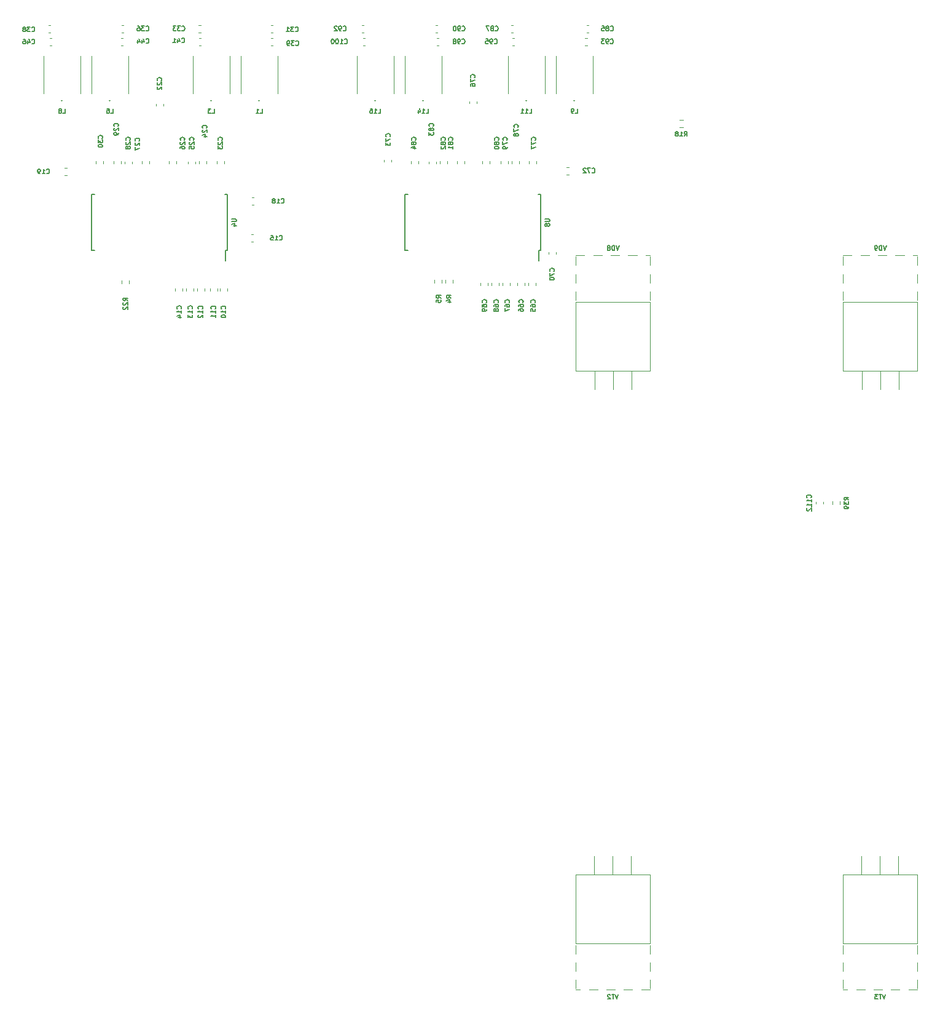
<source format=gbr>
%TF.GenerationSoftware,KiCad,Pcbnew,8.0.1-8.0.1-1~ubuntu22.04.1*%
%TF.CreationDate,2024-08-21T15:32:21+07:00*%
%TF.ProjectId,DAW-Pro4,4441572d-5072-46f3-942e-6b696361645f,rev?*%
%TF.SameCoordinates,Original*%
%TF.FileFunction,Legend,Bot*%
%TF.FilePolarity,Positive*%
%FSLAX46Y46*%
G04 Gerber Fmt 4.6, Leading zero omitted, Abs format (unit mm)*
G04 Created by KiCad (PCBNEW 8.0.1-8.0.1-1~ubuntu22.04.1) date 2024-08-21 15:32:21*
%MOMM*%
%LPD*%
G01*
G04 APERTURE LIST*
%ADD10C,0.158750*%
%ADD11C,0.150000*%
%ADD12C,0.100000*%
%ADD13C,0.200000*%
%ADD14C,0.120000*%
G04 APERTURE END LIST*
D10*
X83974214Y-28145508D02*
X84276595Y-28145508D01*
X84276595Y-28145508D02*
X84276595Y-27510508D01*
X83429928Y-28145508D02*
X83792785Y-28145508D01*
X83611357Y-28145508D02*
X83611357Y-27510508D01*
X83611357Y-27510508D02*
X83671833Y-27601222D01*
X83671833Y-27601222D02*
X83732309Y-27661698D01*
X83732309Y-27661698D02*
X83792785Y-27691936D01*
X82825166Y-28145508D02*
X83188023Y-28145508D01*
X83006595Y-28145508D02*
X83006595Y-27510508D01*
X83006595Y-27510508D02*
X83067071Y-27601222D01*
X83067071Y-27601222D02*
X83127547Y-27661698D01*
X83127547Y-27661698D02*
X83188023Y-27691936D01*
D11*
X40674986Y-55077785D02*
X40705225Y-55047547D01*
X40705225Y-55047547D02*
X40735463Y-54956833D01*
X40735463Y-54956833D02*
X40735463Y-54896357D01*
X40735463Y-54896357D02*
X40705225Y-54805642D01*
X40705225Y-54805642D02*
X40644748Y-54745166D01*
X40644748Y-54745166D02*
X40584272Y-54714928D01*
X40584272Y-54714928D02*
X40463320Y-54684690D01*
X40463320Y-54684690D02*
X40372605Y-54684690D01*
X40372605Y-54684690D02*
X40251653Y-54714928D01*
X40251653Y-54714928D02*
X40191177Y-54745166D01*
X40191177Y-54745166D02*
X40130701Y-54805642D01*
X40130701Y-54805642D02*
X40100463Y-54896357D01*
X40100463Y-54896357D02*
X40100463Y-54956833D01*
X40100463Y-54956833D02*
X40130701Y-55047547D01*
X40130701Y-55047547D02*
X40160939Y-55077785D01*
X40735463Y-55682547D02*
X40735463Y-55319690D01*
X40735463Y-55501118D02*
X40100463Y-55501118D01*
X40100463Y-55501118D02*
X40191177Y-55440642D01*
X40191177Y-55440642D02*
X40251653Y-55380166D01*
X40251653Y-55380166D02*
X40281891Y-55319690D01*
X40735463Y-56287309D02*
X40735463Y-55924452D01*
X40735463Y-56105880D02*
X40100463Y-56105880D01*
X40100463Y-56105880D02*
X40191177Y-56045404D01*
X40191177Y-56045404D02*
X40251653Y-55984928D01*
X40251653Y-55984928D02*
X40281891Y-55924452D01*
X79148214Y-18513486D02*
X79178452Y-18543725D01*
X79178452Y-18543725D02*
X79269166Y-18573963D01*
X79269166Y-18573963D02*
X79329642Y-18573963D01*
X79329642Y-18573963D02*
X79420357Y-18543725D01*
X79420357Y-18543725D02*
X79480833Y-18483248D01*
X79480833Y-18483248D02*
X79511071Y-18422772D01*
X79511071Y-18422772D02*
X79541309Y-18301820D01*
X79541309Y-18301820D02*
X79541309Y-18211105D01*
X79541309Y-18211105D02*
X79511071Y-18090153D01*
X79511071Y-18090153D02*
X79480833Y-18029677D01*
X79480833Y-18029677D02*
X79420357Y-17969201D01*
X79420357Y-17969201D02*
X79329642Y-17938963D01*
X79329642Y-17938963D02*
X79269166Y-17938963D01*
X79269166Y-17938963D02*
X79178452Y-17969201D01*
X79178452Y-17969201D02*
X79148214Y-17999439D01*
X78845833Y-18573963D02*
X78724881Y-18573963D01*
X78724881Y-18573963D02*
X78664404Y-18543725D01*
X78664404Y-18543725D02*
X78634166Y-18513486D01*
X78634166Y-18513486D02*
X78573690Y-18422772D01*
X78573690Y-18422772D02*
X78543452Y-18301820D01*
X78543452Y-18301820D02*
X78543452Y-18059915D01*
X78543452Y-18059915D02*
X78573690Y-17999439D01*
X78573690Y-17999439D02*
X78603928Y-17969201D01*
X78603928Y-17969201D02*
X78664404Y-17938963D01*
X78664404Y-17938963D02*
X78785357Y-17938963D01*
X78785357Y-17938963D02*
X78845833Y-17969201D01*
X78845833Y-17969201D02*
X78876071Y-17999439D01*
X78876071Y-17999439D02*
X78906309Y-18059915D01*
X78906309Y-18059915D02*
X78906309Y-18211105D01*
X78906309Y-18211105D02*
X78876071Y-18271582D01*
X78876071Y-18271582D02*
X78845833Y-18301820D01*
X78845833Y-18301820D02*
X78785357Y-18332058D01*
X78785357Y-18332058D02*
X78664404Y-18332058D01*
X78664404Y-18332058D02*
X78603928Y-18301820D01*
X78603928Y-18301820D02*
X78573690Y-18271582D01*
X78573690Y-18271582D02*
X78543452Y-18211105D01*
X77968928Y-17938963D02*
X78271309Y-17938963D01*
X78271309Y-17938963D02*
X78301547Y-18241344D01*
X78301547Y-18241344D02*
X78271309Y-18211105D01*
X78271309Y-18211105D02*
X78210833Y-18180867D01*
X78210833Y-18180867D02*
X78059642Y-18180867D01*
X78059642Y-18180867D02*
X77999166Y-18211105D01*
X77999166Y-18211105D02*
X77968928Y-18241344D01*
X77968928Y-18241344D02*
X77938690Y-18301820D01*
X77938690Y-18301820D02*
X77938690Y-18453010D01*
X77938690Y-18453010D02*
X77968928Y-18513486D01*
X77968928Y-18513486D02*
X77999166Y-18543725D01*
X77999166Y-18543725D02*
X78059642Y-18573963D01*
X78059642Y-18573963D02*
X78210833Y-18573963D01*
X78210833Y-18573963D02*
X78271309Y-18543725D01*
X78271309Y-18543725D02*
X78301547Y-18513486D01*
X79651286Y-54202385D02*
X79681525Y-54172147D01*
X79681525Y-54172147D02*
X79711763Y-54081433D01*
X79711763Y-54081433D02*
X79711763Y-54020957D01*
X79711763Y-54020957D02*
X79681525Y-53930242D01*
X79681525Y-53930242D02*
X79621048Y-53869766D01*
X79621048Y-53869766D02*
X79560572Y-53839528D01*
X79560572Y-53839528D02*
X79439620Y-53809290D01*
X79439620Y-53809290D02*
X79348905Y-53809290D01*
X79348905Y-53809290D02*
X79227953Y-53839528D01*
X79227953Y-53839528D02*
X79167477Y-53869766D01*
X79167477Y-53869766D02*
X79107001Y-53930242D01*
X79107001Y-53930242D02*
X79076763Y-54020957D01*
X79076763Y-54020957D02*
X79076763Y-54081433D01*
X79076763Y-54081433D02*
X79107001Y-54172147D01*
X79107001Y-54172147D02*
X79137239Y-54202385D01*
X79076763Y-54746671D02*
X79076763Y-54625718D01*
X79076763Y-54625718D02*
X79107001Y-54565242D01*
X79107001Y-54565242D02*
X79137239Y-54535004D01*
X79137239Y-54535004D02*
X79227953Y-54474528D01*
X79227953Y-54474528D02*
X79348905Y-54444290D01*
X79348905Y-54444290D02*
X79590810Y-54444290D01*
X79590810Y-54444290D02*
X79651286Y-54474528D01*
X79651286Y-54474528D02*
X79681525Y-54504766D01*
X79681525Y-54504766D02*
X79711763Y-54565242D01*
X79711763Y-54565242D02*
X79711763Y-54686195D01*
X79711763Y-54686195D02*
X79681525Y-54746671D01*
X79681525Y-54746671D02*
X79651286Y-54776909D01*
X79651286Y-54776909D02*
X79590810Y-54807147D01*
X79590810Y-54807147D02*
X79439620Y-54807147D01*
X79439620Y-54807147D02*
X79379144Y-54776909D01*
X79379144Y-54776909D02*
X79348905Y-54746671D01*
X79348905Y-54746671D02*
X79318667Y-54686195D01*
X79318667Y-54686195D02*
X79318667Y-54565242D01*
X79318667Y-54565242D02*
X79348905Y-54504766D01*
X79348905Y-54504766D02*
X79379144Y-54474528D01*
X79379144Y-54474528D02*
X79439620Y-54444290D01*
X79348905Y-55170004D02*
X79318667Y-55109528D01*
X79318667Y-55109528D02*
X79288429Y-55079290D01*
X79288429Y-55079290D02*
X79227953Y-55049052D01*
X79227953Y-55049052D02*
X79197715Y-55049052D01*
X79197715Y-55049052D02*
X79137239Y-55079290D01*
X79137239Y-55079290D02*
X79107001Y-55109528D01*
X79107001Y-55109528D02*
X79076763Y-55170004D01*
X79076763Y-55170004D02*
X79076763Y-55290957D01*
X79076763Y-55290957D02*
X79107001Y-55351433D01*
X79107001Y-55351433D02*
X79137239Y-55381671D01*
X79137239Y-55381671D02*
X79197715Y-55411909D01*
X79197715Y-55411909D02*
X79227953Y-55411909D01*
X79227953Y-55411909D02*
X79288429Y-55381671D01*
X79288429Y-55381671D02*
X79318667Y-55351433D01*
X79318667Y-55351433D02*
X79348905Y-55290957D01*
X79348905Y-55290957D02*
X79348905Y-55170004D01*
X79348905Y-55170004D02*
X79379144Y-55109528D01*
X79379144Y-55109528D02*
X79409382Y-55079290D01*
X79409382Y-55079290D02*
X79469858Y-55049052D01*
X79469858Y-55049052D02*
X79590810Y-55049052D01*
X79590810Y-55049052D02*
X79651286Y-55079290D01*
X79651286Y-55079290D02*
X79681525Y-55109528D01*
X79681525Y-55109528D02*
X79711763Y-55170004D01*
X79711763Y-55170004D02*
X79711763Y-55290957D01*
X79711763Y-55290957D02*
X79681525Y-55351433D01*
X79681525Y-55351433D02*
X79651286Y-55381671D01*
X79651286Y-55381671D02*
X79590810Y-55411909D01*
X79590810Y-55411909D02*
X79469858Y-55411909D01*
X79469858Y-55411909D02*
X79409382Y-55381671D01*
X79409382Y-55381671D02*
X79379144Y-55351433D01*
X79379144Y-55351433D02*
X79348905Y-55290957D01*
X37690486Y-31849785D02*
X37720725Y-31819547D01*
X37720725Y-31819547D02*
X37750963Y-31728833D01*
X37750963Y-31728833D02*
X37750963Y-31668357D01*
X37750963Y-31668357D02*
X37720725Y-31577642D01*
X37720725Y-31577642D02*
X37660248Y-31517166D01*
X37660248Y-31517166D02*
X37599772Y-31486928D01*
X37599772Y-31486928D02*
X37478820Y-31456690D01*
X37478820Y-31456690D02*
X37388105Y-31456690D01*
X37388105Y-31456690D02*
X37267153Y-31486928D01*
X37267153Y-31486928D02*
X37206677Y-31517166D01*
X37206677Y-31517166D02*
X37146201Y-31577642D01*
X37146201Y-31577642D02*
X37115963Y-31668357D01*
X37115963Y-31668357D02*
X37115963Y-31728833D01*
X37115963Y-31728833D02*
X37146201Y-31819547D01*
X37146201Y-31819547D02*
X37176439Y-31849785D01*
X37176439Y-32091690D02*
X37146201Y-32121928D01*
X37146201Y-32121928D02*
X37115963Y-32182404D01*
X37115963Y-32182404D02*
X37115963Y-32333595D01*
X37115963Y-32333595D02*
X37146201Y-32394071D01*
X37146201Y-32394071D02*
X37176439Y-32424309D01*
X37176439Y-32424309D02*
X37236915Y-32454547D01*
X37236915Y-32454547D02*
X37297391Y-32454547D01*
X37297391Y-32454547D02*
X37388105Y-32424309D01*
X37388105Y-32424309D02*
X37750963Y-32061452D01*
X37750963Y-32061452D02*
X37750963Y-32454547D01*
X37115963Y-33029071D02*
X37115963Y-32726690D01*
X37115963Y-32726690D02*
X37418344Y-32696452D01*
X37418344Y-32696452D02*
X37388105Y-32726690D01*
X37388105Y-32726690D02*
X37357867Y-32787166D01*
X37357867Y-32787166D02*
X37357867Y-32938357D01*
X37357867Y-32938357D02*
X37388105Y-32998833D01*
X37388105Y-32998833D02*
X37418344Y-33029071D01*
X37418344Y-33029071D02*
X37478820Y-33059309D01*
X37478820Y-33059309D02*
X37630010Y-33059309D01*
X37630010Y-33059309D02*
X37690486Y-33029071D01*
X37690486Y-33029071D02*
X37720725Y-32998833D01*
X37720725Y-32998833D02*
X37750963Y-32938357D01*
X37750963Y-32938357D02*
X37750963Y-32787166D01*
X37750963Y-32787166D02*
X37720725Y-32726690D01*
X37720725Y-32726690D02*
X37690486Y-32696452D01*
X92610214Y-36293486D02*
X92640452Y-36323725D01*
X92640452Y-36323725D02*
X92731166Y-36353963D01*
X92731166Y-36353963D02*
X92791642Y-36353963D01*
X92791642Y-36353963D02*
X92882357Y-36323725D01*
X92882357Y-36323725D02*
X92942833Y-36263248D01*
X92942833Y-36263248D02*
X92973071Y-36202772D01*
X92973071Y-36202772D02*
X93003309Y-36081820D01*
X93003309Y-36081820D02*
X93003309Y-35991105D01*
X93003309Y-35991105D02*
X92973071Y-35870153D01*
X92973071Y-35870153D02*
X92942833Y-35809677D01*
X92942833Y-35809677D02*
X92882357Y-35749201D01*
X92882357Y-35749201D02*
X92791642Y-35718963D01*
X92791642Y-35718963D02*
X92731166Y-35718963D01*
X92731166Y-35718963D02*
X92640452Y-35749201D01*
X92640452Y-35749201D02*
X92610214Y-35779439D01*
X92398547Y-35718963D02*
X91975214Y-35718963D01*
X91975214Y-35718963D02*
X92247357Y-36353963D01*
X91763547Y-35779439D02*
X91733309Y-35749201D01*
X91733309Y-35749201D02*
X91672833Y-35718963D01*
X91672833Y-35718963D02*
X91521642Y-35718963D01*
X91521642Y-35718963D02*
X91461166Y-35749201D01*
X91461166Y-35749201D02*
X91430928Y-35779439D01*
X91430928Y-35779439D02*
X91400690Y-35839915D01*
X91400690Y-35839915D02*
X91400690Y-35900391D01*
X91400690Y-35900391D02*
X91430928Y-35991105D01*
X91430928Y-35991105D02*
X91793785Y-36353963D01*
X91793785Y-36353963D02*
X91400690Y-36353963D01*
X105310214Y-31306963D02*
X105521881Y-31004582D01*
X105673071Y-31306963D02*
X105673071Y-30671963D01*
X105673071Y-30671963D02*
X105431166Y-30671963D01*
X105431166Y-30671963D02*
X105370690Y-30702201D01*
X105370690Y-30702201D02*
X105340452Y-30732439D01*
X105340452Y-30732439D02*
X105310214Y-30792915D01*
X105310214Y-30792915D02*
X105310214Y-30883629D01*
X105310214Y-30883629D02*
X105340452Y-30944105D01*
X105340452Y-30944105D02*
X105370690Y-30974344D01*
X105370690Y-30974344D02*
X105431166Y-31004582D01*
X105431166Y-31004582D02*
X105673071Y-31004582D01*
X104705452Y-31306963D02*
X105068309Y-31306963D01*
X104886881Y-31306963D02*
X104886881Y-30671963D01*
X104886881Y-30671963D02*
X104947357Y-30762677D01*
X104947357Y-30762677D02*
X105007833Y-30823153D01*
X105007833Y-30823153D02*
X105068309Y-30853391D01*
X104342595Y-30944105D02*
X104403071Y-30913867D01*
X104403071Y-30913867D02*
X104433309Y-30883629D01*
X104433309Y-30883629D02*
X104463547Y-30823153D01*
X104463547Y-30823153D02*
X104463547Y-30792915D01*
X104463547Y-30792915D02*
X104433309Y-30732439D01*
X104433309Y-30732439D02*
X104403071Y-30702201D01*
X104403071Y-30702201D02*
X104342595Y-30671963D01*
X104342595Y-30671963D02*
X104221642Y-30671963D01*
X104221642Y-30671963D02*
X104161166Y-30702201D01*
X104161166Y-30702201D02*
X104130928Y-30732439D01*
X104130928Y-30732439D02*
X104100690Y-30792915D01*
X104100690Y-30792915D02*
X104100690Y-30823153D01*
X104100690Y-30823153D02*
X104130928Y-30883629D01*
X104130928Y-30883629D02*
X104161166Y-30913867D01*
X104161166Y-30913867D02*
X104221642Y-30944105D01*
X104221642Y-30944105D02*
X104342595Y-30944105D01*
X104342595Y-30944105D02*
X104403071Y-30974344D01*
X104403071Y-30974344D02*
X104433309Y-31004582D01*
X104433309Y-31004582D02*
X104463547Y-31065058D01*
X104463547Y-31065058D02*
X104463547Y-31186010D01*
X104463547Y-31186010D02*
X104433309Y-31246486D01*
X104433309Y-31246486D02*
X104403071Y-31276725D01*
X104403071Y-31276725D02*
X104342595Y-31306963D01*
X104342595Y-31306963D02*
X104221642Y-31306963D01*
X104221642Y-31306963D02*
X104161166Y-31276725D01*
X104161166Y-31276725D02*
X104130928Y-31246486D01*
X104130928Y-31246486D02*
X104100690Y-31186010D01*
X104100690Y-31186010D02*
X104100690Y-31065058D01*
X104100690Y-31065058D02*
X104130928Y-31004582D01*
X104130928Y-31004582D02*
X104161166Y-30974344D01*
X104161166Y-30974344D02*
X104221642Y-30944105D01*
X51716214Y-16862486D02*
X51746452Y-16892725D01*
X51746452Y-16892725D02*
X51837166Y-16922963D01*
X51837166Y-16922963D02*
X51897642Y-16922963D01*
X51897642Y-16922963D02*
X51988357Y-16892725D01*
X51988357Y-16892725D02*
X52048833Y-16832248D01*
X52048833Y-16832248D02*
X52079071Y-16771772D01*
X52079071Y-16771772D02*
X52109309Y-16650820D01*
X52109309Y-16650820D02*
X52109309Y-16560105D01*
X52109309Y-16560105D02*
X52079071Y-16439153D01*
X52079071Y-16439153D02*
X52048833Y-16378677D01*
X52048833Y-16378677D02*
X51988357Y-16318201D01*
X51988357Y-16318201D02*
X51897642Y-16287963D01*
X51897642Y-16287963D02*
X51837166Y-16287963D01*
X51837166Y-16287963D02*
X51746452Y-16318201D01*
X51746452Y-16318201D02*
X51716214Y-16348439D01*
X51504547Y-16287963D02*
X51111452Y-16287963D01*
X51111452Y-16287963D02*
X51323119Y-16529867D01*
X51323119Y-16529867D02*
X51232404Y-16529867D01*
X51232404Y-16529867D02*
X51171928Y-16560105D01*
X51171928Y-16560105D02*
X51141690Y-16590344D01*
X51141690Y-16590344D02*
X51111452Y-16650820D01*
X51111452Y-16650820D02*
X51111452Y-16802010D01*
X51111452Y-16802010D02*
X51141690Y-16862486D01*
X51141690Y-16862486D02*
X51171928Y-16892725D01*
X51171928Y-16892725D02*
X51232404Y-16922963D01*
X51232404Y-16922963D02*
X51413833Y-16922963D01*
X51413833Y-16922963D02*
X51474309Y-16892725D01*
X51474309Y-16892725D02*
X51504547Y-16862486D01*
X50506690Y-16922963D02*
X50869547Y-16922963D01*
X50688119Y-16922963D02*
X50688119Y-16287963D01*
X50688119Y-16287963D02*
X50748595Y-16378677D01*
X50748595Y-16378677D02*
X50809071Y-16439153D01*
X50809071Y-16439153D02*
X50869547Y-16469391D01*
X31142214Y-16735486D02*
X31172452Y-16765725D01*
X31172452Y-16765725D02*
X31263166Y-16795963D01*
X31263166Y-16795963D02*
X31323642Y-16795963D01*
X31323642Y-16795963D02*
X31414357Y-16765725D01*
X31414357Y-16765725D02*
X31474833Y-16705248D01*
X31474833Y-16705248D02*
X31505071Y-16644772D01*
X31505071Y-16644772D02*
X31535309Y-16523820D01*
X31535309Y-16523820D02*
X31535309Y-16433105D01*
X31535309Y-16433105D02*
X31505071Y-16312153D01*
X31505071Y-16312153D02*
X31474833Y-16251677D01*
X31474833Y-16251677D02*
X31414357Y-16191201D01*
X31414357Y-16191201D02*
X31323642Y-16160963D01*
X31323642Y-16160963D02*
X31263166Y-16160963D01*
X31263166Y-16160963D02*
X31172452Y-16191201D01*
X31172452Y-16191201D02*
X31142214Y-16221439D01*
X30930547Y-16160963D02*
X30537452Y-16160963D01*
X30537452Y-16160963D02*
X30749119Y-16402867D01*
X30749119Y-16402867D02*
X30658404Y-16402867D01*
X30658404Y-16402867D02*
X30597928Y-16433105D01*
X30597928Y-16433105D02*
X30567690Y-16463344D01*
X30567690Y-16463344D02*
X30537452Y-16523820D01*
X30537452Y-16523820D02*
X30537452Y-16675010D01*
X30537452Y-16675010D02*
X30567690Y-16735486D01*
X30567690Y-16735486D02*
X30597928Y-16765725D01*
X30597928Y-16765725D02*
X30658404Y-16795963D01*
X30658404Y-16795963D02*
X30839833Y-16795963D01*
X30839833Y-16795963D02*
X30900309Y-16765725D01*
X30900309Y-16765725D02*
X30930547Y-16735486D01*
X29993166Y-16160963D02*
X30114119Y-16160963D01*
X30114119Y-16160963D02*
X30174595Y-16191201D01*
X30174595Y-16191201D02*
X30204833Y-16221439D01*
X30204833Y-16221439D02*
X30265309Y-16312153D01*
X30265309Y-16312153D02*
X30295547Y-16433105D01*
X30295547Y-16433105D02*
X30295547Y-16675010D01*
X30295547Y-16675010D02*
X30265309Y-16735486D01*
X30265309Y-16735486D02*
X30235071Y-16765725D01*
X30235071Y-16765725D02*
X30174595Y-16795963D01*
X30174595Y-16795963D02*
X30053642Y-16795963D01*
X30053642Y-16795963D02*
X29993166Y-16765725D01*
X29993166Y-16765725D02*
X29962928Y-16735486D01*
X29962928Y-16735486D02*
X29932690Y-16675010D01*
X29932690Y-16675010D02*
X29932690Y-16523820D01*
X29932690Y-16523820D02*
X29962928Y-16463344D01*
X29962928Y-16463344D02*
X29993166Y-16433105D01*
X29993166Y-16433105D02*
X30053642Y-16402867D01*
X30053642Y-16402867D02*
X30174595Y-16402867D01*
X30174595Y-16402867D02*
X30235071Y-16433105D01*
X30235071Y-16433105D02*
X30265309Y-16463344D01*
X30265309Y-16463344D02*
X30295547Y-16523820D01*
X86125963Y-42696190D02*
X86640010Y-42696190D01*
X86640010Y-42696190D02*
X86700486Y-42726428D01*
X86700486Y-42726428D02*
X86730725Y-42756666D01*
X86730725Y-42756666D02*
X86760963Y-42817142D01*
X86760963Y-42817142D02*
X86760963Y-42938095D01*
X86760963Y-42938095D02*
X86730725Y-42998571D01*
X86730725Y-42998571D02*
X86700486Y-43028809D01*
X86700486Y-43028809D02*
X86640010Y-43059047D01*
X86640010Y-43059047D02*
X86125963Y-43059047D01*
X86398105Y-43452142D02*
X86367867Y-43391666D01*
X86367867Y-43391666D02*
X86337629Y-43361428D01*
X86337629Y-43361428D02*
X86277153Y-43331190D01*
X86277153Y-43331190D02*
X86246915Y-43331190D01*
X86246915Y-43331190D02*
X86186439Y-43361428D01*
X86186439Y-43361428D02*
X86156201Y-43391666D01*
X86156201Y-43391666D02*
X86125963Y-43452142D01*
X86125963Y-43452142D02*
X86125963Y-43573095D01*
X86125963Y-43573095D02*
X86156201Y-43633571D01*
X86156201Y-43633571D02*
X86186439Y-43663809D01*
X86186439Y-43663809D02*
X86246915Y-43694047D01*
X86246915Y-43694047D02*
X86277153Y-43694047D01*
X86277153Y-43694047D02*
X86337629Y-43663809D01*
X86337629Y-43663809D02*
X86367867Y-43633571D01*
X86367867Y-43633571D02*
X86398105Y-43573095D01*
X86398105Y-43573095D02*
X86398105Y-43452142D01*
X86398105Y-43452142D02*
X86428344Y-43391666D01*
X86428344Y-43391666D02*
X86458582Y-43361428D01*
X86458582Y-43361428D02*
X86519058Y-43331190D01*
X86519058Y-43331190D02*
X86640010Y-43331190D01*
X86640010Y-43331190D02*
X86700486Y-43361428D01*
X86700486Y-43361428D02*
X86730725Y-43391666D01*
X86730725Y-43391666D02*
X86760963Y-43452142D01*
X86760963Y-43452142D02*
X86760963Y-43573095D01*
X86760963Y-43573095D02*
X86730725Y-43633571D01*
X86730725Y-43633571D02*
X86700486Y-43663809D01*
X86700486Y-43663809D02*
X86640010Y-43694047D01*
X86640010Y-43694047D02*
X86519058Y-43694047D01*
X86519058Y-43694047D02*
X86458582Y-43663809D01*
X86458582Y-43663809D02*
X86428344Y-43633571D01*
X86428344Y-43633571D02*
X86398105Y-43573095D01*
X73377486Y-31849785D02*
X73407725Y-31819547D01*
X73407725Y-31819547D02*
X73437963Y-31728833D01*
X73437963Y-31728833D02*
X73437963Y-31668357D01*
X73437963Y-31668357D02*
X73407725Y-31577642D01*
X73407725Y-31577642D02*
X73347248Y-31517166D01*
X73347248Y-31517166D02*
X73286772Y-31486928D01*
X73286772Y-31486928D02*
X73165820Y-31456690D01*
X73165820Y-31456690D02*
X73075105Y-31456690D01*
X73075105Y-31456690D02*
X72954153Y-31486928D01*
X72954153Y-31486928D02*
X72893677Y-31517166D01*
X72893677Y-31517166D02*
X72833201Y-31577642D01*
X72833201Y-31577642D02*
X72802963Y-31668357D01*
X72802963Y-31668357D02*
X72802963Y-31728833D01*
X72802963Y-31728833D02*
X72833201Y-31819547D01*
X72833201Y-31819547D02*
X72863439Y-31849785D01*
X73075105Y-32212642D02*
X73044867Y-32152166D01*
X73044867Y-32152166D02*
X73014629Y-32121928D01*
X73014629Y-32121928D02*
X72954153Y-32091690D01*
X72954153Y-32091690D02*
X72923915Y-32091690D01*
X72923915Y-32091690D02*
X72863439Y-32121928D01*
X72863439Y-32121928D02*
X72833201Y-32152166D01*
X72833201Y-32152166D02*
X72802963Y-32212642D01*
X72802963Y-32212642D02*
X72802963Y-32333595D01*
X72802963Y-32333595D02*
X72833201Y-32394071D01*
X72833201Y-32394071D02*
X72863439Y-32424309D01*
X72863439Y-32424309D02*
X72923915Y-32454547D01*
X72923915Y-32454547D02*
X72954153Y-32454547D01*
X72954153Y-32454547D02*
X73014629Y-32424309D01*
X73014629Y-32424309D02*
X73044867Y-32394071D01*
X73044867Y-32394071D02*
X73075105Y-32333595D01*
X73075105Y-32333595D02*
X73075105Y-32212642D01*
X73075105Y-32212642D02*
X73105344Y-32152166D01*
X73105344Y-32152166D02*
X73135582Y-32121928D01*
X73135582Y-32121928D02*
X73196058Y-32091690D01*
X73196058Y-32091690D02*
X73317010Y-32091690D01*
X73317010Y-32091690D02*
X73377486Y-32121928D01*
X73377486Y-32121928D02*
X73407725Y-32152166D01*
X73407725Y-32152166D02*
X73437963Y-32212642D01*
X73437963Y-32212642D02*
X73437963Y-32333595D01*
X73437963Y-32333595D02*
X73407725Y-32394071D01*
X73407725Y-32394071D02*
X73377486Y-32424309D01*
X73377486Y-32424309D02*
X73317010Y-32454547D01*
X73317010Y-32454547D02*
X73196058Y-32454547D01*
X73196058Y-32454547D02*
X73135582Y-32424309D01*
X73135582Y-32424309D02*
X73105344Y-32394071D01*
X73105344Y-32394071D02*
X73075105Y-32333595D01*
X73437963Y-33059309D02*
X73437963Y-32696452D01*
X73437963Y-32877880D02*
X72802963Y-32877880D01*
X72802963Y-32877880D02*
X72893677Y-32817404D01*
X72893677Y-32817404D02*
X72954153Y-32756928D01*
X72954153Y-32756928D02*
X72984391Y-32696452D01*
X73183963Y-53589766D02*
X72881582Y-53378099D01*
X73183963Y-53226909D02*
X72548963Y-53226909D01*
X72548963Y-53226909D02*
X72548963Y-53468814D01*
X72548963Y-53468814D02*
X72579201Y-53529290D01*
X72579201Y-53529290D02*
X72609439Y-53559528D01*
X72609439Y-53559528D02*
X72669915Y-53589766D01*
X72669915Y-53589766D02*
X72760629Y-53589766D01*
X72760629Y-53589766D02*
X72821105Y-53559528D01*
X72821105Y-53559528D02*
X72851344Y-53529290D01*
X72851344Y-53529290D02*
X72881582Y-53468814D01*
X72881582Y-53468814D02*
X72881582Y-53226909D01*
X72760629Y-54134052D02*
X73183963Y-54134052D01*
X72518725Y-53982861D02*
X72972296Y-53831671D01*
X72972296Y-53831671D02*
X72972296Y-54224766D01*
X79727486Y-31849785D02*
X79757725Y-31819547D01*
X79757725Y-31819547D02*
X79787963Y-31728833D01*
X79787963Y-31728833D02*
X79787963Y-31668357D01*
X79787963Y-31668357D02*
X79757725Y-31577642D01*
X79757725Y-31577642D02*
X79697248Y-31517166D01*
X79697248Y-31517166D02*
X79636772Y-31486928D01*
X79636772Y-31486928D02*
X79515820Y-31456690D01*
X79515820Y-31456690D02*
X79425105Y-31456690D01*
X79425105Y-31456690D02*
X79304153Y-31486928D01*
X79304153Y-31486928D02*
X79243677Y-31517166D01*
X79243677Y-31517166D02*
X79183201Y-31577642D01*
X79183201Y-31577642D02*
X79152963Y-31668357D01*
X79152963Y-31668357D02*
X79152963Y-31728833D01*
X79152963Y-31728833D02*
X79183201Y-31819547D01*
X79183201Y-31819547D02*
X79213439Y-31849785D01*
X79425105Y-32212642D02*
X79394867Y-32152166D01*
X79394867Y-32152166D02*
X79364629Y-32121928D01*
X79364629Y-32121928D02*
X79304153Y-32091690D01*
X79304153Y-32091690D02*
X79273915Y-32091690D01*
X79273915Y-32091690D02*
X79213439Y-32121928D01*
X79213439Y-32121928D02*
X79183201Y-32152166D01*
X79183201Y-32152166D02*
X79152963Y-32212642D01*
X79152963Y-32212642D02*
X79152963Y-32333595D01*
X79152963Y-32333595D02*
X79183201Y-32394071D01*
X79183201Y-32394071D02*
X79213439Y-32424309D01*
X79213439Y-32424309D02*
X79273915Y-32454547D01*
X79273915Y-32454547D02*
X79304153Y-32454547D01*
X79304153Y-32454547D02*
X79364629Y-32424309D01*
X79364629Y-32424309D02*
X79394867Y-32394071D01*
X79394867Y-32394071D02*
X79425105Y-32333595D01*
X79425105Y-32333595D02*
X79425105Y-32212642D01*
X79425105Y-32212642D02*
X79455344Y-32152166D01*
X79455344Y-32152166D02*
X79485582Y-32121928D01*
X79485582Y-32121928D02*
X79546058Y-32091690D01*
X79546058Y-32091690D02*
X79667010Y-32091690D01*
X79667010Y-32091690D02*
X79727486Y-32121928D01*
X79727486Y-32121928D02*
X79757725Y-32152166D01*
X79757725Y-32152166D02*
X79787963Y-32212642D01*
X79787963Y-32212642D02*
X79787963Y-32333595D01*
X79787963Y-32333595D02*
X79757725Y-32394071D01*
X79757725Y-32394071D02*
X79727486Y-32424309D01*
X79727486Y-32424309D02*
X79667010Y-32454547D01*
X79667010Y-32454547D02*
X79546058Y-32454547D01*
X79546058Y-32454547D02*
X79485582Y-32424309D01*
X79485582Y-32424309D02*
X79455344Y-32394071D01*
X79455344Y-32394071D02*
X79425105Y-32333595D01*
X79152963Y-32847642D02*
X79152963Y-32908119D01*
X79152963Y-32908119D02*
X79183201Y-32968595D01*
X79183201Y-32968595D02*
X79213439Y-32998833D01*
X79213439Y-32998833D02*
X79273915Y-33029071D01*
X79273915Y-33029071D02*
X79394867Y-33059309D01*
X79394867Y-33059309D02*
X79546058Y-33059309D01*
X79546058Y-33059309D02*
X79667010Y-33029071D01*
X79667010Y-33029071D02*
X79727486Y-32998833D01*
X79727486Y-32998833D02*
X79757725Y-32968595D01*
X79757725Y-32968595D02*
X79787963Y-32908119D01*
X79787963Y-32908119D02*
X79787963Y-32847642D01*
X79787963Y-32847642D02*
X79757725Y-32787166D01*
X79757725Y-32787166D02*
X79727486Y-32756928D01*
X79727486Y-32756928D02*
X79667010Y-32726690D01*
X79667010Y-32726690D02*
X79546058Y-32696452D01*
X79546058Y-32696452D02*
X79394867Y-32696452D01*
X79394867Y-32696452D02*
X79273915Y-32726690D01*
X79273915Y-32726690D02*
X79213439Y-32756928D01*
X79213439Y-32756928D02*
X79183201Y-32787166D01*
X79183201Y-32787166D02*
X79152963Y-32847642D01*
X127983963Y-81379785D02*
X127681582Y-81168118D01*
X127983963Y-81016928D02*
X127348963Y-81016928D01*
X127348963Y-81016928D02*
X127348963Y-81258833D01*
X127348963Y-81258833D02*
X127379201Y-81319309D01*
X127379201Y-81319309D02*
X127409439Y-81349547D01*
X127409439Y-81349547D02*
X127469915Y-81379785D01*
X127469915Y-81379785D02*
X127560629Y-81379785D01*
X127560629Y-81379785D02*
X127621105Y-81349547D01*
X127621105Y-81349547D02*
X127651344Y-81319309D01*
X127651344Y-81319309D02*
X127681582Y-81258833D01*
X127681582Y-81258833D02*
X127681582Y-81016928D01*
X127348963Y-81591452D02*
X127348963Y-81984547D01*
X127348963Y-81984547D02*
X127590867Y-81772880D01*
X127590867Y-81772880D02*
X127590867Y-81863595D01*
X127590867Y-81863595D02*
X127621105Y-81924071D01*
X127621105Y-81924071D02*
X127651344Y-81954309D01*
X127651344Y-81954309D02*
X127711820Y-81984547D01*
X127711820Y-81984547D02*
X127863010Y-81984547D01*
X127863010Y-81984547D02*
X127923486Y-81954309D01*
X127923486Y-81954309D02*
X127953725Y-81924071D01*
X127953725Y-81924071D02*
X127983963Y-81863595D01*
X127983963Y-81863595D02*
X127983963Y-81682166D01*
X127983963Y-81682166D02*
X127953725Y-81621690D01*
X127953725Y-81621690D02*
X127923486Y-81591452D01*
X127983963Y-82286928D02*
X127983963Y-82407880D01*
X127983963Y-82407880D02*
X127953725Y-82468357D01*
X127953725Y-82468357D02*
X127923486Y-82498595D01*
X127923486Y-82498595D02*
X127832772Y-82559071D01*
X127832772Y-82559071D02*
X127711820Y-82589309D01*
X127711820Y-82589309D02*
X127469915Y-82589309D01*
X127469915Y-82589309D02*
X127409439Y-82559071D01*
X127409439Y-82559071D02*
X127379201Y-82528833D01*
X127379201Y-82528833D02*
X127348963Y-82468357D01*
X127348963Y-82468357D02*
X127348963Y-82347404D01*
X127348963Y-82347404D02*
X127379201Y-82286928D01*
X127379201Y-82286928D02*
X127409439Y-82256690D01*
X127409439Y-82256690D02*
X127469915Y-82226452D01*
X127469915Y-82226452D02*
X127621105Y-82226452D01*
X127621105Y-82226452D02*
X127681582Y-82256690D01*
X127681582Y-82256690D02*
X127711820Y-82286928D01*
X127711820Y-82286928D02*
X127742058Y-82347404D01*
X127742058Y-82347404D02*
X127742058Y-82468357D01*
X127742058Y-82468357D02*
X127711820Y-82528833D01*
X127711820Y-82528833D02*
X127681582Y-82559071D01*
X127681582Y-82559071D02*
X127621105Y-82589309D01*
X84731286Y-54202385D02*
X84761525Y-54172147D01*
X84761525Y-54172147D02*
X84791763Y-54081433D01*
X84791763Y-54081433D02*
X84791763Y-54020957D01*
X84791763Y-54020957D02*
X84761525Y-53930242D01*
X84761525Y-53930242D02*
X84701048Y-53869766D01*
X84701048Y-53869766D02*
X84640572Y-53839528D01*
X84640572Y-53839528D02*
X84519620Y-53809290D01*
X84519620Y-53809290D02*
X84428905Y-53809290D01*
X84428905Y-53809290D02*
X84307953Y-53839528D01*
X84307953Y-53839528D02*
X84247477Y-53869766D01*
X84247477Y-53869766D02*
X84187001Y-53930242D01*
X84187001Y-53930242D02*
X84156763Y-54020957D01*
X84156763Y-54020957D02*
X84156763Y-54081433D01*
X84156763Y-54081433D02*
X84187001Y-54172147D01*
X84187001Y-54172147D02*
X84217239Y-54202385D01*
X84156763Y-54746671D02*
X84156763Y-54625718D01*
X84156763Y-54625718D02*
X84187001Y-54565242D01*
X84187001Y-54565242D02*
X84217239Y-54535004D01*
X84217239Y-54535004D02*
X84307953Y-54474528D01*
X84307953Y-54474528D02*
X84428905Y-54444290D01*
X84428905Y-54444290D02*
X84670810Y-54444290D01*
X84670810Y-54444290D02*
X84731286Y-54474528D01*
X84731286Y-54474528D02*
X84761525Y-54504766D01*
X84761525Y-54504766D02*
X84791763Y-54565242D01*
X84791763Y-54565242D02*
X84791763Y-54686195D01*
X84791763Y-54686195D02*
X84761525Y-54746671D01*
X84761525Y-54746671D02*
X84731286Y-54776909D01*
X84731286Y-54776909D02*
X84670810Y-54807147D01*
X84670810Y-54807147D02*
X84519620Y-54807147D01*
X84519620Y-54807147D02*
X84459144Y-54776909D01*
X84459144Y-54776909D02*
X84428905Y-54746671D01*
X84428905Y-54746671D02*
X84398667Y-54686195D01*
X84398667Y-54686195D02*
X84398667Y-54565242D01*
X84398667Y-54565242D02*
X84428905Y-54504766D01*
X84428905Y-54504766D02*
X84459144Y-54474528D01*
X84459144Y-54474528D02*
X84519620Y-54444290D01*
X84156763Y-55381671D02*
X84156763Y-55079290D01*
X84156763Y-55079290D02*
X84459144Y-55049052D01*
X84459144Y-55049052D02*
X84428905Y-55079290D01*
X84428905Y-55079290D02*
X84398667Y-55139766D01*
X84398667Y-55139766D02*
X84398667Y-55290957D01*
X84398667Y-55290957D02*
X84428905Y-55351433D01*
X84428905Y-55351433D02*
X84459144Y-55381671D01*
X84459144Y-55381671D02*
X84519620Y-55411909D01*
X84519620Y-55411909D02*
X84670810Y-55411909D01*
X84670810Y-55411909D02*
X84731286Y-55381671D01*
X84731286Y-55381671D02*
X84761525Y-55351433D01*
X84761525Y-55351433D02*
X84791763Y-55290957D01*
X84791763Y-55290957D02*
X84791763Y-55139766D01*
X84791763Y-55139766D02*
X84761525Y-55079290D01*
X84761525Y-55079290D02*
X84731286Y-55049052D01*
X15394214Y-16862486D02*
X15424452Y-16892725D01*
X15424452Y-16892725D02*
X15515166Y-16922963D01*
X15515166Y-16922963D02*
X15575642Y-16922963D01*
X15575642Y-16922963D02*
X15666357Y-16892725D01*
X15666357Y-16892725D02*
X15726833Y-16832248D01*
X15726833Y-16832248D02*
X15757071Y-16771772D01*
X15757071Y-16771772D02*
X15787309Y-16650820D01*
X15787309Y-16650820D02*
X15787309Y-16560105D01*
X15787309Y-16560105D02*
X15757071Y-16439153D01*
X15757071Y-16439153D02*
X15726833Y-16378677D01*
X15726833Y-16378677D02*
X15666357Y-16318201D01*
X15666357Y-16318201D02*
X15575642Y-16287963D01*
X15575642Y-16287963D02*
X15515166Y-16287963D01*
X15515166Y-16287963D02*
X15424452Y-16318201D01*
X15424452Y-16318201D02*
X15394214Y-16348439D01*
X15182547Y-16287963D02*
X14789452Y-16287963D01*
X14789452Y-16287963D02*
X15001119Y-16529867D01*
X15001119Y-16529867D02*
X14910404Y-16529867D01*
X14910404Y-16529867D02*
X14849928Y-16560105D01*
X14849928Y-16560105D02*
X14819690Y-16590344D01*
X14819690Y-16590344D02*
X14789452Y-16650820D01*
X14789452Y-16650820D02*
X14789452Y-16802010D01*
X14789452Y-16802010D02*
X14819690Y-16862486D01*
X14819690Y-16862486D02*
X14849928Y-16892725D01*
X14849928Y-16892725D02*
X14910404Y-16922963D01*
X14910404Y-16922963D02*
X15091833Y-16922963D01*
X15091833Y-16922963D02*
X15152309Y-16892725D01*
X15152309Y-16892725D02*
X15182547Y-16862486D01*
X14426595Y-16560105D02*
X14487071Y-16529867D01*
X14487071Y-16529867D02*
X14517309Y-16499629D01*
X14517309Y-16499629D02*
X14547547Y-16439153D01*
X14547547Y-16439153D02*
X14547547Y-16408915D01*
X14547547Y-16408915D02*
X14517309Y-16348439D01*
X14517309Y-16348439D02*
X14487071Y-16318201D01*
X14487071Y-16318201D02*
X14426595Y-16287963D01*
X14426595Y-16287963D02*
X14305642Y-16287963D01*
X14305642Y-16287963D02*
X14245166Y-16318201D01*
X14245166Y-16318201D02*
X14214928Y-16348439D01*
X14214928Y-16348439D02*
X14184690Y-16408915D01*
X14184690Y-16408915D02*
X14184690Y-16439153D01*
X14184690Y-16439153D02*
X14214928Y-16499629D01*
X14214928Y-16499629D02*
X14245166Y-16529867D01*
X14245166Y-16529867D02*
X14305642Y-16560105D01*
X14305642Y-16560105D02*
X14426595Y-16560105D01*
X14426595Y-16560105D02*
X14487071Y-16590344D01*
X14487071Y-16590344D02*
X14517309Y-16620582D01*
X14517309Y-16620582D02*
X14547547Y-16681058D01*
X14547547Y-16681058D02*
X14547547Y-16802010D01*
X14547547Y-16802010D02*
X14517309Y-16862486D01*
X14517309Y-16862486D02*
X14487071Y-16892725D01*
X14487071Y-16892725D02*
X14426595Y-16922963D01*
X14426595Y-16922963D02*
X14305642Y-16922963D01*
X14305642Y-16922963D02*
X14245166Y-16892725D01*
X14245166Y-16892725D02*
X14214928Y-16862486D01*
X14214928Y-16862486D02*
X14184690Y-16802010D01*
X14184690Y-16802010D02*
X14184690Y-16681058D01*
X14184690Y-16681058D02*
X14214928Y-16620582D01*
X14214928Y-16620582D02*
X14245166Y-16590344D01*
X14245166Y-16590344D02*
X14305642Y-16560105D01*
X71782363Y-53601966D02*
X71479982Y-53390299D01*
X71782363Y-53239109D02*
X71147363Y-53239109D01*
X71147363Y-53239109D02*
X71147363Y-53481014D01*
X71147363Y-53481014D02*
X71177601Y-53541490D01*
X71177601Y-53541490D02*
X71207839Y-53571728D01*
X71207839Y-53571728D02*
X71268315Y-53601966D01*
X71268315Y-53601966D02*
X71359029Y-53601966D01*
X71359029Y-53601966D02*
X71419505Y-53571728D01*
X71419505Y-53571728D02*
X71449744Y-53541490D01*
X71449744Y-53541490D02*
X71479982Y-53481014D01*
X71479982Y-53481014D02*
X71479982Y-53239109D01*
X71147363Y-54176490D02*
X71147363Y-53874109D01*
X71147363Y-53874109D02*
X71449744Y-53843871D01*
X71449744Y-53843871D02*
X71419505Y-53874109D01*
X71419505Y-53874109D02*
X71389267Y-53934585D01*
X71389267Y-53934585D02*
X71389267Y-54085776D01*
X71389267Y-54085776D02*
X71419505Y-54146252D01*
X71419505Y-54146252D02*
X71449744Y-54176490D01*
X71449744Y-54176490D02*
X71510220Y-54206728D01*
X71510220Y-54206728D02*
X71661410Y-54206728D01*
X71661410Y-54206728D02*
X71721886Y-54176490D01*
X71721886Y-54176490D02*
X71752125Y-54146252D01*
X71752125Y-54146252D02*
X71782363Y-54085776D01*
X71782363Y-54085776D02*
X71782363Y-53934585D01*
X71782363Y-53934585D02*
X71752125Y-53874109D01*
X71752125Y-53874109D02*
X71721886Y-53843871D01*
X27276486Y-29944785D02*
X27306725Y-29914547D01*
X27306725Y-29914547D02*
X27336963Y-29823833D01*
X27336963Y-29823833D02*
X27336963Y-29763357D01*
X27336963Y-29763357D02*
X27306725Y-29672642D01*
X27306725Y-29672642D02*
X27246248Y-29612166D01*
X27246248Y-29612166D02*
X27185772Y-29581928D01*
X27185772Y-29581928D02*
X27064820Y-29551690D01*
X27064820Y-29551690D02*
X26974105Y-29551690D01*
X26974105Y-29551690D02*
X26853153Y-29581928D01*
X26853153Y-29581928D02*
X26792677Y-29612166D01*
X26792677Y-29612166D02*
X26732201Y-29672642D01*
X26732201Y-29672642D02*
X26701963Y-29763357D01*
X26701963Y-29763357D02*
X26701963Y-29823833D01*
X26701963Y-29823833D02*
X26732201Y-29914547D01*
X26732201Y-29914547D02*
X26762439Y-29944785D01*
X26762439Y-30186690D02*
X26732201Y-30216928D01*
X26732201Y-30216928D02*
X26701963Y-30277404D01*
X26701963Y-30277404D02*
X26701963Y-30428595D01*
X26701963Y-30428595D02*
X26732201Y-30489071D01*
X26732201Y-30489071D02*
X26762439Y-30519309D01*
X26762439Y-30519309D02*
X26822915Y-30549547D01*
X26822915Y-30549547D02*
X26883391Y-30549547D01*
X26883391Y-30549547D02*
X26974105Y-30519309D01*
X26974105Y-30519309D02*
X27336963Y-30156452D01*
X27336963Y-30156452D02*
X27336963Y-30549547D01*
X27336963Y-30851928D02*
X27336963Y-30972880D01*
X27336963Y-30972880D02*
X27306725Y-31033357D01*
X27306725Y-31033357D02*
X27276486Y-31063595D01*
X27276486Y-31063595D02*
X27185772Y-31124071D01*
X27185772Y-31124071D02*
X27064820Y-31154309D01*
X27064820Y-31154309D02*
X26822915Y-31154309D01*
X26822915Y-31154309D02*
X26762439Y-31124071D01*
X26762439Y-31124071D02*
X26732201Y-31093833D01*
X26732201Y-31093833D02*
X26701963Y-31033357D01*
X26701963Y-31033357D02*
X26701963Y-30912404D01*
X26701963Y-30912404D02*
X26732201Y-30851928D01*
X26732201Y-30851928D02*
X26762439Y-30821690D01*
X26762439Y-30821690D02*
X26822915Y-30791452D01*
X26822915Y-30791452D02*
X26974105Y-30791452D01*
X26974105Y-30791452D02*
X27034582Y-30821690D01*
X27034582Y-30821690D02*
X27064820Y-30851928D01*
X27064820Y-30851928D02*
X27095058Y-30912404D01*
X27095058Y-30912404D02*
X27095058Y-31033357D01*
X27095058Y-31033357D02*
X27064820Y-31093833D01*
X27064820Y-31093833D02*
X27034582Y-31124071D01*
X27034582Y-31124071D02*
X26974105Y-31154309D01*
X96222452Y-149466463D02*
X96010786Y-150101463D01*
X96010786Y-150101463D02*
X95799119Y-149466463D01*
X95678166Y-149466463D02*
X95315309Y-149466463D01*
X95496738Y-150101463D02*
X95496738Y-149466463D01*
X95133880Y-149526939D02*
X95103642Y-149496701D01*
X95103642Y-149496701D02*
X95043166Y-149466463D01*
X95043166Y-149466463D02*
X94891975Y-149466463D01*
X94891975Y-149466463D02*
X94831499Y-149496701D01*
X94831499Y-149496701D02*
X94801261Y-149526939D01*
X94801261Y-149526939D02*
X94771023Y-149587415D01*
X94771023Y-149587415D02*
X94771023Y-149647891D01*
X94771023Y-149647891D02*
X94801261Y-149738605D01*
X94801261Y-149738605D02*
X95164118Y-150101463D01*
X95164118Y-150101463D02*
X94771023Y-150101463D01*
X83080286Y-54202385D02*
X83110525Y-54172147D01*
X83110525Y-54172147D02*
X83140763Y-54081433D01*
X83140763Y-54081433D02*
X83140763Y-54020957D01*
X83140763Y-54020957D02*
X83110525Y-53930242D01*
X83110525Y-53930242D02*
X83050048Y-53869766D01*
X83050048Y-53869766D02*
X82989572Y-53839528D01*
X82989572Y-53839528D02*
X82868620Y-53809290D01*
X82868620Y-53809290D02*
X82777905Y-53809290D01*
X82777905Y-53809290D02*
X82656953Y-53839528D01*
X82656953Y-53839528D02*
X82596477Y-53869766D01*
X82596477Y-53869766D02*
X82536001Y-53930242D01*
X82536001Y-53930242D02*
X82505763Y-54020957D01*
X82505763Y-54020957D02*
X82505763Y-54081433D01*
X82505763Y-54081433D02*
X82536001Y-54172147D01*
X82536001Y-54172147D02*
X82566239Y-54202385D01*
X82505763Y-54746671D02*
X82505763Y-54625718D01*
X82505763Y-54625718D02*
X82536001Y-54565242D01*
X82536001Y-54565242D02*
X82566239Y-54535004D01*
X82566239Y-54535004D02*
X82656953Y-54474528D01*
X82656953Y-54474528D02*
X82777905Y-54444290D01*
X82777905Y-54444290D02*
X83019810Y-54444290D01*
X83019810Y-54444290D02*
X83080286Y-54474528D01*
X83080286Y-54474528D02*
X83110525Y-54504766D01*
X83110525Y-54504766D02*
X83140763Y-54565242D01*
X83140763Y-54565242D02*
X83140763Y-54686195D01*
X83140763Y-54686195D02*
X83110525Y-54746671D01*
X83110525Y-54746671D02*
X83080286Y-54776909D01*
X83080286Y-54776909D02*
X83019810Y-54807147D01*
X83019810Y-54807147D02*
X82868620Y-54807147D01*
X82868620Y-54807147D02*
X82808144Y-54776909D01*
X82808144Y-54776909D02*
X82777905Y-54746671D01*
X82777905Y-54746671D02*
X82747667Y-54686195D01*
X82747667Y-54686195D02*
X82747667Y-54565242D01*
X82747667Y-54565242D02*
X82777905Y-54504766D01*
X82777905Y-54504766D02*
X82808144Y-54474528D01*
X82808144Y-54474528D02*
X82868620Y-54444290D01*
X82505763Y-55351433D02*
X82505763Y-55230480D01*
X82505763Y-55230480D02*
X82536001Y-55170004D01*
X82536001Y-55170004D02*
X82566239Y-55139766D01*
X82566239Y-55139766D02*
X82656953Y-55079290D01*
X82656953Y-55079290D02*
X82777905Y-55049052D01*
X82777905Y-55049052D02*
X83019810Y-55049052D01*
X83019810Y-55049052D02*
X83080286Y-55079290D01*
X83080286Y-55079290D02*
X83110525Y-55109528D01*
X83110525Y-55109528D02*
X83140763Y-55170004D01*
X83140763Y-55170004D02*
X83140763Y-55290957D01*
X83140763Y-55290957D02*
X83110525Y-55351433D01*
X83110525Y-55351433D02*
X83080286Y-55381671D01*
X83080286Y-55381671D02*
X83019810Y-55411909D01*
X83019810Y-55411909D02*
X82868620Y-55411909D01*
X82868620Y-55411909D02*
X82808144Y-55381671D01*
X82808144Y-55381671D02*
X82777905Y-55351433D01*
X82777905Y-55351433D02*
X82747667Y-55290957D01*
X82747667Y-55290957D02*
X82747667Y-55170004D01*
X82747667Y-55170004D02*
X82777905Y-55109528D01*
X82777905Y-55109528D02*
X82808144Y-55079290D01*
X82808144Y-55079290D02*
X82868620Y-55049052D01*
D10*
X40237833Y-28145508D02*
X40540214Y-28145508D01*
X40540214Y-28145508D02*
X40540214Y-27510508D01*
X40086642Y-27510508D02*
X39693547Y-27510508D01*
X39693547Y-27510508D02*
X39905214Y-27752412D01*
X39905214Y-27752412D02*
X39814499Y-27752412D01*
X39814499Y-27752412D02*
X39754023Y-27782650D01*
X39754023Y-27782650D02*
X39723785Y-27812889D01*
X39723785Y-27812889D02*
X39693547Y-27873365D01*
X39693547Y-27873365D02*
X39693547Y-28024555D01*
X39693547Y-28024555D02*
X39723785Y-28085031D01*
X39723785Y-28085031D02*
X39754023Y-28115270D01*
X39754023Y-28115270D02*
X39814499Y-28145508D01*
X39814499Y-28145508D02*
X39995928Y-28145508D01*
X39995928Y-28145508D02*
X40056404Y-28115270D01*
X40056404Y-28115270D02*
X40086642Y-28085031D01*
D11*
X30197486Y-31976785D02*
X30227725Y-31946547D01*
X30227725Y-31946547D02*
X30257963Y-31855833D01*
X30257963Y-31855833D02*
X30257963Y-31795357D01*
X30257963Y-31795357D02*
X30227725Y-31704642D01*
X30227725Y-31704642D02*
X30167248Y-31644166D01*
X30167248Y-31644166D02*
X30106772Y-31613928D01*
X30106772Y-31613928D02*
X29985820Y-31583690D01*
X29985820Y-31583690D02*
X29895105Y-31583690D01*
X29895105Y-31583690D02*
X29774153Y-31613928D01*
X29774153Y-31613928D02*
X29713677Y-31644166D01*
X29713677Y-31644166D02*
X29653201Y-31704642D01*
X29653201Y-31704642D02*
X29622963Y-31795357D01*
X29622963Y-31795357D02*
X29622963Y-31855833D01*
X29622963Y-31855833D02*
X29653201Y-31946547D01*
X29653201Y-31946547D02*
X29683439Y-31976785D01*
X29683439Y-32218690D02*
X29653201Y-32248928D01*
X29653201Y-32248928D02*
X29622963Y-32309404D01*
X29622963Y-32309404D02*
X29622963Y-32460595D01*
X29622963Y-32460595D02*
X29653201Y-32521071D01*
X29653201Y-32521071D02*
X29683439Y-32551309D01*
X29683439Y-32551309D02*
X29743915Y-32581547D01*
X29743915Y-32581547D02*
X29804391Y-32581547D01*
X29804391Y-32581547D02*
X29895105Y-32551309D01*
X29895105Y-32551309D02*
X30257963Y-32188452D01*
X30257963Y-32188452D02*
X30257963Y-32581547D01*
X29622963Y-32793214D02*
X29622963Y-33216547D01*
X29622963Y-33216547D02*
X30257963Y-32944404D01*
X33245486Y-23643785D02*
X33275725Y-23613547D01*
X33275725Y-23613547D02*
X33305963Y-23522833D01*
X33305963Y-23522833D02*
X33305963Y-23462357D01*
X33305963Y-23462357D02*
X33275725Y-23371642D01*
X33275725Y-23371642D02*
X33215248Y-23311166D01*
X33215248Y-23311166D02*
X33154772Y-23280928D01*
X33154772Y-23280928D02*
X33033820Y-23250690D01*
X33033820Y-23250690D02*
X32943105Y-23250690D01*
X32943105Y-23250690D02*
X32822153Y-23280928D01*
X32822153Y-23280928D02*
X32761677Y-23311166D01*
X32761677Y-23311166D02*
X32701201Y-23371642D01*
X32701201Y-23371642D02*
X32670963Y-23462357D01*
X32670963Y-23462357D02*
X32670963Y-23522833D01*
X32670963Y-23522833D02*
X32701201Y-23613547D01*
X32701201Y-23613547D02*
X32731439Y-23643785D01*
X32731439Y-23885690D02*
X32701201Y-23915928D01*
X32701201Y-23915928D02*
X32670963Y-23976404D01*
X32670963Y-23976404D02*
X32670963Y-24127595D01*
X32670963Y-24127595D02*
X32701201Y-24188071D01*
X32701201Y-24188071D02*
X32731439Y-24218309D01*
X32731439Y-24218309D02*
X32791915Y-24248547D01*
X32791915Y-24248547D02*
X32852391Y-24248547D01*
X32852391Y-24248547D02*
X32943105Y-24218309D01*
X32943105Y-24218309D02*
X33305963Y-23855452D01*
X33305963Y-23855452D02*
X33305963Y-24248547D01*
X32731439Y-24490452D02*
X32701201Y-24520690D01*
X32701201Y-24520690D02*
X32670963Y-24581166D01*
X32670963Y-24581166D02*
X32670963Y-24732357D01*
X32670963Y-24732357D02*
X32701201Y-24792833D01*
X32701201Y-24792833D02*
X32731439Y-24823071D01*
X32731439Y-24823071D02*
X32791915Y-24853309D01*
X32791915Y-24853309D02*
X32852391Y-24853309D01*
X32852391Y-24853309D02*
X32943105Y-24823071D01*
X32943105Y-24823071D02*
X33305963Y-24460214D01*
X33305963Y-24460214D02*
X33305963Y-24853309D01*
X49528214Y-45564486D02*
X49558452Y-45594725D01*
X49558452Y-45594725D02*
X49649166Y-45624963D01*
X49649166Y-45624963D02*
X49709642Y-45624963D01*
X49709642Y-45624963D02*
X49800357Y-45594725D01*
X49800357Y-45594725D02*
X49860833Y-45534248D01*
X49860833Y-45534248D02*
X49891071Y-45473772D01*
X49891071Y-45473772D02*
X49921309Y-45352820D01*
X49921309Y-45352820D02*
X49921309Y-45262105D01*
X49921309Y-45262105D02*
X49891071Y-45141153D01*
X49891071Y-45141153D02*
X49860833Y-45080677D01*
X49860833Y-45080677D02*
X49800357Y-45020201D01*
X49800357Y-45020201D02*
X49709642Y-44989963D01*
X49709642Y-44989963D02*
X49649166Y-44989963D01*
X49649166Y-44989963D02*
X49558452Y-45020201D01*
X49558452Y-45020201D02*
X49528214Y-45050439D01*
X48923452Y-45624963D02*
X49286309Y-45624963D01*
X49104881Y-45624963D02*
X49104881Y-44989963D01*
X49104881Y-44989963D02*
X49165357Y-45080677D01*
X49165357Y-45080677D02*
X49225833Y-45141153D01*
X49225833Y-45141153D02*
X49286309Y-45171391D01*
X48348928Y-44989963D02*
X48651309Y-44989963D01*
X48651309Y-44989963D02*
X48681547Y-45292344D01*
X48681547Y-45292344D02*
X48651309Y-45262105D01*
X48651309Y-45262105D02*
X48590833Y-45231867D01*
X48590833Y-45231867D02*
X48439642Y-45231867D01*
X48439642Y-45231867D02*
X48379166Y-45262105D01*
X48379166Y-45262105D02*
X48348928Y-45292344D01*
X48348928Y-45292344D02*
X48318690Y-45352820D01*
X48318690Y-45352820D02*
X48318690Y-45504010D01*
X48318690Y-45504010D02*
X48348928Y-45564486D01*
X48348928Y-45564486D02*
X48379166Y-45594725D01*
X48379166Y-45594725D02*
X48439642Y-45624963D01*
X48439642Y-45624963D02*
X48590833Y-45624963D01*
X48590833Y-45624963D02*
X48651309Y-45594725D01*
X48651309Y-45594725D02*
X48681547Y-45564486D01*
D10*
X69750214Y-28145508D02*
X70052595Y-28145508D01*
X70052595Y-28145508D02*
X70052595Y-27510508D01*
X69205928Y-28145508D02*
X69568785Y-28145508D01*
X69387357Y-28145508D02*
X69387357Y-27510508D01*
X69387357Y-27510508D02*
X69447833Y-27601222D01*
X69447833Y-27601222D02*
X69508309Y-27661698D01*
X69508309Y-27661698D02*
X69568785Y-27691936D01*
X68661642Y-27722174D02*
X68661642Y-28145508D01*
X68812833Y-27480270D02*
X68964023Y-27933841D01*
X68964023Y-27933841D02*
X68570928Y-27933841D01*
D11*
X58495595Y-18513486D02*
X58525833Y-18543725D01*
X58525833Y-18543725D02*
X58616547Y-18573963D01*
X58616547Y-18573963D02*
X58677023Y-18573963D01*
X58677023Y-18573963D02*
X58767738Y-18543725D01*
X58767738Y-18543725D02*
X58828214Y-18483248D01*
X58828214Y-18483248D02*
X58858452Y-18422772D01*
X58858452Y-18422772D02*
X58888690Y-18301820D01*
X58888690Y-18301820D02*
X58888690Y-18211105D01*
X58888690Y-18211105D02*
X58858452Y-18090153D01*
X58858452Y-18090153D02*
X58828214Y-18029677D01*
X58828214Y-18029677D02*
X58767738Y-17969201D01*
X58767738Y-17969201D02*
X58677023Y-17938963D01*
X58677023Y-17938963D02*
X58616547Y-17938963D01*
X58616547Y-17938963D02*
X58525833Y-17969201D01*
X58525833Y-17969201D02*
X58495595Y-17999439D01*
X57890833Y-18573963D02*
X58253690Y-18573963D01*
X58072262Y-18573963D02*
X58072262Y-17938963D01*
X58072262Y-17938963D02*
X58132738Y-18029677D01*
X58132738Y-18029677D02*
X58193214Y-18090153D01*
X58193214Y-18090153D02*
X58253690Y-18120391D01*
X57497738Y-17938963D02*
X57437261Y-17938963D01*
X57437261Y-17938963D02*
X57376785Y-17969201D01*
X57376785Y-17969201D02*
X57346547Y-17999439D01*
X57346547Y-17999439D02*
X57316309Y-18059915D01*
X57316309Y-18059915D02*
X57286071Y-18180867D01*
X57286071Y-18180867D02*
X57286071Y-18332058D01*
X57286071Y-18332058D02*
X57316309Y-18453010D01*
X57316309Y-18453010D02*
X57346547Y-18513486D01*
X57346547Y-18513486D02*
X57376785Y-18543725D01*
X57376785Y-18543725D02*
X57437261Y-18573963D01*
X57437261Y-18573963D02*
X57497738Y-18573963D01*
X57497738Y-18573963D02*
X57558214Y-18543725D01*
X57558214Y-18543725D02*
X57588452Y-18513486D01*
X57588452Y-18513486D02*
X57618690Y-18453010D01*
X57618690Y-18453010D02*
X57648928Y-18332058D01*
X57648928Y-18332058D02*
X57648928Y-18180867D01*
X57648928Y-18180867D02*
X57618690Y-18059915D01*
X57618690Y-18059915D02*
X57588452Y-17999439D01*
X57588452Y-17999439D02*
X57558214Y-17969201D01*
X57558214Y-17969201D02*
X57497738Y-17938963D01*
X56892976Y-17938963D02*
X56832499Y-17938963D01*
X56832499Y-17938963D02*
X56772023Y-17969201D01*
X56772023Y-17969201D02*
X56741785Y-17999439D01*
X56741785Y-17999439D02*
X56711547Y-18059915D01*
X56711547Y-18059915D02*
X56681309Y-18180867D01*
X56681309Y-18180867D02*
X56681309Y-18332058D01*
X56681309Y-18332058D02*
X56711547Y-18453010D01*
X56711547Y-18453010D02*
X56741785Y-18513486D01*
X56741785Y-18513486D02*
X56772023Y-18543725D01*
X56772023Y-18543725D02*
X56832499Y-18573963D01*
X56832499Y-18573963D02*
X56892976Y-18573963D01*
X56892976Y-18573963D02*
X56953452Y-18543725D01*
X56953452Y-18543725D02*
X56983690Y-18513486D01*
X56983690Y-18513486D02*
X57013928Y-18453010D01*
X57013928Y-18453010D02*
X57044166Y-18332058D01*
X57044166Y-18332058D02*
X57044166Y-18180867D01*
X57044166Y-18180867D02*
X57013928Y-18059915D01*
X57013928Y-18059915D02*
X56983690Y-17999439D01*
X56983690Y-17999439D02*
X56953452Y-17969201D01*
X56953452Y-17969201D02*
X56892976Y-17938963D01*
X122777486Y-81077404D02*
X122807725Y-81047166D01*
X122807725Y-81047166D02*
X122837963Y-80956452D01*
X122837963Y-80956452D02*
X122837963Y-80895976D01*
X122837963Y-80895976D02*
X122807725Y-80805261D01*
X122807725Y-80805261D02*
X122747248Y-80744785D01*
X122747248Y-80744785D02*
X122686772Y-80714547D01*
X122686772Y-80714547D02*
X122565820Y-80684309D01*
X122565820Y-80684309D02*
X122475105Y-80684309D01*
X122475105Y-80684309D02*
X122354153Y-80714547D01*
X122354153Y-80714547D02*
X122293677Y-80744785D01*
X122293677Y-80744785D02*
X122233201Y-80805261D01*
X122233201Y-80805261D02*
X122202963Y-80895976D01*
X122202963Y-80895976D02*
X122202963Y-80956452D01*
X122202963Y-80956452D02*
X122233201Y-81047166D01*
X122233201Y-81047166D02*
X122263439Y-81077404D01*
X122837963Y-81682166D02*
X122837963Y-81319309D01*
X122837963Y-81500737D02*
X122202963Y-81500737D01*
X122202963Y-81500737D02*
X122293677Y-81440261D01*
X122293677Y-81440261D02*
X122354153Y-81379785D01*
X122354153Y-81379785D02*
X122384391Y-81319309D01*
X122837963Y-82286928D02*
X122837963Y-81924071D01*
X122837963Y-82105499D02*
X122202963Y-82105499D01*
X122202963Y-82105499D02*
X122293677Y-82045023D01*
X122293677Y-82045023D02*
X122354153Y-81984547D01*
X122354153Y-81984547D02*
X122384391Y-81924071D01*
X122263439Y-82528833D02*
X122233201Y-82559071D01*
X122233201Y-82559071D02*
X122202963Y-82619547D01*
X122202963Y-82619547D02*
X122202963Y-82770738D01*
X122202963Y-82770738D02*
X122233201Y-82831214D01*
X122233201Y-82831214D02*
X122263439Y-82861452D01*
X122263439Y-82861452D02*
X122323915Y-82891690D01*
X122323915Y-82891690D02*
X122384391Y-82891690D01*
X122384391Y-82891690D02*
X122475105Y-82861452D01*
X122475105Y-82861452D02*
X122837963Y-82498595D01*
X122837963Y-82498595D02*
X122837963Y-82891690D01*
X133052452Y-149466463D02*
X132840786Y-150101463D01*
X132840786Y-150101463D02*
X132629119Y-149466463D01*
X132508166Y-149466463D02*
X132145309Y-149466463D01*
X132326738Y-150101463D02*
X132326738Y-149466463D01*
X131994118Y-149466463D02*
X131601023Y-149466463D01*
X131601023Y-149466463D02*
X131812690Y-149708367D01*
X131812690Y-149708367D02*
X131721975Y-149708367D01*
X131721975Y-149708367D02*
X131661499Y-149738605D01*
X131661499Y-149738605D02*
X131631261Y-149768844D01*
X131631261Y-149768844D02*
X131601023Y-149829320D01*
X131601023Y-149829320D02*
X131601023Y-149980510D01*
X131601023Y-149980510D02*
X131631261Y-150040986D01*
X131631261Y-150040986D02*
X131661499Y-150071225D01*
X131661499Y-150071225D02*
X131721975Y-150101463D01*
X131721975Y-150101463D02*
X131903404Y-150101463D01*
X131903404Y-150101463D02*
X131963880Y-150071225D01*
X131963880Y-150071225D02*
X131994118Y-150040986D01*
X76425486Y-23226785D02*
X76455725Y-23196547D01*
X76455725Y-23196547D02*
X76485963Y-23105833D01*
X76485963Y-23105833D02*
X76485963Y-23045357D01*
X76485963Y-23045357D02*
X76455725Y-22954642D01*
X76455725Y-22954642D02*
X76395248Y-22894166D01*
X76395248Y-22894166D02*
X76334772Y-22863928D01*
X76334772Y-22863928D02*
X76213820Y-22833690D01*
X76213820Y-22833690D02*
X76123105Y-22833690D01*
X76123105Y-22833690D02*
X76002153Y-22863928D01*
X76002153Y-22863928D02*
X75941677Y-22894166D01*
X75941677Y-22894166D02*
X75881201Y-22954642D01*
X75881201Y-22954642D02*
X75850963Y-23045357D01*
X75850963Y-23045357D02*
X75850963Y-23105833D01*
X75850963Y-23105833D02*
X75881201Y-23196547D01*
X75881201Y-23196547D02*
X75911439Y-23226785D01*
X75850963Y-23438452D02*
X75850963Y-23861785D01*
X75850963Y-23861785D02*
X76485963Y-23589642D01*
X75850963Y-24375833D02*
X75850963Y-24254880D01*
X75850963Y-24254880D02*
X75881201Y-24194404D01*
X75881201Y-24194404D02*
X75911439Y-24164166D01*
X75911439Y-24164166D02*
X76002153Y-24103690D01*
X76002153Y-24103690D02*
X76123105Y-24073452D01*
X76123105Y-24073452D02*
X76365010Y-24073452D01*
X76365010Y-24073452D02*
X76425486Y-24103690D01*
X76425486Y-24103690D02*
X76455725Y-24133928D01*
X76455725Y-24133928D02*
X76485963Y-24194404D01*
X76485963Y-24194404D02*
X76485963Y-24315357D01*
X76485963Y-24315357D02*
X76455725Y-24375833D01*
X76455725Y-24375833D02*
X76425486Y-24406071D01*
X76425486Y-24406071D02*
X76365010Y-24436309D01*
X76365010Y-24436309D02*
X76213820Y-24436309D01*
X76213820Y-24436309D02*
X76153344Y-24406071D01*
X76153344Y-24406071D02*
X76123105Y-24375833D01*
X76123105Y-24375833D02*
X76092867Y-24315357D01*
X76092867Y-24315357D02*
X76092867Y-24194404D01*
X76092867Y-24194404D02*
X76123105Y-24133928D01*
X76123105Y-24133928D02*
X76153344Y-24103690D01*
X76153344Y-24103690D02*
X76213820Y-24073452D01*
X36420486Y-31849785D02*
X36450725Y-31819547D01*
X36450725Y-31819547D02*
X36480963Y-31728833D01*
X36480963Y-31728833D02*
X36480963Y-31668357D01*
X36480963Y-31668357D02*
X36450725Y-31577642D01*
X36450725Y-31577642D02*
X36390248Y-31517166D01*
X36390248Y-31517166D02*
X36329772Y-31486928D01*
X36329772Y-31486928D02*
X36208820Y-31456690D01*
X36208820Y-31456690D02*
X36118105Y-31456690D01*
X36118105Y-31456690D02*
X35997153Y-31486928D01*
X35997153Y-31486928D02*
X35936677Y-31517166D01*
X35936677Y-31517166D02*
X35876201Y-31577642D01*
X35876201Y-31577642D02*
X35845963Y-31668357D01*
X35845963Y-31668357D02*
X35845963Y-31728833D01*
X35845963Y-31728833D02*
X35876201Y-31819547D01*
X35876201Y-31819547D02*
X35906439Y-31849785D01*
X35906439Y-32091690D02*
X35876201Y-32121928D01*
X35876201Y-32121928D02*
X35845963Y-32182404D01*
X35845963Y-32182404D02*
X35845963Y-32333595D01*
X35845963Y-32333595D02*
X35876201Y-32394071D01*
X35876201Y-32394071D02*
X35906439Y-32424309D01*
X35906439Y-32424309D02*
X35966915Y-32454547D01*
X35966915Y-32454547D02*
X36027391Y-32454547D01*
X36027391Y-32454547D02*
X36118105Y-32424309D01*
X36118105Y-32424309D02*
X36480963Y-32061452D01*
X36480963Y-32061452D02*
X36480963Y-32454547D01*
X35845963Y-32998833D02*
X35845963Y-32877880D01*
X35845963Y-32877880D02*
X35876201Y-32817404D01*
X35876201Y-32817404D02*
X35906439Y-32787166D01*
X35906439Y-32787166D02*
X35997153Y-32726690D01*
X35997153Y-32726690D02*
X36118105Y-32696452D01*
X36118105Y-32696452D02*
X36360010Y-32696452D01*
X36360010Y-32696452D02*
X36420486Y-32726690D01*
X36420486Y-32726690D02*
X36450725Y-32756928D01*
X36450725Y-32756928D02*
X36480963Y-32817404D01*
X36480963Y-32817404D02*
X36480963Y-32938357D01*
X36480963Y-32938357D02*
X36450725Y-32998833D01*
X36450725Y-32998833D02*
X36420486Y-33029071D01*
X36420486Y-33029071D02*
X36360010Y-33059309D01*
X36360010Y-33059309D02*
X36208820Y-33059309D01*
X36208820Y-33059309D02*
X36148344Y-33029071D01*
X36148344Y-33029071D02*
X36118105Y-32998833D01*
X36118105Y-32998833D02*
X36087867Y-32938357D01*
X36087867Y-32938357D02*
X36087867Y-32817404D01*
X36087867Y-32817404D02*
X36118105Y-32756928D01*
X36118105Y-32756928D02*
X36148344Y-32726690D01*
X36148344Y-32726690D02*
X36208820Y-32696452D01*
X70710486Y-29944785D02*
X70740725Y-29914547D01*
X70740725Y-29914547D02*
X70770963Y-29823833D01*
X70770963Y-29823833D02*
X70770963Y-29763357D01*
X70770963Y-29763357D02*
X70740725Y-29672642D01*
X70740725Y-29672642D02*
X70680248Y-29612166D01*
X70680248Y-29612166D02*
X70619772Y-29581928D01*
X70619772Y-29581928D02*
X70498820Y-29551690D01*
X70498820Y-29551690D02*
X70408105Y-29551690D01*
X70408105Y-29551690D02*
X70287153Y-29581928D01*
X70287153Y-29581928D02*
X70226677Y-29612166D01*
X70226677Y-29612166D02*
X70166201Y-29672642D01*
X70166201Y-29672642D02*
X70135963Y-29763357D01*
X70135963Y-29763357D02*
X70135963Y-29823833D01*
X70135963Y-29823833D02*
X70166201Y-29914547D01*
X70166201Y-29914547D02*
X70196439Y-29944785D01*
X70408105Y-30307642D02*
X70377867Y-30247166D01*
X70377867Y-30247166D02*
X70347629Y-30216928D01*
X70347629Y-30216928D02*
X70287153Y-30186690D01*
X70287153Y-30186690D02*
X70256915Y-30186690D01*
X70256915Y-30186690D02*
X70196439Y-30216928D01*
X70196439Y-30216928D02*
X70166201Y-30247166D01*
X70166201Y-30247166D02*
X70135963Y-30307642D01*
X70135963Y-30307642D02*
X70135963Y-30428595D01*
X70135963Y-30428595D02*
X70166201Y-30489071D01*
X70166201Y-30489071D02*
X70196439Y-30519309D01*
X70196439Y-30519309D02*
X70256915Y-30549547D01*
X70256915Y-30549547D02*
X70287153Y-30549547D01*
X70287153Y-30549547D02*
X70347629Y-30519309D01*
X70347629Y-30519309D02*
X70377867Y-30489071D01*
X70377867Y-30489071D02*
X70408105Y-30428595D01*
X70408105Y-30428595D02*
X70408105Y-30307642D01*
X70408105Y-30307642D02*
X70438344Y-30247166D01*
X70438344Y-30247166D02*
X70468582Y-30216928D01*
X70468582Y-30216928D02*
X70529058Y-30186690D01*
X70529058Y-30186690D02*
X70650010Y-30186690D01*
X70650010Y-30186690D02*
X70710486Y-30216928D01*
X70710486Y-30216928D02*
X70740725Y-30247166D01*
X70740725Y-30247166D02*
X70770963Y-30307642D01*
X70770963Y-30307642D02*
X70770963Y-30428595D01*
X70770963Y-30428595D02*
X70740725Y-30489071D01*
X70740725Y-30489071D02*
X70710486Y-30519309D01*
X70710486Y-30519309D02*
X70650010Y-30549547D01*
X70650010Y-30549547D02*
X70529058Y-30549547D01*
X70529058Y-30549547D02*
X70468582Y-30519309D01*
X70468582Y-30519309D02*
X70438344Y-30489071D01*
X70438344Y-30489071D02*
X70408105Y-30428595D01*
X70135963Y-30761214D02*
X70135963Y-31154309D01*
X70135963Y-31154309D02*
X70377867Y-30942642D01*
X70377867Y-30942642D02*
X70377867Y-31033357D01*
X70377867Y-31033357D02*
X70408105Y-31093833D01*
X70408105Y-31093833D02*
X70438344Y-31124071D01*
X70438344Y-31124071D02*
X70498820Y-31154309D01*
X70498820Y-31154309D02*
X70650010Y-31154309D01*
X70650010Y-31154309D02*
X70710486Y-31124071D01*
X70710486Y-31124071D02*
X70740725Y-31093833D01*
X70740725Y-31093833D02*
X70770963Y-31033357D01*
X70770963Y-31033357D02*
X70770963Y-30851928D01*
X70770963Y-30851928D02*
X70740725Y-30791452D01*
X70740725Y-30791452D02*
X70710486Y-30761214D01*
X31142214Y-18462686D02*
X31172452Y-18492925D01*
X31172452Y-18492925D02*
X31263166Y-18523163D01*
X31263166Y-18523163D02*
X31323642Y-18523163D01*
X31323642Y-18523163D02*
X31414357Y-18492925D01*
X31414357Y-18492925D02*
X31474833Y-18432448D01*
X31474833Y-18432448D02*
X31505071Y-18371972D01*
X31505071Y-18371972D02*
X31535309Y-18251020D01*
X31535309Y-18251020D02*
X31535309Y-18160305D01*
X31535309Y-18160305D02*
X31505071Y-18039353D01*
X31505071Y-18039353D02*
X31474833Y-17978877D01*
X31474833Y-17978877D02*
X31414357Y-17918401D01*
X31414357Y-17918401D02*
X31323642Y-17888163D01*
X31323642Y-17888163D02*
X31263166Y-17888163D01*
X31263166Y-17888163D02*
X31172452Y-17918401D01*
X31172452Y-17918401D02*
X31142214Y-17948639D01*
X30597928Y-18099829D02*
X30597928Y-18523163D01*
X30749119Y-17857925D02*
X30900309Y-18311496D01*
X30900309Y-18311496D02*
X30507214Y-18311496D01*
X29993166Y-18099829D02*
X29993166Y-18523163D01*
X30144357Y-17857925D02*
X30295547Y-18311496D01*
X30295547Y-18311496D02*
X29902452Y-18311496D01*
X36056814Y-18386486D02*
X36087052Y-18416725D01*
X36087052Y-18416725D02*
X36177766Y-18446963D01*
X36177766Y-18446963D02*
X36238242Y-18446963D01*
X36238242Y-18446963D02*
X36328957Y-18416725D01*
X36328957Y-18416725D02*
X36389433Y-18356248D01*
X36389433Y-18356248D02*
X36419671Y-18295772D01*
X36419671Y-18295772D02*
X36449909Y-18174820D01*
X36449909Y-18174820D02*
X36449909Y-18084105D01*
X36449909Y-18084105D02*
X36419671Y-17963153D01*
X36419671Y-17963153D02*
X36389433Y-17902677D01*
X36389433Y-17902677D02*
X36328957Y-17842201D01*
X36328957Y-17842201D02*
X36238242Y-17811963D01*
X36238242Y-17811963D02*
X36177766Y-17811963D01*
X36177766Y-17811963D02*
X36087052Y-17842201D01*
X36087052Y-17842201D02*
X36056814Y-17872439D01*
X35512528Y-18023629D02*
X35512528Y-18446963D01*
X35663719Y-17781725D02*
X35814909Y-18235296D01*
X35814909Y-18235296D02*
X35421814Y-18235296D01*
X34847290Y-18446963D02*
X35210147Y-18446963D01*
X35028719Y-18446963D02*
X35028719Y-17811963D01*
X35028719Y-17811963D02*
X35089195Y-17902677D01*
X35089195Y-17902677D02*
X35149671Y-17963153D01*
X35149671Y-17963153D02*
X35210147Y-17993391D01*
X78025686Y-54227785D02*
X78055925Y-54197547D01*
X78055925Y-54197547D02*
X78086163Y-54106833D01*
X78086163Y-54106833D02*
X78086163Y-54046357D01*
X78086163Y-54046357D02*
X78055925Y-53955642D01*
X78055925Y-53955642D02*
X77995448Y-53895166D01*
X77995448Y-53895166D02*
X77934972Y-53864928D01*
X77934972Y-53864928D02*
X77814020Y-53834690D01*
X77814020Y-53834690D02*
X77723305Y-53834690D01*
X77723305Y-53834690D02*
X77602353Y-53864928D01*
X77602353Y-53864928D02*
X77541877Y-53895166D01*
X77541877Y-53895166D02*
X77481401Y-53955642D01*
X77481401Y-53955642D02*
X77451163Y-54046357D01*
X77451163Y-54046357D02*
X77451163Y-54106833D01*
X77451163Y-54106833D02*
X77481401Y-54197547D01*
X77481401Y-54197547D02*
X77511639Y-54227785D01*
X77451163Y-54772071D02*
X77451163Y-54651118D01*
X77451163Y-54651118D02*
X77481401Y-54590642D01*
X77481401Y-54590642D02*
X77511639Y-54560404D01*
X77511639Y-54560404D02*
X77602353Y-54499928D01*
X77602353Y-54499928D02*
X77723305Y-54469690D01*
X77723305Y-54469690D02*
X77965210Y-54469690D01*
X77965210Y-54469690D02*
X78025686Y-54499928D01*
X78025686Y-54499928D02*
X78055925Y-54530166D01*
X78055925Y-54530166D02*
X78086163Y-54590642D01*
X78086163Y-54590642D02*
X78086163Y-54711595D01*
X78086163Y-54711595D02*
X78055925Y-54772071D01*
X78055925Y-54772071D02*
X78025686Y-54802309D01*
X78025686Y-54802309D02*
X77965210Y-54832547D01*
X77965210Y-54832547D02*
X77814020Y-54832547D01*
X77814020Y-54832547D02*
X77753544Y-54802309D01*
X77753544Y-54802309D02*
X77723305Y-54772071D01*
X77723305Y-54772071D02*
X77693067Y-54711595D01*
X77693067Y-54711595D02*
X77693067Y-54590642D01*
X77693067Y-54590642D02*
X77723305Y-54530166D01*
X77723305Y-54530166D02*
X77753544Y-54499928D01*
X77753544Y-54499928D02*
X77814020Y-54469690D01*
X78086163Y-55134928D02*
X78086163Y-55255880D01*
X78086163Y-55255880D02*
X78055925Y-55316357D01*
X78055925Y-55316357D02*
X78025686Y-55346595D01*
X78025686Y-55346595D02*
X77934972Y-55407071D01*
X77934972Y-55407071D02*
X77814020Y-55437309D01*
X77814020Y-55437309D02*
X77572115Y-55437309D01*
X77572115Y-55437309D02*
X77511639Y-55407071D01*
X77511639Y-55407071D02*
X77481401Y-55376833D01*
X77481401Y-55376833D02*
X77451163Y-55316357D01*
X77451163Y-55316357D02*
X77451163Y-55195404D01*
X77451163Y-55195404D02*
X77481401Y-55134928D01*
X77481401Y-55134928D02*
X77511639Y-55104690D01*
X77511639Y-55104690D02*
X77572115Y-55074452D01*
X77572115Y-55074452D02*
X77723305Y-55074452D01*
X77723305Y-55074452D02*
X77783782Y-55104690D01*
X77783782Y-55104690D02*
X77814020Y-55134928D01*
X77814020Y-55134928D02*
X77844258Y-55195404D01*
X77844258Y-55195404D02*
X77844258Y-55316357D01*
X77844258Y-55316357D02*
X77814020Y-55376833D01*
X77814020Y-55376833D02*
X77783782Y-55407071D01*
X77783782Y-55407071D02*
X77723305Y-55437309D01*
X95137214Y-18513486D02*
X95167452Y-18543725D01*
X95167452Y-18543725D02*
X95258166Y-18573963D01*
X95258166Y-18573963D02*
X95318642Y-18573963D01*
X95318642Y-18573963D02*
X95409357Y-18543725D01*
X95409357Y-18543725D02*
X95469833Y-18483248D01*
X95469833Y-18483248D02*
X95500071Y-18422772D01*
X95500071Y-18422772D02*
X95530309Y-18301820D01*
X95530309Y-18301820D02*
X95530309Y-18211105D01*
X95530309Y-18211105D02*
X95500071Y-18090153D01*
X95500071Y-18090153D02*
X95469833Y-18029677D01*
X95469833Y-18029677D02*
X95409357Y-17969201D01*
X95409357Y-17969201D02*
X95318642Y-17938963D01*
X95318642Y-17938963D02*
X95258166Y-17938963D01*
X95258166Y-17938963D02*
X95167452Y-17969201D01*
X95167452Y-17969201D02*
X95137214Y-17999439D01*
X94834833Y-18573963D02*
X94713881Y-18573963D01*
X94713881Y-18573963D02*
X94653404Y-18543725D01*
X94653404Y-18543725D02*
X94623166Y-18513486D01*
X94623166Y-18513486D02*
X94562690Y-18422772D01*
X94562690Y-18422772D02*
X94532452Y-18301820D01*
X94532452Y-18301820D02*
X94532452Y-18059915D01*
X94532452Y-18059915D02*
X94562690Y-17999439D01*
X94562690Y-17999439D02*
X94592928Y-17969201D01*
X94592928Y-17969201D02*
X94653404Y-17938963D01*
X94653404Y-17938963D02*
X94774357Y-17938963D01*
X94774357Y-17938963D02*
X94834833Y-17969201D01*
X94834833Y-17969201D02*
X94865071Y-17999439D01*
X94865071Y-17999439D02*
X94895309Y-18059915D01*
X94895309Y-18059915D02*
X94895309Y-18211105D01*
X94895309Y-18211105D02*
X94865071Y-18271582D01*
X94865071Y-18271582D02*
X94834833Y-18301820D01*
X94834833Y-18301820D02*
X94774357Y-18332058D01*
X94774357Y-18332058D02*
X94653404Y-18332058D01*
X94653404Y-18332058D02*
X94592928Y-18301820D01*
X94592928Y-18301820D02*
X94562690Y-18271582D01*
X94562690Y-18271582D02*
X94532452Y-18211105D01*
X94320785Y-17938963D02*
X93927690Y-17938963D01*
X93927690Y-17938963D02*
X94139357Y-18180867D01*
X94139357Y-18180867D02*
X94048642Y-18180867D01*
X94048642Y-18180867D02*
X93988166Y-18211105D01*
X93988166Y-18211105D02*
X93957928Y-18241344D01*
X93957928Y-18241344D02*
X93927690Y-18301820D01*
X93927690Y-18301820D02*
X93927690Y-18453010D01*
X93927690Y-18453010D02*
X93957928Y-18513486D01*
X93957928Y-18513486D02*
X93988166Y-18543725D01*
X93988166Y-18543725D02*
X94048642Y-18573963D01*
X94048642Y-18573963D02*
X94230071Y-18573963D01*
X94230071Y-18573963D02*
X94290547Y-18543725D01*
X94290547Y-18543725D02*
X94320785Y-18513486D01*
X82394486Y-30071785D02*
X82424725Y-30041547D01*
X82424725Y-30041547D02*
X82454963Y-29950833D01*
X82454963Y-29950833D02*
X82454963Y-29890357D01*
X82454963Y-29890357D02*
X82424725Y-29799642D01*
X82424725Y-29799642D02*
X82364248Y-29739166D01*
X82364248Y-29739166D02*
X82303772Y-29708928D01*
X82303772Y-29708928D02*
X82182820Y-29678690D01*
X82182820Y-29678690D02*
X82092105Y-29678690D01*
X82092105Y-29678690D02*
X81971153Y-29708928D01*
X81971153Y-29708928D02*
X81910677Y-29739166D01*
X81910677Y-29739166D02*
X81850201Y-29799642D01*
X81850201Y-29799642D02*
X81819963Y-29890357D01*
X81819963Y-29890357D02*
X81819963Y-29950833D01*
X81819963Y-29950833D02*
X81850201Y-30041547D01*
X81850201Y-30041547D02*
X81880439Y-30071785D01*
X81819963Y-30283452D02*
X81819963Y-30706785D01*
X81819963Y-30706785D02*
X82454963Y-30434642D01*
X82092105Y-31039404D02*
X82061867Y-30978928D01*
X82061867Y-30978928D02*
X82031629Y-30948690D01*
X82031629Y-30948690D02*
X81971153Y-30918452D01*
X81971153Y-30918452D02*
X81940915Y-30918452D01*
X81940915Y-30918452D02*
X81880439Y-30948690D01*
X81880439Y-30948690D02*
X81850201Y-30978928D01*
X81850201Y-30978928D02*
X81819963Y-31039404D01*
X81819963Y-31039404D02*
X81819963Y-31160357D01*
X81819963Y-31160357D02*
X81850201Y-31220833D01*
X81850201Y-31220833D02*
X81880439Y-31251071D01*
X81880439Y-31251071D02*
X81940915Y-31281309D01*
X81940915Y-31281309D02*
X81971153Y-31281309D01*
X81971153Y-31281309D02*
X82031629Y-31251071D01*
X82031629Y-31251071D02*
X82061867Y-31220833D01*
X82061867Y-31220833D02*
X82092105Y-31160357D01*
X82092105Y-31160357D02*
X82092105Y-31039404D01*
X82092105Y-31039404D02*
X82122344Y-30978928D01*
X82122344Y-30978928D02*
X82152582Y-30948690D01*
X82152582Y-30948690D02*
X82213058Y-30918452D01*
X82213058Y-30918452D02*
X82334010Y-30918452D01*
X82334010Y-30918452D02*
X82394486Y-30948690D01*
X82394486Y-30948690D02*
X82424725Y-30978928D01*
X82424725Y-30978928D02*
X82454963Y-31039404D01*
X82454963Y-31039404D02*
X82454963Y-31160357D01*
X82454963Y-31160357D02*
X82424725Y-31220833D01*
X82424725Y-31220833D02*
X82394486Y-31251071D01*
X82394486Y-31251071D02*
X82334010Y-31281309D01*
X82334010Y-31281309D02*
X82213058Y-31281309D01*
X82213058Y-31281309D02*
X82152582Y-31251071D01*
X82152582Y-31251071D02*
X82122344Y-31220833D01*
X82122344Y-31220833D02*
X82092105Y-31160357D01*
X68297486Y-31849785D02*
X68327725Y-31819547D01*
X68327725Y-31819547D02*
X68357963Y-31728833D01*
X68357963Y-31728833D02*
X68357963Y-31668357D01*
X68357963Y-31668357D02*
X68327725Y-31577642D01*
X68327725Y-31577642D02*
X68267248Y-31517166D01*
X68267248Y-31517166D02*
X68206772Y-31486928D01*
X68206772Y-31486928D02*
X68085820Y-31456690D01*
X68085820Y-31456690D02*
X67995105Y-31456690D01*
X67995105Y-31456690D02*
X67874153Y-31486928D01*
X67874153Y-31486928D02*
X67813677Y-31517166D01*
X67813677Y-31517166D02*
X67753201Y-31577642D01*
X67753201Y-31577642D02*
X67722963Y-31668357D01*
X67722963Y-31668357D02*
X67722963Y-31728833D01*
X67722963Y-31728833D02*
X67753201Y-31819547D01*
X67753201Y-31819547D02*
X67783439Y-31849785D01*
X67995105Y-32212642D02*
X67964867Y-32152166D01*
X67964867Y-32152166D02*
X67934629Y-32121928D01*
X67934629Y-32121928D02*
X67874153Y-32091690D01*
X67874153Y-32091690D02*
X67843915Y-32091690D01*
X67843915Y-32091690D02*
X67783439Y-32121928D01*
X67783439Y-32121928D02*
X67753201Y-32152166D01*
X67753201Y-32152166D02*
X67722963Y-32212642D01*
X67722963Y-32212642D02*
X67722963Y-32333595D01*
X67722963Y-32333595D02*
X67753201Y-32394071D01*
X67753201Y-32394071D02*
X67783439Y-32424309D01*
X67783439Y-32424309D02*
X67843915Y-32454547D01*
X67843915Y-32454547D02*
X67874153Y-32454547D01*
X67874153Y-32454547D02*
X67934629Y-32424309D01*
X67934629Y-32424309D02*
X67964867Y-32394071D01*
X67964867Y-32394071D02*
X67995105Y-32333595D01*
X67995105Y-32333595D02*
X67995105Y-32212642D01*
X67995105Y-32212642D02*
X68025344Y-32152166D01*
X68025344Y-32152166D02*
X68055582Y-32121928D01*
X68055582Y-32121928D02*
X68116058Y-32091690D01*
X68116058Y-32091690D02*
X68237010Y-32091690D01*
X68237010Y-32091690D02*
X68297486Y-32121928D01*
X68297486Y-32121928D02*
X68327725Y-32152166D01*
X68327725Y-32152166D02*
X68357963Y-32212642D01*
X68357963Y-32212642D02*
X68357963Y-32333595D01*
X68357963Y-32333595D02*
X68327725Y-32394071D01*
X68327725Y-32394071D02*
X68297486Y-32424309D01*
X68297486Y-32424309D02*
X68237010Y-32454547D01*
X68237010Y-32454547D02*
X68116058Y-32454547D01*
X68116058Y-32454547D02*
X68055582Y-32424309D01*
X68055582Y-32424309D02*
X68025344Y-32394071D01*
X68025344Y-32394071D02*
X67995105Y-32333595D01*
X67934629Y-32998833D02*
X68357963Y-32998833D01*
X67692725Y-32847642D02*
X68146296Y-32696452D01*
X68146296Y-32696452D02*
X68146296Y-33089547D01*
X74690214Y-18513486D02*
X74720452Y-18543725D01*
X74720452Y-18543725D02*
X74811166Y-18573963D01*
X74811166Y-18573963D02*
X74871642Y-18573963D01*
X74871642Y-18573963D02*
X74962357Y-18543725D01*
X74962357Y-18543725D02*
X75022833Y-18483248D01*
X75022833Y-18483248D02*
X75053071Y-18422772D01*
X75053071Y-18422772D02*
X75083309Y-18301820D01*
X75083309Y-18301820D02*
X75083309Y-18211105D01*
X75083309Y-18211105D02*
X75053071Y-18090153D01*
X75053071Y-18090153D02*
X75022833Y-18029677D01*
X75022833Y-18029677D02*
X74962357Y-17969201D01*
X74962357Y-17969201D02*
X74871642Y-17938963D01*
X74871642Y-17938963D02*
X74811166Y-17938963D01*
X74811166Y-17938963D02*
X74720452Y-17969201D01*
X74720452Y-17969201D02*
X74690214Y-17999439D01*
X74387833Y-18573963D02*
X74266881Y-18573963D01*
X74266881Y-18573963D02*
X74206404Y-18543725D01*
X74206404Y-18543725D02*
X74176166Y-18513486D01*
X74176166Y-18513486D02*
X74115690Y-18422772D01*
X74115690Y-18422772D02*
X74085452Y-18301820D01*
X74085452Y-18301820D02*
X74085452Y-18059915D01*
X74085452Y-18059915D02*
X74115690Y-17999439D01*
X74115690Y-17999439D02*
X74145928Y-17969201D01*
X74145928Y-17969201D02*
X74206404Y-17938963D01*
X74206404Y-17938963D02*
X74327357Y-17938963D01*
X74327357Y-17938963D02*
X74387833Y-17969201D01*
X74387833Y-17969201D02*
X74418071Y-17999439D01*
X74418071Y-17999439D02*
X74448309Y-18059915D01*
X74448309Y-18059915D02*
X74448309Y-18211105D01*
X74448309Y-18211105D02*
X74418071Y-18271582D01*
X74418071Y-18271582D02*
X74387833Y-18301820D01*
X74387833Y-18301820D02*
X74327357Y-18332058D01*
X74327357Y-18332058D02*
X74206404Y-18332058D01*
X74206404Y-18332058D02*
X74145928Y-18301820D01*
X74145928Y-18301820D02*
X74115690Y-18271582D01*
X74115690Y-18271582D02*
X74085452Y-18211105D01*
X73722595Y-18211105D02*
X73783071Y-18180867D01*
X73783071Y-18180867D02*
X73813309Y-18150629D01*
X73813309Y-18150629D02*
X73843547Y-18090153D01*
X73843547Y-18090153D02*
X73843547Y-18059915D01*
X73843547Y-18059915D02*
X73813309Y-17999439D01*
X73813309Y-17999439D02*
X73783071Y-17969201D01*
X73783071Y-17969201D02*
X73722595Y-17938963D01*
X73722595Y-17938963D02*
X73601642Y-17938963D01*
X73601642Y-17938963D02*
X73541166Y-17969201D01*
X73541166Y-17969201D02*
X73510928Y-17999439D01*
X73510928Y-17999439D02*
X73480690Y-18059915D01*
X73480690Y-18059915D02*
X73480690Y-18090153D01*
X73480690Y-18090153D02*
X73510928Y-18150629D01*
X73510928Y-18150629D02*
X73541166Y-18180867D01*
X73541166Y-18180867D02*
X73601642Y-18211105D01*
X73601642Y-18211105D02*
X73722595Y-18211105D01*
X73722595Y-18211105D02*
X73783071Y-18241344D01*
X73783071Y-18241344D02*
X73813309Y-18271582D01*
X73813309Y-18271582D02*
X73843547Y-18332058D01*
X73843547Y-18332058D02*
X73843547Y-18453010D01*
X73843547Y-18453010D02*
X73813309Y-18513486D01*
X73813309Y-18513486D02*
X73783071Y-18543725D01*
X73783071Y-18543725D02*
X73722595Y-18573963D01*
X73722595Y-18573963D02*
X73601642Y-18573963D01*
X73601642Y-18573963D02*
X73541166Y-18543725D01*
X73541166Y-18543725D02*
X73510928Y-18513486D01*
X73510928Y-18513486D02*
X73480690Y-18453010D01*
X73480690Y-18453010D02*
X73480690Y-18332058D01*
X73480690Y-18332058D02*
X73510928Y-18271582D01*
X73510928Y-18271582D02*
X73541166Y-18241344D01*
X73541166Y-18241344D02*
X73601642Y-18211105D01*
X81175286Y-54202385D02*
X81205525Y-54172147D01*
X81205525Y-54172147D02*
X81235763Y-54081433D01*
X81235763Y-54081433D02*
X81235763Y-54020957D01*
X81235763Y-54020957D02*
X81205525Y-53930242D01*
X81205525Y-53930242D02*
X81145048Y-53869766D01*
X81145048Y-53869766D02*
X81084572Y-53839528D01*
X81084572Y-53839528D02*
X80963620Y-53809290D01*
X80963620Y-53809290D02*
X80872905Y-53809290D01*
X80872905Y-53809290D02*
X80751953Y-53839528D01*
X80751953Y-53839528D02*
X80691477Y-53869766D01*
X80691477Y-53869766D02*
X80631001Y-53930242D01*
X80631001Y-53930242D02*
X80600763Y-54020957D01*
X80600763Y-54020957D02*
X80600763Y-54081433D01*
X80600763Y-54081433D02*
X80631001Y-54172147D01*
X80631001Y-54172147D02*
X80661239Y-54202385D01*
X80600763Y-54746671D02*
X80600763Y-54625718D01*
X80600763Y-54625718D02*
X80631001Y-54565242D01*
X80631001Y-54565242D02*
X80661239Y-54535004D01*
X80661239Y-54535004D02*
X80751953Y-54474528D01*
X80751953Y-54474528D02*
X80872905Y-54444290D01*
X80872905Y-54444290D02*
X81114810Y-54444290D01*
X81114810Y-54444290D02*
X81175286Y-54474528D01*
X81175286Y-54474528D02*
X81205525Y-54504766D01*
X81205525Y-54504766D02*
X81235763Y-54565242D01*
X81235763Y-54565242D02*
X81235763Y-54686195D01*
X81235763Y-54686195D02*
X81205525Y-54746671D01*
X81205525Y-54746671D02*
X81175286Y-54776909D01*
X81175286Y-54776909D02*
X81114810Y-54807147D01*
X81114810Y-54807147D02*
X80963620Y-54807147D01*
X80963620Y-54807147D02*
X80903144Y-54776909D01*
X80903144Y-54776909D02*
X80872905Y-54746671D01*
X80872905Y-54746671D02*
X80842667Y-54686195D01*
X80842667Y-54686195D02*
X80842667Y-54565242D01*
X80842667Y-54565242D02*
X80872905Y-54504766D01*
X80872905Y-54504766D02*
X80903144Y-54474528D01*
X80903144Y-54474528D02*
X80963620Y-54444290D01*
X80600763Y-55018814D02*
X80600763Y-55442147D01*
X80600763Y-55442147D02*
X81235763Y-55170004D01*
X74703214Y-16735486D02*
X74733452Y-16765725D01*
X74733452Y-16765725D02*
X74824166Y-16795963D01*
X74824166Y-16795963D02*
X74884642Y-16795963D01*
X74884642Y-16795963D02*
X74975357Y-16765725D01*
X74975357Y-16765725D02*
X75035833Y-16705248D01*
X75035833Y-16705248D02*
X75066071Y-16644772D01*
X75066071Y-16644772D02*
X75096309Y-16523820D01*
X75096309Y-16523820D02*
X75096309Y-16433105D01*
X75096309Y-16433105D02*
X75066071Y-16312153D01*
X75066071Y-16312153D02*
X75035833Y-16251677D01*
X75035833Y-16251677D02*
X74975357Y-16191201D01*
X74975357Y-16191201D02*
X74884642Y-16160963D01*
X74884642Y-16160963D02*
X74824166Y-16160963D01*
X74824166Y-16160963D02*
X74733452Y-16191201D01*
X74733452Y-16191201D02*
X74703214Y-16221439D01*
X74400833Y-16795963D02*
X74279881Y-16795963D01*
X74279881Y-16795963D02*
X74219404Y-16765725D01*
X74219404Y-16765725D02*
X74189166Y-16735486D01*
X74189166Y-16735486D02*
X74128690Y-16644772D01*
X74128690Y-16644772D02*
X74098452Y-16523820D01*
X74098452Y-16523820D02*
X74098452Y-16281915D01*
X74098452Y-16281915D02*
X74128690Y-16221439D01*
X74128690Y-16221439D02*
X74158928Y-16191201D01*
X74158928Y-16191201D02*
X74219404Y-16160963D01*
X74219404Y-16160963D02*
X74340357Y-16160963D01*
X74340357Y-16160963D02*
X74400833Y-16191201D01*
X74400833Y-16191201D02*
X74431071Y-16221439D01*
X74431071Y-16221439D02*
X74461309Y-16281915D01*
X74461309Y-16281915D02*
X74461309Y-16433105D01*
X74461309Y-16433105D02*
X74431071Y-16493582D01*
X74431071Y-16493582D02*
X74400833Y-16523820D01*
X74400833Y-16523820D02*
X74340357Y-16554058D01*
X74340357Y-16554058D02*
X74219404Y-16554058D01*
X74219404Y-16554058D02*
X74158928Y-16523820D01*
X74158928Y-16523820D02*
X74128690Y-16493582D01*
X74128690Y-16493582D02*
X74098452Y-16433105D01*
X73705357Y-16160963D02*
X73644880Y-16160963D01*
X73644880Y-16160963D02*
X73584404Y-16191201D01*
X73584404Y-16191201D02*
X73554166Y-16221439D01*
X73554166Y-16221439D02*
X73523928Y-16281915D01*
X73523928Y-16281915D02*
X73493690Y-16402867D01*
X73493690Y-16402867D02*
X73493690Y-16554058D01*
X73493690Y-16554058D02*
X73523928Y-16675010D01*
X73523928Y-16675010D02*
X73554166Y-16735486D01*
X73554166Y-16735486D02*
X73584404Y-16765725D01*
X73584404Y-16765725D02*
X73644880Y-16795963D01*
X73644880Y-16795963D02*
X73705357Y-16795963D01*
X73705357Y-16795963D02*
X73765833Y-16765725D01*
X73765833Y-16765725D02*
X73796071Y-16735486D01*
X73796071Y-16735486D02*
X73826309Y-16675010D01*
X73826309Y-16675010D02*
X73856547Y-16554058D01*
X73856547Y-16554058D02*
X73856547Y-16402867D01*
X73856547Y-16402867D02*
X73826309Y-16281915D01*
X73826309Y-16281915D02*
X73796071Y-16221439D01*
X73796071Y-16221439D02*
X73765833Y-16191201D01*
X73765833Y-16191201D02*
X73705357Y-16160963D01*
X95150214Y-16735486D02*
X95180452Y-16765725D01*
X95180452Y-16765725D02*
X95271166Y-16795963D01*
X95271166Y-16795963D02*
X95331642Y-16795963D01*
X95331642Y-16795963D02*
X95422357Y-16765725D01*
X95422357Y-16765725D02*
X95482833Y-16705248D01*
X95482833Y-16705248D02*
X95513071Y-16644772D01*
X95513071Y-16644772D02*
X95543309Y-16523820D01*
X95543309Y-16523820D02*
X95543309Y-16433105D01*
X95543309Y-16433105D02*
X95513071Y-16312153D01*
X95513071Y-16312153D02*
X95482833Y-16251677D01*
X95482833Y-16251677D02*
X95422357Y-16191201D01*
X95422357Y-16191201D02*
X95331642Y-16160963D01*
X95331642Y-16160963D02*
X95271166Y-16160963D01*
X95271166Y-16160963D02*
X95180452Y-16191201D01*
X95180452Y-16191201D02*
X95150214Y-16221439D01*
X94787357Y-16433105D02*
X94847833Y-16402867D01*
X94847833Y-16402867D02*
X94878071Y-16372629D01*
X94878071Y-16372629D02*
X94908309Y-16312153D01*
X94908309Y-16312153D02*
X94908309Y-16281915D01*
X94908309Y-16281915D02*
X94878071Y-16221439D01*
X94878071Y-16221439D02*
X94847833Y-16191201D01*
X94847833Y-16191201D02*
X94787357Y-16160963D01*
X94787357Y-16160963D02*
X94666404Y-16160963D01*
X94666404Y-16160963D02*
X94605928Y-16191201D01*
X94605928Y-16191201D02*
X94575690Y-16221439D01*
X94575690Y-16221439D02*
X94545452Y-16281915D01*
X94545452Y-16281915D02*
X94545452Y-16312153D01*
X94545452Y-16312153D02*
X94575690Y-16372629D01*
X94575690Y-16372629D02*
X94605928Y-16402867D01*
X94605928Y-16402867D02*
X94666404Y-16433105D01*
X94666404Y-16433105D02*
X94787357Y-16433105D01*
X94787357Y-16433105D02*
X94847833Y-16463344D01*
X94847833Y-16463344D02*
X94878071Y-16493582D01*
X94878071Y-16493582D02*
X94908309Y-16554058D01*
X94908309Y-16554058D02*
X94908309Y-16675010D01*
X94908309Y-16675010D02*
X94878071Y-16735486D01*
X94878071Y-16735486D02*
X94847833Y-16765725D01*
X94847833Y-16765725D02*
X94787357Y-16795963D01*
X94787357Y-16795963D02*
X94666404Y-16795963D01*
X94666404Y-16795963D02*
X94605928Y-16765725D01*
X94605928Y-16765725D02*
X94575690Y-16735486D01*
X94575690Y-16735486D02*
X94545452Y-16675010D01*
X94545452Y-16675010D02*
X94545452Y-16554058D01*
X94545452Y-16554058D02*
X94575690Y-16493582D01*
X94575690Y-16493582D02*
X94605928Y-16463344D01*
X94605928Y-16463344D02*
X94666404Y-16433105D01*
X93970928Y-16160963D02*
X94273309Y-16160963D01*
X94273309Y-16160963D02*
X94303547Y-16463344D01*
X94303547Y-16463344D02*
X94273309Y-16433105D01*
X94273309Y-16433105D02*
X94212833Y-16402867D01*
X94212833Y-16402867D02*
X94061642Y-16402867D01*
X94061642Y-16402867D02*
X94001166Y-16433105D01*
X94001166Y-16433105D02*
X93970928Y-16463344D01*
X93970928Y-16463344D02*
X93940690Y-16523820D01*
X93940690Y-16523820D02*
X93940690Y-16675010D01*
X93940690Y-16675010D02*
X93970928Y-16735486D01*
X93970928Y-16735486D02*
X94001166Y-16765725D01*
X94001166Y-16765725D02*
X94061642Y-16795963D01*
X94061642Y-16795963D02*
X94212833Y-16795963D01*
X94212833Y-16795963D02*
X94273309Y-16765725D01*
X94273309Y-16765725D02*
X94303547Y-16735486D01*
X58320214Y-16735486D02*
X58350452Y-16765725D01*
X58350452Y-16765725D02*
X58441166Y-16795963D01*
X58441166Y-16795963D02*
X58501642Y-16795963D01*
X58501642Y-16795963D02*
X58592357Y-16765725D01*
X58592357Y-16765725D02*
X58652833Y-16705248D01*
X58652833Y-16705248D02*
X58683071Y-16644772D01*
X58683071Y-16644772D02*
X58713309Y-16523820D01*
X58713309Y-16523820D02*
X58713309Y-16433105D01*
X58713309Y-16433105D02*
X58683071Y-16312153D01*
X58683071Y-16312153D02*
X58652833Y-16251677D01*
X58652833Y-16251677D02*
X58592357Y-16191201D01*
X58592357Y-16191201D02*
X58501642Y-16160963D01*
X58501642Y-16160963D02*
X58441166Y-16160963D01*
X58441166Y-16160963D02*
X58350452Y-16191201D01*
X58350452Y-16191201D02*
X58320214Y-16221439D01*
X58017833Y-16795963D02*
X57896881Y-16795963D01*
X57896881Y-16795963D02*
X57836404Y-16765725D01*
X57836404Y-16765725D02*
X57806166Y-16735486D01*
X57806166Y-16735486D02*
X57745690Y-16644772D01*
X57745690Y-16644772D02*
X57715452Y-16523820D01*
X57715452Y-16523820D02*
X57715452Y-16281915D01*
X57715452Y-16281915D02*
X57745690Y-16221439D01*
X57745690Y-16221439D02*
X57775928Y-16191201D01*
X57775928Y-16191201D02*
X57836404Y-16160963D01*
X57836404Y-16160963D02*
X57957357Y-16160963D01*
X57957357Y-16160963D02*
X58017833Y-16191201D01*
X58017833Y-16191201D02*
X58048071Y-16221439D01*
X58048071Y-16221439D02*
X58078309Y-16281915D01*
X58078309Y-16281915D02*
X58078309Y-16433105D01*
X58078309Y-16433105D02*
X58048071Y-16493582D01*
X58048071Y-16493582D02*
X58017833Y-16523820D01*
X58017833Y-16523820D02*
X57957357Y-16554058D01*
X57957357Y-16554058D02*
X57836404Y-16554058D01*
X57836404Y-16554058D02*
X57775928Y-16523820D01*
X57775928Y-16523820D02*
X57745690Y-16493582D01*
X57745690Y-16493582D02*
X57715452Y-16433105D01*
X57473547Y-16221439D02*
X57443309Y-16191201D01*
X57443309Y-16191201D02*
X57382833Y-16160963D01*
X57382833Y-16160963D02*
X57231642Y-16160963D01*
X57231642Y-16160963D02*
X57171166Y-16191201D01*
X57171166Y-16191201D02*
X57140928Y-16221439D01*
X57140928Y-16221439D02*
X57110690Y-16281915D01*
X57110690Y-16281915D02*
X57110690Y-16342391D01*
X57110690Y-16342391D02*
X57140928Y-16433105D01*
X57140928Y-16433105D02*
X57503785Y-16795963D01*
X57503785Y-16795963D02*
X57110690Y-16795963D01*
X36095214Y-16735486D02*
X36125452Y-16765725D01*
X36125452Y-16765725D02*
X36216166Y-16795963D01*
X36216166Y-16795963D02*
X36276642Y-16795963D01*
X36276642Y-16795963D02*
X36367357Y-16765725D01*
X36367357Y-16765725D02*
X36427833Y-16705248D01*
X36427833Y-16705248D02*
X36458071Y-16644772D01*
X36458071Y-16644772D02*
X36488309Y-16523820D01*
X36488309Y-16523820D02*
X36488309Y-16433105D01*
X36488309Y-16433105D02*
X36458071Y-16312153D01*
X36458071Y-16312153D02*
X36427833Y-16251677D01*
X36427833Y-16251677D02*
X36367357Y-16191201D01*
X36367357Y-16191201D02*
X36276642Y-16160963D01*
X36276642Y-16160963D02*
X36216166Y-16160963D01*
X36216166Y-16160963D02*
X36125452Y-16191201D01*
X36125452Y-16191201D02*
X36095214Y-16221439D01*
X35883547Y-16160963D02*
X35490452Y-16160963D01*
X35490452Y-16160963D02*
X35702119Y-16402867D01*
X35702119Y-16402867D02*
X35611404Y-16402867D01*
X35611404Y-16402867D02*
X35550928Y-16433105D01*
X35550928Y-16433105D02*
X35520690Y-16463344D01*
X35520690Y-16463344D02*
X35490452Y-16523820D01*
X35490452Y-16523820D02*
X35490452Y-16675010D01*
X35490452Y-16675010D02*
X35520690Y-16735486D01*
X35520690Y-16735486D02*
X35550928Y-16765725D01*
X35550928Y-16765725D02*
X35611404Y-16795963D01*
X35611404Y-16795963D02*
X35792833Y-16795963D01*
X35792833Y-16795963D02*
X35853309Y-16765725D01*
X35853309Y-16765725D02*
X35883547Y-16735486D01*
X35278785Y-16160963D02*
X34885690Y-16160963D01*
X34885690Y-16160963D02*
X35097357Y-16402867D01*
X35097357Y-16402867D02*
X35006642Y-16402867D01*
X35006642Y-16402867D02*
X34946166Y-16433105D01*
X34946166Y-16433105D02*
X34915928Y-16463344D01*
X34915928Y-16463344D02*
X34885690Y-16523820D01*
X34885690Y-16523820D02*
X34885690Y-16675010D01*
X34885690Y-16675010D02*
X34915928Y-16735486D01*
X34915928Y-16735486D02*
X34946166Y-16765725D01*
X34946166Y-16765725D02*
X35006642Y-16795963D01*
X35006642Y-16795963D02*
X35188071Y-16795963D01*
X35188071Y-16795963D02*
X35248547Y-16765725D01*
X35248547Y-16765725D02*
X35278785Y-16735486D01*
X84807486Y-31849785D02*
X84837725Y-31819547D01*
X84837725Y-31819547D02*
X84867963Y-31728833D01*
X84867963Y-31728833D02*
X84867963Y-31668357D01*
X84867963Y-31668357D02*
X84837725Y-31577642D01*
X84837725Y-31577642D02*
X84777248Y-31517166D01*
X84777248Y-31517166D02*
X84716772Y-31486928D01*
X84716772Y-31486928D02*
X84595820Y-31456690D01*
X84595820Y-31456690D02*
X84505105Y-31456690D01*
X84505105Y-31456690D02*
X84384153Y-31486928D01*
X84384153Y-31486928D02*
X84323677Y-31517166D01*
X84323677Y-31517166D02*
X84263201Y-31577642D01*
X84263201Y-31577642D02*
X84232963Y-31668357D01*
X84232963Y-31668357D02*
X84232963Y-31728833D01*
X84232963Y-31728833D02*
X84263201Y-31819547D01*
X84263201Y-31819547D02*
X84293439Y-31849785D01*
X84232963Y-32061452D02*
X84232963Y-32484785D01*
X84232963Y-32484785D02*
X84867963Y-32212642D01*
X84232963Y-32666214D02*
X84232963Y-33089547D01*
X84232963Y-33089547D02*
X84867963Y-32817404D01*
X72361486Y-31849785D02*
X72391725Y-31819547D01*
X72391725Y-31819547D02*
X72421963Y-31728833D01*
X72421963Y-31728833D02*
X72421963Y-31668357D01*
X72421963Y-31668357D02*
X72391725Y-31577642D01*
X72391725Y-31577642D02*
X72331248Y-31517166D01*
X72331248Y-31517166D02*
X72270772Y-31486928D01*
X72270772Y-31486928D02*
X72149820Y-31456690D01*
X72149820Y-31456690D02*
X72059105Y-31456690D01*
X72059105Y-31456690D02*
X71938153Y-31486928D01*
X71938153Y-31486928D02*
X71877677Y-31517166D01*
X71877677Y-31517166D02*
X71817201Y-31577642D01*
X71817201Y-31577642D02*
X71786963Y-31668357D01*
X71786963Y-31668357D02*
X71786963Y-31728833D01*
X71786963Y-31728833D02*
X71817201Y-31819547D01*
X71817201Y-31819547D02*
X71847439Y-31849785D01*
X72059105Y-32212642D02*
X72028867Y-32152166D01*
X72028867Y-32152166D02*
X71998629Y-32121928D01*
X71998629Y-32121928D02*
X71938153Y-32091690D01*
X71938153Y-32091690D02*
X71907915Y-32091690D01*
X71907915Y-32091690D02*
X71847439Y-32121928D01*
X71847439Y-32121928D02*
X71817201Y-32152166D01*
X71817201Y-32152166D02*
X71786963Y-32212642D01*
X71786963Y-32212642D02*
X71786963Y-32333595D01*
X71786963Y-32333595D02*
X71817201Y-32394071D01*
X71817201Y-32394071D02*
X71847439Y-32424309D01*
X71847439Y-32424309D02*
X71907915Y-32454547D01*
X71907915Y-32454547D02*
X71938153Y-32454547D01*
X71938153Y-32454547D02*
X71998629Y-32424309D01*
X71998629Y-32424309D02*
X72028867Y-32394071D01*
X72028867Y-32394071D02*
X72059105Y-32333595D01*
X72059105Y-32333595D02*
X72059105Y-32212642D01*
X72059105Y-32212642D02*
X72089344Y-32152166D01*
X72089344Y-32152166D02*
X72119582Y-32121928D01*
X72119582Y-32121928D02*
X72180058Y-32091690D01*
X72180058Y-32091690D02*
X72301010Y-32091690D01*
X72301010Y-32091690D02*
X72361486Y-32121928D01*
X72361486Y-32121928D02*
X72391725Y-32152166D01*
X72391725Y-32152166D02*
X72421963Y-32212642D01*
X72421963Y-32212642D02*
X72421963Y-32333595D01*
X72421963Y-32333595D02*
X72391725Y-32394071D01*
X72391725Y-32394071D02*
X72361486Y-32424309D01*
X72361486Y-32424309D02*
X72301010Y-32454547D01*
X72301010Y-32454547D02*
X72180058Y-32454547D01*
X72180058Y-32454547D02*
X72119582Y-32424309D01*
X72119582Y-32424309D02*
X72089344Y-32394071D01*
X72089344Y-32394071D02*
X72059105Y-32333595D01*
X71847439Y-32696452D02*
X71817201Y-32726690D01*
X71817201Y-32726690D02*
X71786963Y-32787166D01*
X71786963Y-32787166D02*
X71786963Y-32938357D01*
X71786963Y-32938357D02*
X71817201Y-32998833D01*
X71817201Y-32998833D02*
X71847439Y-33029071D01*
X71847439Y-33029071D02*
X71907915Y-33059309D01*
X71907915Y-33059309D02*
X71968391Y-33059309D01*
X71968391Y-33059309D02*
X72059105Y-33029071D01*
X72059105Y-33029071D02*
X72421963Y-32666214D01*
X72421963Y-32666214D02*
X72421963Y-33059309D01*
X42945963Y-42696190D02*
X43460010Y-42696190D01*
X43460010Y-42696190D02*
X43520486Y-42726428D01*
X43520486Y-42726428D02*
X43550725Y-42756666D01*
X43550725Y-42756666D02*
X43580963Y-42817142D01*
X43580963Y-42817142D02*
X43580963Y-42938095D01*
X43580963Y-42938095D02*
X43550725Y-42998571D01*
X43550725Y-42998571D02*
X43520486Y-43028809D01*
X43520486Y-43028809D02*
X43460010Y-43059047D01*
X43460010Y-43059047D02*
X42945963Y-43059047D01*
X43157629Y-43633571D02*
X43580963Y-43633571D01*
X42915725Y-43482380D02*
X43369296Y-43331190D01*
X43369296Y-43331190D02*
X43369296Y-43724285D01*
X15401214Y-18543486D02*
X15431452Y-18573725D01*
X15431452Y-18573725D02*
X15522166Y-18603963D01*
X15522166Y-18603963D02*
X15582642Y-18603963D01*
X15582642Y-18603963D02*
X15673357Y-18573725D01*
X15673357Y-18573725D02*
X15733833Y-18513248D01*
X15733833Y-18513248D02*
X15764071Y-18452772D01*
X15764071Y-18452772D02*
X15794309Y-18331820D01*
X15794309Y-18331820D02*
X15794309Y-18241105D01*
X15794309Y-18241105D02*
X15764071Y-18120153D01*
X15764071Y-18120153D02*
X15733833Y-18059677D01*
X15733833Y-18059677D02*
X15673357Y-17999201D01*
X15673357Y-17999201D02*
X15582642Y-17968963D01*
X15582642Y-17968963D02*
X15522166Y-17968963D01*
X15522166Y-17968963D02*
X15431452Y-17999201D01*
X15431452Y-17999201D02*
X15401214Y-18029439D01*
X14856928Y-18180629D02*
X14856928Y-18603963D01*
X15008119Y-17938725D02*
X15159309Y-18392296D01*
X15159309Y-18392296D02*
X14766214Y-18392296D01*
X14252166Y-17968963D02*
X14373119Y-17968963D01*
X14373119Y-17968963D02*
X14433595Y-17999201D01*
X14433595Y-17999201D02*
X14463833Y-18029439D01*
X14463833Y-18029439D02*
X14524309Y-18120153D01*
X14524309Y-18120153D02*
X14554547Y-18241105D01*
X14554547Y-18241105D02*
X14554547Y-18483010D01*
X14554547Y-18483010D02*
X14524309Y-18543486D01*
X14524309Y-18543486D02*
X14494071Y-18573725D01*
X14494071Y-18573725D02*
X14433595Y-18603963D01*
X14433595Y-18603963D02*
X14312642Y-18603963D01*
X14312642Y-18603963D02*
X14252166Y-18573725D01*
X14252166Y-18573725D02*
X14221928Y-18543486D01*
X14221928Y-18543486D02*
X14191690Y-18483010D01*
X14191690Y-18483010D02*
X14191690Y-18331820D01*
X14191690Y-18331820D02*
X14221928Y-18271344D01*
X14221928Y-18271344D02*
X14252166Y-18241105D01*
X14252166Y-18241105D02*
X14312642Y-18210867D01*
X14312642Y-18210867D02*
X14433595Y-18210867D01*
X14433595Y-18210867D02*
X14494071Y-18241105D01*
X14494071Y-18241105D02*
X14524309Y-18271344D01*
X14524309Y-18271344D02*
X14554547Y-18331820D01*
X42071986Y-55077785D02*
X42102225Y-55047547D01*
X42102225Y-55047547D02*
X42132463Y-54956833D01*
X42132463Y-54956833D02*
X42132463Y-54896357D01*
X42132463Y-54896357D02*
X42102225Y-54805642D01*
X42102225Y-54805642D02*
X42041748Y-54745166D01*
X42041748Y-54745166D02*
X41981272Y-54714928D01*
X41981272Y-54714928D02*
X41860320Y-54684690D01*
X41860320Y-54684690D02*
X41769605Y-54684690D01*
X41769605Y-54684690D02*
X41648653Y-54714928D01*
X41648653Y-54714928D02*
X41588177Y-54745166D01*
X41588177Y-54745166D02*
X41527701Y-54805642D01*
X41527701Y-54805642D02*
X41497463Y-54896357D01*
X41497463Y-54896357D02*
X41497463Y-54956833D01*
X41497463Y-54956833D02*
X41527701Y-55047547D01*
X41527701Y-55047547D02*
X41557939Y-55077785D01*
X42132463Y-55682547D02*
X42132463Y-55319690D01*
X42132463Y-55501118D02*
X41497463Y-55501118D01*
X41497463Y-55501118D02*
X41588177Y-55440642D01*
X41588177Y-55440642D02*
X41648653Y-55380166D01*
X41648653Y-55380166D02*
X41678891Y-55319690D01*
X41497463Y-56075642D02*
X41497463Y-56136119D01*
X41497463Y-56136119D02*
X41527701Y-56196595D01*
X41527701Y-56196595D02*
X41557939Y-56226833D01*
X41557939Y-56226833D02*
X41618415Y-56257071D01*
X41618415Y-56257071D02*
X41739367Y-56287309D01*
X41739367Y-56287309D02*
X41890558Y-56287309D01*
X41890558Y-56287309D02*
X42011510Y-56257071D01*
X42011510Y-56257071D02*
X42071986Y-56226833D01*
X42071986Y-56226833D02*
X42102225Y-56196595D01*
X42102225Y-56196595D02*
X42132463Y-56136119D01*
X42132463Y-56136119D02*
X42132463Y-56075642D01*
X42132463Y-56075642D02*
X42102225Y-56015166D01*
X42102225Y-56015166D02*
X42071986Y-55984928D01*
X42071986Y-55984928D02*
X42011510Y-55954690D01*
X42011510Y-55954690D02*
X41890558Y-55924452D01*
X41890558Y-55924452D02*
X41739367Y-55924452D01*
X41739367Y-55924452D02*
X41618415Y-55954690D01*
X41618415Y-55954690D02*
X41557939Y-55984928D01*
X41557939Y-55984928D02*
X41527701Y-56015166D01*
X41527701Y-56015166D02*
X41497463Y-56075642D01*
X35975986Y-55064785D02*
X36006225Y-55034547D01*
X36006225Y-55034547D02*
X36036463Y-54943833D01*
X36036463Y-54943833D02*
X36036463Y-54883357D01*
X36036463Y-54883357D02*
X36006225Y-54792642D01*
X36006225Y-54792642D02*
X35945748Y-54732166D01*
X35945748Y-54732166D02*
X35885272Y-54701928D01*
X35885272Y-54701928D02*
X35764320Y-54671690D01*
X35764320Y-54671690D02*
X35673605Y-54671690D01*
X35673605Y-54671690D02*
X35552653Y-54701928D01*
X35552653Y-54701928D02*
X35492177Y-54732166D01*
X35492177Y-54732166D02*
X35431701Y-54792642D01*
X35431701Y-54792642D02*
X35401463Y-54883357D01*
X35401463Y-54883357D02*
X35401463Y-54943833D01*
X35401463Y-54943833D02*
X35431701Y-55034547D01*
X35431701Y-55034547D02*
X35461939Y-55064785D01*
X36036463Y-55669547D02*
X36036463Y-55306690D01*
X36036463Y-55488118D02*
X35401463Y-55488118D01*
X35401463Y-55488118D02*
X35492177Y-55427642D01*
X35492177Y-55427642D02*
X35552653Y-55367166D01*
X35552653Y-55367166D02*
X35582891Y-55306690D01*
X35613129Y-56213833D02*
X36036463Y-56213833D01*
X35371225Y-56062642D02*
X35824796Y-55911452D01*
X35824796Y-55911452D02*
X35824796Y-56304547D01*
X64766886Y-31367185D02*
X64797125Y-31336947D01*
X64797125Y-31336947D02*
X64827363Y-31246233D01*
X64827363Y-31246233D02*
X64827363Y-31185757D01*
X64827363Y-31185757D02*
X64797125Y-31095042D01*
X64797125Y-31095042D02*
X64736648Y-31034566D01*
X64736648Y-31034566D02*
X64676172Y-31004328D01*
X64676172Y-31004328D02*
X64555220Y-30974090D01*
X64555220Y-30974090D02*
X64464505Y-30974090D01*
X64464505Y-30974090D02*
X64343553Y-31004328D01*
X64343553Y-31004328D02*
X64283077Y-31034566D01*
X64283077Y-31034566D02*
X64222601Y-31095042D01*
X64222601Y-31095042D02*
X64192363Y-31185757D01*
X64192363Y-31185757D02*
X64192363Y-31246233D01*
X64192363Y-31246233D02*
X64222601Y-31336947D01*
X64222601Y-31336947D02*
X64252839Y-31367185D01*
X64192363Y-31578852D02*
X64192363Y-32002185D01*
X64192363Y-32002185D02*
X64827363Y-31730042D01*
X64192363Y-32183614D02*
X64192363Y-32576709D01*
X64192363Y-32576709D02*
X64434267Y-32365042D01*
X64434267Y-32365042D02*
X64434267Y-32455757D01*
X64434267Y-32455757D02*
X64464505Y-32516233D01*
X64464505Y-32516233D02*
X64494744Y-32546471D01*
X64494744Y-32546471D02*
X64555220Y-32576709D01*
X64555220Y-32576709D02*
X64706410Y-32576709D01*
X64706410Y-32576709D02*
X64766886Y-32546471D01*
X64766886Y-32546471D02*
X64797125Y-32516233D01*
X64797125Y-32516233D02*
X64827363Y-32455757D01*
X64827363Y-32455757D02*
X64827363Y-32274328D01*
X64827363Y-32274328D02*
X64797125Y-32213852D01*
X64797125Y-32213852D02*
X64766886Y-32183614D01*
X80870486Y-31849785D02*
X80900725Y-31819547D01*
X80900725Y-31819547D02*
X80930963Y-31728833D01*
X80930963Y-31728833D02*
X80930963Y-31668357D01*
X80930963Y-31668357D02*
X80900725Y-31577642D01*
X80900725Y-31577642D02*
X80840248Y-31517166D01*
X80840248Y-31517166D02*
X80779772Y-31486928D01*
X80779772Y-31486928D02*
X80658820Y-31456690D01*
X80658820Y-31456690D02*
X80568105Y-31456690D01*
X80568105Y-31456690D02*
X80447153Y-31486928D01*
X80447153Y-31486928D02*
X80386677Y-31517166D01*
X80386677Y-31517166D02*
X80326201Y-31577642D01*
X80326201Y-31577642D02*
X80295963Y-31668357D01*
X80295963Y-31668357D02*
X80295963Y-31728833D01*
X80295963Y-31728833D02*
X80326201Y-31819547D01*
X80326201Y-31819547D02*
X80356439Y-31849785D01*
X80295963Y-32061452D02*
X80295963Y-32484785D01*
X80295963Y-32484785D02*
X80930963Y-32212642D01*
X80930963Y-32756928D02*
X80930963Y-32877880D01*
X80930963Y-32877880D02*
X80900725Y-32938357D01*
X80900725Y-32938357D02*
X80870486Y-32968595D01*
X80870486Y-32968595D02*
X80779772Y-33029071D01*
X80779772Y-33029071D02*
X80658820Y-33059309D01*
X80658820Y-33059309D02*
X80416915Y-33059309D01*
X80416915Y-33059309D02*
X80356439Y-33029071D01*
X80356439Y-33029071D02*
X80326201Y-32998833D01*
X80326201Y-32998833D02*
X80295963Y-32938357D01*
X80295963Y-32938357D02*
X80295963Y-32817404D01*
X80295963Y-32817404D02*
X80326201Y-32756928D01*
X80326201Y-32756928D02*
X80356439Y-32726690D01*
X80356439Y-32726690D02*
X80416915Y-32696452D01*
X80416915Y-32696452D02*
X80568105Y-32696452D01*
X80568105Y-32696452D02*
X80628582Y-32726690D01*
X80628582Y-32726690D02*
X80658820Y-32756928D01*
X80658820Y-32756928D02*
X80689058Y-32817404D01*
X80689058Y-32817404D02*
X80689058Y-32938357D01*
X80689058Y-32938357D02*
X80658820Y-32998833D01*
X80658820Y-32998833D02*
X80628582Y-33029071D01*
X80628582Y-33029071D02*
X80568105Y-33059309D01*
X133165547Y-46380963D02*
X132953881Y-47015963D01*
X132953881Y-47015963D02*
X132742214Y-46380963D01*
X132530547Y-47015963D02*
X132530547Y-46380963D01*
X132530547Y-46380963D02*
X132379357Y-46380963D01*
X132379357Y-46380963D02*
X132288642Y-46411201D01*
X132288642Y-46411201D02*
X132228166Y-46471677D01*
X132228166Y-46471677D02*
X132197928Y-46532153D01*
X132197928Y-46532153D02*
X132167690Y-46653105D01*
X132167690Y-46653105D02*
X132167690Y-46743820D01*
X132167690Y-46743820D02*
X132197928Y-46864772D01*
X132197928Y-46864772D02*
X132228166Y-46925248D01*
X132228166Y-46925248D02*
X132288642Y-46985725D01*
X132288642Y-46985725D02*
X132379357Y-47015963D01*
X132379357Y-47015963D02*
X132530547Y-47015963D01*
X131865309Y-47015963D02*
X131744357Y-47015963D01*
X131744357Y-47015963D02*
X131683880Y-46985725D01*
X131683880Y-46985725D02*
X131653642Y-46955486D01*
X131653642Y-46955486D02*
X131593166Y-46864772D01*
X131593166Y-46864772D02*
X131562928Y-46743820D01*
X131562928Y-46743820D02*
X131562928Y-46501915D01*
X131562928Y-46501915D02*
X131593166Y-46441439D01*
X131593166Y-46441439D02*
X131623404Y-46411201D01*
X131623404Y-46411201D02*
X131683880Y-46380963D01*
X131683880Y-46380963D02*
X131804833Y-46380963D01*
X131804833Y-46380963D02*
X131865309Y-46411201D01*
X131865309Y-46411201D02*
X131895547Y-46441439D01*
X131895547Y-46441439D02*
X131925785Y-46501915D01*
X131925785Y-46501915D02*
X131925785Y-46653105D01*
X131925785Y-46653105D02*
X131895547Y-46713582D01*
X131895547Y-46713582D02*
X131865309Y-46743820D01*
X131865309Y-46743820D02*
X131804833Y-46774058D01*
X131804833Y-46774058D02*
X131683880Y-46774058D01*
X131683880Y-46774058D02*
X131623404Y-46743820D01*
X131623404Y-46743820D02*
X131593166Y-46713582D01*
X131593166Y-46713582D02*
X131562928Y-46653105D01*
D10*
X63146214Y-28145508D02*
X63448595Y-28145508D01*
X63448595Y-28145508D02*
X63448595Y-27510508D01*
X62601928Y-28145508D02*
X62964785Y-28145508D01*
X62783357Y-28145508D02*
X62783357Y-27510508D01*
X62783357Y-27510508D02*
X62843833Y-27601222D01*
X62843833Y-27601222D02*
X62904309Y-27661698D01*
X62904309Y-27661698D02*
X62964785Y-27691936D01*
X62057642Y-27510508D02*
X62178595Y-27510508D01*
X62178595Y-27510508D02*
X62239071Y-27540746D01*
X62239071Y-27540746D02*
X62269309Y-27570984D01*
X62269309Y-27570984D02*
X62329785Y-27661698D01*
X62329785Y-27661698D02*
X62360023Y-27782650D01*
X62360023Y-27782650D02*
X62360023Y-28024555D01*
X62360023Y-28024555D02*
X62329785Y-28085031D01*
X62329785Y-28085031D02*
X62299547Y-28115270D01*
X62299547Y-28115270D02*
X62239071Y-28145508D01*
X62239071Y-28145508D02*
X62118118Y-28145508D01*
X62118118Y-28145508D02*
X62057642Y-28115270D01*
X62057642Y-28115270D02*
X62027404Y-28085031D01*
X62027404Y-28085031D02*
X61997166Y-28024555D01*
X61997166Y-28024555D02*
X61997166Y-27873365D01*
X61997166Y-27873365D02*
X62027404Y-27812889D01*
X62027404Y-27812889D02*
X62057642Y-27782650D01*
X62057642Y-27782650D02*
X62118118Y-27752412D01*
X62118118Y-27752412D02*
X62239071Y-27752412D01*
X62239071Y-27752412D02*
X62299547Y-27782650D01*
X62299547Y-27782650D02*
X62329785Y-27812889D01*
X62329785Y-27812889D02*
X62360023Y-27873365D01*
D11*
X49782214Y-40484486D02*
X49812452Y-40514725D01*
X49812452Y-40514725D02*
X49903166Y-40544963D01*
X49903166Y-40544963D02*
X49963642Y-40544963D01*
X49963642Y-40544963D02*
X50054357Y-40514725D01*
X50054357Y-40514725D02*
X50114833Y-40454248D01*
X50114833Y-40454248D02*
X50145071Y-40393772D01*
X50145071Y-40393772D02*
X50175309Y-40272820D01*
X50175309Y-40272820D02*
X50175309Y-40182105D01*
X50175309Y-40182105D02*
X50145071Y-40061153D01*
X50145071Y-40061153D02*
X50114833Y-40000677D01*
X50114833Y-40000677D02*
X50054357Y-39940201D01*
X50054357Y-39940201D02*
X49963642Y-39909963D01*
X49963642Y-39909963D02*
X49903166Y-39909963D01*
X49903166Y-39909963D02*
X49812452Y-39940201D01*
X49812452Y-39940201D02*
X49782214Y-39970439D01*
X49177452Y-40544963D02*
X49540309Y-40544963D01*
X49358881Y-40544963D02*
X49358881Y-39909963D01*
X49358881Y-39909963D02*
X49419357Y-40000677D01*
X49419357Y-40000677D02*
X49479833Y-40061153D01*
X49479833Y-40061153D02*
X49540309Y-40091391D01*
X48814595Y-40182105D02*
X48875071Y-40151867D01*
X48875071Y-40151867D02*
X48905309Y-40121629D01*
X48905309Y-40121629D02*
X48935547Y-40061153D01*
X48935547Y-40061153D02*
X48935547Y-40030915D01*
X48935547Y-40030915D02*
X48905309Y-39970439D01*
X48905309Y-39970439D02*
X48875071Y-39940201D01*
X48875071Y-39940201D02*
X48814595Y-39909963D01*
X48814595Y-39909963D02*
X48693642Y-39909963D01*
X48693642Y-39909963D02*
X48633166Y-39940201D01*
X48633166Y-39940201D02*
X48602928Y-39970439D01*
X48602928Y-39970439D02*
X48572690Y-40030915D01*
X48572690Y-40030915D02*
X48572690Y-40061153D01*
X48572690Y-40061153D02*
X48602928Y-40121629D01*
X48602928Y-40121629D02*
X48633166Y-40151867D01*
X48633166Y-40151867D02*
X48693642Y-40182105D01*
X48693642Y-40182105D02*
X48814595Y-40182105D01*
X48814595Y-40182105D02*
X48875071Y-40212344D01*
X48875071Y-40212344D02*
X48905309Y-40242582D01*
X48905309Y-40242582D02*
X48935547Y-40303058D01*
X48935547Y-40303058D02*
X48935547Y-40424010D01*
X48935547Y-40424010D02*
X48905309Y-40484486D01*
X48905309Y-40484486D02*
X48875071Y-40514725D01*
X48875071Y-40514725D02*
X48814595Y-40544963D01*
X48814595Y-40544963D02*
X48693642Y-40544963D01*
X48693642Y-40544963D02*
X48633166Y-40514725D01*
X48633166Y-40514725D02*
X48602928Y-40484486D01*
X48602928Y-40484486D02*
X48572690Y-40424010D01*
X48572690Y-40424010D02*
X48572690Y-40303058D01*
X48572690Y-40303058D02*
X48602928Y-40242582D01*
X48602928Y-40242582D02*
X48633166Y-40212344D01*
X48633166Y-40212344D02*
X48693642Y-40182105D01*
X87347486Y-49909785D02*
X87377725Y-49879547D01*
X87377725Y-49879547D02*
X87407963Y-49788833D01*
X87407963Y-49788833D02*
X87407963Y-49728357D01*
X87407963Y-49728357D02*
X87377725Y-49637642D01*
X87377725Y-49637642D02*
X87317248Y-49577166D01*
X87317248Y-49577166D02*
X87256772Y-49546928D01*
X87256772Y-49546928D02*
X87135820Y-49516690D01*
X87135820Y-49516690D02*
X87045105Y-49516690D01*
X87045105Y-49516690D02*
X86924153Y-49546928D01*
X86924153Y-49546928D02*
X86863677Y-49577166D01*
X86863677Y-49577166D02*
X86803201Y-49637642D01*
X86803201Y-49637642D02*
X86772963Y-49728357D01*
X86772963Y-49728357D02*
X86772963Y-49788833D01*
X86772963Y-49788833D02*
X86803201Y-49879547D01*
X86803201Y-49879547D02*
X86833439Y-49909785D01*
X86772963Y-50121452D02*
X86772963Y-50544785D01*
X86772963Y-50544785D02*
X87407963Y-50272642D01*
X86772963Y-50907642D02*
X86772963Y-50968119D01*
X86772963Y-50968119D02*
X86803201Y-51028595D01*
X86803201Y-51028595D02*
X86833439Y-51058833D01*
X86833439Y-51058833D02*
X86893915Y-51089071D01*
X86893915Y-51089071D02*
X87014867Y-51119309D01*
X87014867Y-51119309D02*
X87166058Y-51119309D01*
X87166058Y-51119309D02*
X87287010Y-51089071D01*
X87287010Y-51089071D02*
X87347486Y-51058833D01*
X87347486Y-51058833D02*
X87377725Y-51028595D01*
X87377725Y-51028595D02*
X87407963Y-50968119D01*
X87407963Y-50968119D02*
X87407963Y-50907642D01*
X87407963Y-50907642D02*
X87377725Y-50847166D01*
X87377725Y-50847166D02*
X87347486Y-50816928D01*
X87347486Y-50816928D02*
X87287010Y-50786690D01*
X87287010Y-50786690D02*
X87166058Y-50756452D01*
X87166058Y-50756452D02*
X87014867Y-50756452D01*
X87014867Y-50756452D02*
X86893915Y-50786690D01*
X86893915Y-50786690D02*
X86833439Y-50816928D01*
X86833439Y-50816928D02*
X86803201Y-50847166D01*
X86803201Y-50847166D02*
X86772963Y-50907642D01*
X38896986Y-55077785D02*
X38927225Y-55047547D01*
X38927225Y-55047547D02*
X38957463Y-54956833D01*
X38957463Y-54956833D02*
X38957463Y-54896357D01*
X38957463Y-54896357D02*
X38927225Y-54805642D01*
X38927225Y-54805642D02*
X38866748Y-54745166D01*
X38866748Y-54745166D02*
X38806272Y-54714928D01*
X38806272Y-54714928D02*
X38685320Y-54684690D01*
X38685320Y-54684690D02*
X38594605Y-54684690D01*
X38594605Y-54684690D02*
X38473653Y-54714928D01*
X38473653Y-54714928D02*
X38413177Y-54745166D01*
X38413177Y-54745166D02*
X38352701Y-54805642D01*
X38352701Y-54805642D02*
X38322463Y-54896357D01*
X38322463Y-54896357D02*
X38322463Y-54956833D01*
X38322463Y-54956833D02*
X38352701Y-55047547D01*
X38352701Y-55047547D02*
X38382939Y-55077785D01*
X38957463Y-55682547D02*
X38957463Y-55319690D01*
X38957463Y-55501118D02*
X38322463Y-55501118D01*
X38322463Y-55501118D02*
X38413177Y-55440642D01*
X38413177Y-55440642D02*
X38473653Y-55380166D01*
X38473653Y-55380166D02*
X38503891Y-55319690D01*
X38382939Y-55924452D02*
X38352701Y-55954690D01*
X38352701Y-55954690D02*
X38322463Y-56015166D01*
X38322463Y-56015166D02*
X38322463Y-56166357D01*
X38322463Y-56166357D02*
X38352701Y-56226833D01*
X38352701Y-56226833D02*
X38382939Y-56257071D01*
X38382939Y-56257071D02*
X38443415Y-56287309D01*
X38443415Y-56287309D02*
X38503891Y-56287309D01*
X38503891Y-56287309D02*
X38594605Y-56257071D01*
X38594605Y-56257071D02*
X38957463Y-55894214D01*
X38957463Y-55894214D02*
X38957463Y-56287309D01*
X39468486Y-30198785D02*
X39498725Y-30168547D01*
X39498725Y-30168547D02*
X39528963Y-30077833D01*
X39528963Y-30077833D02*
X39528963Y-30017357D01*
X39528963Y-30017357D02*
X39498725Y-29926642D01*
X39498725Y-29926642D02*
X39438248Y-29866166D01*
X39438248Y-29866166D02*
X39377772Y-29835928D01*
X39377772Y-29835928D02*
X39256820Y-29805690D01*
X39256820Y-29805690D02*
X39166105Y-29805690D01*
X39166105Y-29805690D02*
X39045153Y-29835928D01*
X39045153Y-29835928D02*
X38984677Y-29866166D01*
X38984677Y-29866166D02*
X38924201Y-29926642D01*
X38924201Y-29926642D02*
X38893963Y-30017357D01*
X38893963Y-30017357D02*
X38893963Y-30077833D01*
X38893963Y-30077833D02*
X38924201Y-30168547D01*
X38924201Y-30168547D02*
X38954439Y-30198785D01*
X38954439Y-30440690D02*
X38924201Y-30470928D01*
X38924201Y-30470928D02*
X38893963Y-30531404D01*
X38893963Y-30531404D02*
X38893963Y-30682595D01*
X38893963Y-30682595D02*
X38924201Y-30743071D01*
X38924201Y-30743071D02*
X38954439Y-30773309D01*
X38954439Y-30773309D02*
X39014915Y-30803547D01*
X39014915Y-30803547D02*
X39075391Y-30803547D01*
X39075391Y-30803547D02*
X39166105Y-30773309D01*
X39166105Y-30773309D02*
X39528963Y-30410452D01*
X39528963Y-30410452D02*
X39528963Y-30803547D01*
X39105629Y-31347833D02*
X39528963Y-31347833D01*
X38863725Y-31196642D02*
X39317296Y-31045452D01*
X39317296Y-31045452D02*
X39317296Y-31438547D01*
D10*
X26267833Y-28145508D02*
X26570214Y-28145508D01*
X26570214Y-28145508D02*
X26570214Y-27510508D01*
X25784023Y-27510508D02*
X25904976Y-27510508D01*
X25904976Y-27510508D02*
X25965452Y-27540746D01*
X25965452Y-27540746D02*
X25995690Y-27570984D01*
X25995690Y-27570984D02*
X26056166Y-27661698D01*
X26056166Y-27661698D02*
X26086404Y-27782650D01*
X26086404Y-27782650D02*
X26086404Y-28024555D01*
X26086404Y-28024555D02*
X26056166Y-28085031D01*
X26056166Y-28085031D02*
X26025928Y-28115270D01*
X26025928Y-28115270D02*
X25965452Y-28145508D01*
X25965452Y-28145508D02*
X25844499Y-28145508D01*
X25844499Y-28145508D02*
X25784023Y-28115270D01*
X25784023Y-28115270D02*
X25753785Y-28085031D01*
X25753785Y-28085031D02*
X25723547Y-28024555D01*
X25723547Y-28024555D02*
X25723547Y-27873365D01*
X25723547Y-27873365D02*
X25753785Y-27812889D01*
X25753785Y-27812889D02*
X25784023Y-27782650D01*
X25784023Y-27782650D02*
X25844499Y-27752412D01*
X25844499Y-27752412D02*
X25965452Y-27752412D01*
X25965452Y-27752412D02*
X26025928Y-27782650D01*
X26025928Y-27782650D02*
X26056166Y-27812889D01*
X26056166Y-27812889D02*
X26086404Y-27873365D01*
D11*
X51776214Y-18760486D02*
X51806452Y-18790725D01*
X51806452Y-18790725D02*
X51897166Y-18820963D01*
X51897166Y-18820963D02*
X51957642Y-18820963D01*
X51957642Y-18820963D02*
X52048357Y-18790725D01*
X52048357Y-18790725D02*
X52108833Y-18730248D01*
X52108833Y-18730248D02*
X52139071Y-18669772D01*
X52139071Y-18669772D02*
X52169309Y-18548820D01*
X52169309Y-18548820D02*
X52169309Y-18458105D01*
X52169309Y-18458105D02*
X52139071Y-18337153D01*
X52139071Y-18337153D02*
X52108833Y-18276677D01*
X52108833Y-18276677D02*
X52048357Y-18216201D01*
X52048357Y-18216201D02*
X51957642Y-18185963D01*
X51957642Y-18185963D02*
X51897166Y-18185963D01*
X51897166Y-18185963D02*
X51806452Y-18216201D01*
X51806452Y-18216201D02*
X51776214Y-18246439D01*
X51564547Y-18185963D02*
X51171452Y-18185963D01*
X51171452Y-18185963D02*
X51383119Y-18427867D01*
X51383119Y-18427867D02*
X51292404Y-18427867D01*
X51292404Y-18427867D02*
X51231928Y-18458105D01*
X51231928Y-18458105D02*
X51201690Y-18488344D01*
X51201690Y-18488344D02*
X51171452Y-18548820D01*
X51171452Y-18548820D02*
X51171452Y-18700010D01*
X51171452Y-18700010D02*
X51201690Y-18760486D01*
X51201690Y-18760486D02*
X51231928Y-18790725D01*
X51231928Y-18790725D02*
X51292404Y-18820963D01*
X51292404Y-18820963D02*
X51473833Y-18820963D01*
X51473833Y-18820963D02*
X51534309Y-18790725D01*
X51534309Y-18790725D02*
X51564547Y-18760486D01*
X50869071Y-18820963D02*
X50748119Y-18820963D01*
X50748119Y-18820963D02*
X50687642Y-18790725D01*
X50687642Y-18790725D02*
X50657404Y-18760486D01*
X50657404Y-18760486D02*
X50596928Y-18669772D01*
X50596928Y-18669772D02*
X50566690Y-18548820D01*
X50566690Y-18548820D02*
X50566690Y-18306915D01*
X50566690Y-18306915D02*
X50596928Y-18246439D01*
X50596928Y-18246439D02*
X50627166Y-18216201D01*
X50627166Y-18216201D02*
X50687642Y-18185963D01*
X50687642Y-18185963D02*
X50808595Y-18185963D01*
X50808595Y-18185963D02*
X50869071Y-18216201D01*
X50869071Y-18216201D02*
X50899309Y-18246439D01*
X50899309Y-18246439D02*
X50929547Y-18306915D01*
X50929547Y-18306915D02*
X50929547Y-18458105D01*
X50929547Y-18458105D02*
X50899309Y-18518582D01*
X50899309Y-18518582D02*
X50869071Y-18548820D01*
X50869071Y-18548820D02*
X50808595Y-18579058D01*
X50808595Y-18579058D02*
X50687642Y-18579058D01*
X50687642Y-18579058D02*
X50627166Y-18548820D01*
X50627166Y-18548820D02*
X50596928Y-18518582D01*
X50596928Y-18518582D02*
X50566690Y-18458105D01*
X28927486Y-31849785D02*
X28957725Y-31819547D01*
X28957725Y-31819547D02*
X28987963Y-31728833D01*
X28987963Y-31728833D02*
X28987963Y-31668357D01*
X28987963Y-31668357D02*
X28957725Y-31577642D01*
X28957725Y-31577642D02*
X28897248Y-31517166D01*
X28897248Y-31517166D02*
X28836772Y-31486928D01*
X28836772Y-31486928D02*
X28715820Y-31456690D01*
X28715820Y-31456690D02*
X28625105Y-31456690D01*
X28625105Y-31456690D02*
X28504153Y-31486928D01*
X28504153Y-31486928D02*
X28443677Y-31517166D01*
X28443677Y-31517166D02*
X28383201Y-31577642D01*
X28383201Y-31577642D02*
X28352963Y-31668357D01*
X28352963Y-31668357D02*
X28352963Y-31728833D01*
X28352963Y-31728833D02*
X28383201Y-31819547D01*
X28383201Y-31819547D02*
X28413439Y-31849785D01*
X28413439Y-32091690D02*
X28383201Y-32121928D01*
X28383201Y-32121928D02*
X28352963Y-32182404D01*
X28352963Y-32182404D02*
X28352963Y-32333595D01*
X28352963Y-32333595D02*
X28383201Y-32394071D01*
X28383201Y-32394071D02*
X28413439Y-32424309D01*
X28413439Y-32424309D02*
X28473915Y-32454547D01*
X28473915Y-32454547D02*
X28534391Y-32454547D01*
X28534391Y-32454547D02*
X28625105Y-32424309D01*
X28625105Y-32424309D02*
X28987963Y-32061452D01*
X28987963Y-32061452D02*
X28987963Y-32454547D01*
X28625105Y-32817404D02*
X28594867Y-32756928D01*
X28594867Y-32756928D02*
X28564629Y-32726690D01*
X28564629Y-32726690D02*
X28504153Y-32696452D01*
X28504153Y-32696452D02*
X28473915Y-32696452D01*
X28473915Y-32696452D02*
X28413439Y-32726690D01*
X28413439Y-32726690D02*
X28383201Y-32756928D01*
X28383201Y-32756928D02*
X28352963Y-32817404D01*
X28352963Y-32817404D02*
X28352963Y-32938357D01*
X28352963Y-32938357D02*
X28383201Y-32998833D01*
X28383201Y-32998833D02*
X28413439Y-33029071D01*
X28413439Y-33029071D02*
X28473915Y-33059309D01*
X28473915Y-33059309D02*
X28504153Y-33059309D01*
X28504153Y-33059309D02*
X28564629Y-33029071D01*
X28564629Y-33029071D02*
X28594867Y-32998833D01*
X28594867Y-32998833D02*
X28625105Y-32938357D01*
X28625105Y-32938357D02*
X28625105Y-32817404D01*
X28625105Y-32817404D02*
X28655344Y-32756928D01*
X28655344Y-32756928D02*
X28685582Y-32726690D01*
X28685582Y-32726690D02*
X28746058Y-32696452D01*
X28746058Y-32696452D02*
X28867010Y-32696452D01*
X28867010Y-32696452D02*
X28927486Y-32726690D01*
X28927486Y-32726690D02*
X28957725Y-32756928D01*
X28957725Y-32756928D02*
X28987963Y-32817404D01*
X28987963Y-32817404D02*
X28987963Y-32938357D01*
X28987963Y-32938357D02*
X28957725Y-32998833D01*
X28957725Y-32998833D02*
X28927486Y-33029071D01*
X28927486Y-33029071D02*
X28867010Y-33059309D01*
X28867010Y-33059309D02*
X28746058Y-33059309D01*
X28746058Y-33059309D02*
X28685582Y-33029071D01*
X28685582Y-33029071D02*
X28655344Y-32998833D01*
X28655344Y-32998833D02*
X28625105Y-32938357D01*
X28606963Y-53947785D02*
X28304582Y-53736118D01*
X28606963Y-53584928D02*
X27971963Y-53584928D01*
X27971963Y-53584928D02*
X27971963Y-53826833D01*
X27971963Y-53826833D02*
X28002201Y-53887309D01*
X28002201Y-53887309D02*
X28032439Y-53917547D01*
X28032439Y-53917547D02*
X28092915Y-53947785D01*
X28092915Y-53947785D02*
X28183629Y-53947785D01*
X28183629Y-53947785D02*
X28244105Y-53917547D01*
X28244105Y-53917547D02*
X28274344Y-53887309D01*
X28274344Y-53887309D02*
X28304582Y-53826833D01*
X28304582Y-53826833D02*
X28304582Y-53584928D01*
X28032439Y-54189690D02*
X28002201Y-54219928D01*
X28002201Y-54219928D02*
X27971963Y-54280404D01*
X27971963Y-54280404D02*
X27971963Y-54431595D01*
X27971963Y-54431595D02*
X28002201Y-54492071D01*
X28002201Y-54492071D02*
X28032439Y-54522309D01*
X28032439Y-54522309D02*
X28092915Y-54552547D01*
X28092915Y-54552547D02*
X28153391Y-54552547D01*
X28153391Y-54552547D02*
X28244105Y-54522309D01*
X28244105Y-54522309D02*
X28606963Y-54159452D01*
X28606963Y-54159452D02*
X28606963Y-54552547D01*
X28032439Y-54794452D02*
X28002201Y-54824690D01*
X28002201Y-54824690D02*
X27971963Y-54885166D01*
X27971963Y-54885166D02*
X27971963Y-55036357D01*
X27971963Y-55036357D02*
X28002201Y-55096833D01*
X28002201Y-55096833D02*
X28032439Y-55127071D01*
X28032439Y-55127071D02*
X28092915Y-55157309D01*
X28092915Y-55157309D02*
X28153391Y-55157309D01*
X28153391Y-55157309D02*
X28244105Y-55127071D01*
X28244105Y-55127071D02*
X28606963Y-54764214D01*
X28606963Y-54764214D02*
X28606963Y-55157309D01*
X79275214Y-16735486D02*
X79305452Y-16765725D01*
X79305452Y-16765725D02*
X79396166Y-16795963D01*
X79396166Y-16795963D02*
X79456642Y-16795963D01*
X79456642Y-16795963D02*
X79547357Y-16765725D01*
X79547357Y-16765725D02*
X79607833Y-16705248D01*
X79607833Y-16705248D02*
X79638071Y-16644772D01*
X79638071Y-16644772D02*
X79668309Y-16523820D01*
X79668309Y-16523820D02*
X79668309Y-16433105D01*
X79668309Y-16433105D02*
X79638071Y-16312153D01*
X79638071Y-16312153D02*
X79607833Y-16251677D01*
X79607833Y-16251677D02*
X79547357Y-16191201D01*
X79547357Y-16191201D02*
X79456642Y-16160963D01*
X79456642Y-16160963D02*
X79396166Y-16160963D01*
X79396166Y-16160963D02*
X79305452Y-16191201D01*
X79305452Y-16191201D02*
X79275214Y-16221439D01*
X78912357Y-16433105D02*
X78972833Y-16402867D01*
X78972833Y-16402867D02*
X79003071Y-16372629D01*
X79003071Y-16372629D02*
X79033309Y-16312153D01*
X79033309Y-16312153D02*
X79033309Y-16281915D01*
X79033309Y-16281915D02*
X79003071Y-16221439D01*
X79003071Y-16221439D02*
X78972833Y-16191201D01*
X78972833Y-16191201D02*
X78912357Y-16160963D01*
X78912357Y-16160963D02*
X78791404Y-16160963D01*
X78791404Y-16160963D02*
X78730928Y-16191201D01*
X78730928Y-16191201D02*
X78700690Y-16221439D01*
X78700690Y-16221439D02*
X78670452Y-16281915D01*
X78670452Y-16281915D02*
X78670452Y-16312153D01*
X78670452Y-16312153D02*
X78700690Y-16372629D01*
X78700690Y-16372629D02*
X78730928Y-16402867D01*
X78730928Y-16402867D02*
X78791404Y-16433105D01*
X78791404Y-16433105D02*
X78912357Y-16433105D01*
X78912357Y-16433105D02*
X78972833Y-16463344D01*
X78972833Y-16463344D02*
X79003071Y-16493582D01*
X79003071Y-16493582D02*
X79033309Y-16554058D01*
X79033309Y-16554058D02*
X79033309Y-16675010D01*
X79033309Y-16675010D02*
X79003071Y-16735486D01*
X79003071Y-16735486D02*
X78972833Y-16765725D01*
X78972833Y-16765725D02*
X78912357Y-16795963D01*
X78912357Y-16795963D02*
X78791404Y-16795963D01*
X78791404Y-16795963D02*
X78730928Y-16765725D01*
X78730928Y-16765725D02*
X78700690Y-16735486D01*
X78700690Y-16735486D02*
X78670452Y-16675010D01*
X78670452Y-16675010D02*
X78670452Y-16554058D01*
X78670452Y-16554058D02*
X78700690Y-16493582D01*
X78700690Y-16493582D02*
X78730928Y-16463344D01*
X78730928Y-16463344D02*
X78791404Y-16433105D01*
X78458785Y-16160963D02*
X78035452Y-16160963D01*
X78035452Y-16160963D02*
X78307595Y-16795963D01*
X17439214Y-36420486D02*
X17469452Y-36450725D01*
X17469452Y-36450725D02*
X17560166Y-36480963D01*
X17560166Y-36480963D02*
X17620642Y-36480963D01*
X17620642Y-36480963D02*
X17711357Y-36450725D01*
X17711357Y-36450725D02*
X17771833Y-36390248D01*
X17771833Y-36390248D02*
X17802071Y-36329772D01*
X17802071Y-36329772D02*
X17832309Y-36208820D01*
X17832309Y-36208820D02*
X17832309Y-36118105D01*
X17832309Y-36118105D02*
X17802071Y-35997153D01*
X17802071Y-35997153D02*
X17771833Y-35936677D01*
X17771833Y-35936677D02*
X17711357Y-35876201D01*
X17711357Y-35876201D02*
X17620642Y-35845963D01*
X17620642Y-35845963D02*
X17560166Y-35845963D01*
X17560166Y-35845963D02*
X17469452Y-35876201D01*
X17469452Y-35876201D02*
X17439214Y-35906439D01*
X16834452Y-36480963D02*
X17197309Y-36480963D01*
X17015881Y-36480963D02*
X17015881Y-35845963D01*
X17015881Y-35845963D02*
X17076357Y-35936677D01*
X17076357Y-35936677D02*
X17136833Y-35997153D01*
X17136833Y-35997153D02*
X17197309Y-36027391D01*
X16532071Y-36480963D02*
X16411119Y-36480963D01*
X16411119Y-36480963D02*
X16350642Y-36450725D01*
X16350642Y-36450725D02*
X16320404Y-36420486D01*
X16320404Y-36420486D02*
X16259928Y-36329772D01*
X16259928Y-36329772D02*
X16229690Y-36208820D01*
X16229690Y-36208820D02*
X16229690Y-35966915D01*
X16229690Y-35966915D02*
X16259928Y-35906439D01*
X16259928Y-35906439D02*
X16290166Y-35876201D01*
X16290166Y-35876201D02*
X16350642Y-35845963D01*
X16350642Y-35845963D02*
X16471595Y-35845963D01*
X16471595Y-35845963D02*
X16532071Y-35876201D01*
X16532071Y-35876201D02*
X16562309Y-35906439D01*
X16562309Y-35906439D02*
X16592547Y-35966915D01*
X16592547Y-35966915D02*
X16592547Y-36118105D01*
X16592547Y-36118105D02*
X16562309Y-36178582D01*
X16562309Y-36178582D02*
X16532071Y-36208820D01*
X16532071Y-36208820D02*
X16471595Y-36239058D01*
X16471595Y-36239058D02*
X16350642Y-36239058D01*
X16350642Y-36239058D02*
X16290166Y-36208820D01*
X16290166Y-36208820D02*
X16259928Y-36178582D01*
X16259928Y-36178582D02*
X16229690Y-36118105D01*
X41627486Y-31849785D02*
X41657725Y-31819547D01*
X41657725Y-31819547D02*
X41687963Y-31728833D01*
X41687963Y-31728833D02*
X41687963Y-31668357D01*
X41687963Y-31668357D02*
X41657725Y-31577642D01*
X41657725Y-31577642D02*
X41597248Y-31517166D01*
X41597248Y-31517166D02*
X41536772Y-31486928D01*
X41536772Y-31486928D02*
X41415820Y-31456690D01*
X41415820Y-31456690D02*
X41325105Y-31456690D01*
X41325105Y-31456690D02*
X41204153Y-31486928D01*
X41204153Y-31486928D02*
X41143677Y-31517166D01*
X41143677Y-31517166D02*
X41083201Y-31577642D01*
X41083201Y-31577642D02*
X41052963Y-31668357D01*
X41052963Y-31668357D02*
X41052963Y-31728833D01*
X41052963Y-31728833D02*
X41083201Y-31819547D01*
X41083201Y-31819547D02*
X41113439Y-31849785D01*
X41113439Y-32091690D02*
X41083201Y-32121928D01*
X41083201Y-32121928D02*
X41052963Y-32182404D01*
X41052963Y-32182404D02*
X41052963Y-32333595D01*
X41052963Y-32333595D02*
X41083201Y-32394071D01*
X41083201Y-32394071D02*
X41113439Y-32424309D01*
X41113439Y-32424309D02*
X41173915Y-32454547D01*
X41173915Y-32454547D02*
X41234391Y-32454547D01*
X41234391Y-32454547D02*
X41325105Y-32424309D01*
X41325105Y-32424309D02*
X41687963Y-32061452D01*
X41687963Y-32061452D02*
X41687963Y-32454547D01*
X41052963Y-32666214D02*
X41052963Y-33059309D01*
X41052963Y-33059309D02*
X41294867Y-32847642D01*
X41294867Y-32847642D02*
X41294867Y-32938357D01*
X41294867Y-32938357D02*
X41325105Y-32998833D01*
X41325105Y-32998833D02*
X41355344Y-33029071D01*
X41355344Y-33029071D02*
X41415820Y-33059309D01*
X41415820Y-33059309D02*
X41567010Y-33059309D01*
X41567010Y-33059309D02*
X41627486Y-33029071D01*
X41627486Y-33029071D02*
X41657725Y-32998833D01*
X41657725Y-32998833D02*
X41687963Y-32938357D01*
X41687963Y-32938357D02*
X41687963Y-32756928D01*
X41687963Y-32756928D02*
X41657725Y-32696452D01*
X41657725Y-32696452D02*
X41627486Y-32666214D01*
X96335547Y-46380963D02*
X96123881Y-47015963D01*
X96123881Y-47015963D02*
X95912214Y-46380963D01*
X95700547Y-47015963D02*
X95700547Y-46380963D01*
X95700547Y-46380963D02*
X95549357Y-46380963D01*
X95549357Y-46380963D02*
X95458642Y-46411201D01*
X95458642Y-46411201D02*
X95398166Y-46471677D01*
X95398166Y-46471677D02*
X95367928Y-46532153D01*
X95367928Y-46532153D02*
X95337690Y-46653105D01*
X95337690Y-46653105D02*
X95337690Y-46743820D01*
X95337690Y-46743820D02*
X95367928Y-46864772D01*
X95367928Y-46864772D02*
X95398166Y-46925248D01*
X95398166Y-46925248D02*
X95458642Y-46985725D01*
X95458642Y-46985725D02*
X95549357Y-47015963D01*
X95549357Y-47015963D02*
X95700547Y-47015963D01*
X94974833Y-46653105D02*
X95035309Y-46622867D01*
X95035309Y-46622867D02*
X95065547Y-46592629D01*
X95065547Y-46592629D02*
X95095785Y-46532153D01*
X95095785Y-46532153D02*
X95095785Y-46501915D01*
X95095785Y-46501915D02*
X95065547Y-46441439D01*
X95065547Y-46441439D02*
X95035309Y-46411201D01*
X95035309Y-46411201D02*
X94974833Y-46380963D01*
X94974833Y-46380963D02*
X94853880Y-46380963D01*
X94853880Y-46380963D02*
X94793404Y-46411201D01*
X94793404Y-46411201D02*
X94763166Y-46441439D01*
X94763166Y-46441439D02*
X94732928Y-46501915D01*
X94732928Y-46501915D02*
X94732928Y-46532153D01*
X94732928Y-46532153D02*
X94763166Y-46592629D01*
X94763166Y-46592629D02*
X94793404Y-46622867D01*
X94793404Y-46622867D02*
X94853880Y-46653105D01*
X94853880Y-46653105D02*
X94974833Y-46653105D01*
X94974833Y-46653105D02*
X95035309Y-46683344D01*
X95035309Y-46683344D02*
X95065547Y-46713582D01*
X95065547Y-46713582D02*
X95095785Y-46774058D01*
X95095785Y-46774058D02*
X95095785Y-46895010D01*
X95095785Y-46895010D02*
X95065547Y-46955486D01*
X95065547Y-46955486D02*
X95035309Y-46985725D01*
X95035309Y-46985725D02*
X94974833Y-47015963D01*
X94974833Y-47015963D02*
X94853880Y-47015963D01*
X94853880Y-47015963D02*
X94793404Y-46985725D01*
X94793404Y-46985725D02*
X94763166Y-46955486D01*
X94763166Y-46955486D02*
X94732928Y-46895010D01*
X94732928Y-46895010D02*
X94732928Y-46774058D01*
X94732928Y-46774058D02*
X94763166Y-46713582D01*
X94763166Y-46713582D02*
X94793404Y-46683344D01*
X94793404Y-46683344D02*
X94853880Y-46653105D01*
D10*
X90275833Y-28145508D02*
X90578214Y-28145508D01*
X90578214Y-28145508D02*
X90578214Y-27510508D01*
X90033928Y-28145508D02*
X89912976Y-28145508D01*
X89912976Y-28145508D02*
X89852499Y-28115270D01*
X89852499Y-28115270D02*
X89822261Y-28085031D01*
X89822261Y-28085031D02*
X89761785Y-27994317D01*
X89761785Y-27994317D02*
X89731547Y-27873365D01*
X89731547Y-27873365D02*
X89731547Y-27631460D01*
X89731547Y-27631460D02*
X89761785Y-27570984D01*
X89761785Y-27570984D02*
X89792023Y-27540746D01*
X89792023Y-27540746D02*
X89852499Y-27510508D01*
X89852499Y-27510508D02*
X89973452Y-27510508D01*
X89973452Y-27510508D02*
X90033928Y-27540746D01*
X90033928Y-27540746D02*
X90064166Y-27570984D01*
X90064166Y-27570984D02*
X90094404Y-27631460D01*
X90094404Y-27631460D02*
X90094404Y-27782650D01*
X90094404Y-27782650D02*
X90064166Y-27843127D01*
X90064166Y-27843127D02*
X90033928Y-27873365D01*
X90033928Y-27873365D02*
X89973452Y-27903603D01*
X89973452Y-27903603D02*
X89852499Y-27903603D01*
X89852499Y-27903603D02*
X89792023Y-27873365D01*
X89792023Y-27873365D02*
X89761785Y-27843127D01*
X89761785Y-27843127D02*
X89731547Y-27782650D01*
X46841833Y-28145508D02*
X47144214Y-28145508D01*
X47144214Y-28145508D02*
X47144214Y-27510508D01*
X46297547Y-28145508D02*
X46660404Y-28145508D01*
X46478976Y-28145508D02*
X46478976Y-27510508D01*
X46478976Y-27510508D02*
X46539452Y-27601222D01*
X46539452Y-27601222D02*
X46599928Y-27661698D01*
X46599928Y-27661698D02*
X46660404Y-27691936D01*
D11*
X37499986Y-55064785D02*
X37530225Y-55034547D01*
X37530225Y-55034547D02*
X37560463Y-54943833D01*
X37560463Y-54943833D02*
X37560463Y-54883357D01*
X37560463Y-54883357D02*
X37530225Y-54792642D01*
X37530225Y-54792642D02*
X37469748Y-54732166D01*
X37469748Y-54732166D02*
X37409272Y-54701928D01*
X37409272Y-54701928D02*
X37288320Y-54671690D01*
X37288320Y-54671690D02*
X37197605Y-54671690D01*
X37197605Y-54671690D02*
X37076653Y-54701928D01*
X37076653Y-54701928D02*
X37016177Y-54732166D01*
X37016177Y-54732166D02*
X36955701Y-54792642D01*
X36955701Y-54792642D02*
X36925463Y-54883357D01*
X36925463Y-54883357D02*
X36925463Y-54943833D01*
X36925463Y-54943833D02*
X36955701Y-55034547D01*
X36955701Y-55034547D02*
X36985939Y-55064785D01*
X37560463Y-55669547D02*
X37560463Y-55306690D01*
X37560463Y-55488118D02*
X36925463Y-55488118D01*
X36925463Y-55488118D02*
X37016177Y-55427642D01*
X37016177Y-55427642D02*
X37076653Y-55367166D01*
X37076653Y-55367166D02*
X37106891Y-55306690D01*
X36925463Y-55881214D02*
X36925463Y-56274309D01*
X36925463Y-56274309D02*
X37167367Y-56062642D01*
X37167367Y-56062642D02*
X37167367Y-56153357D01*
X37167367Y-56153357D02*
X37197605Y-56213833D01*
X37197605Y-56213833D02*
X37227844Y-56244071D01*
X37227844Y-56244071D02*
X37288320Y-56274309D01*
X37288320Y-56274309D02*
X37439510Y-56274309D01*
X37439510Y-56274309D02*
X37499986Y-56244071D01*
X37499986Y-56244071D02*
X37530225Y-56213833D01*
X37530225Y-56213833D02*
X37560463Y-56153357D01*
X37560463Y-56153357D02*
X37560463Y-55971928D01*
X37560463Y-55971928D02*
X37530225Y-55911452D01*
X37530225Y-55911452D02*
X37499986Y-55881214D01*
X25117486Y-31595785D02*
X25147725Y-31565547D01*
X25147725Y-31565547D02*
X25177963Y-31474833D01*
X25177963Y-31474833D02*
X25177963Y-31414357D01*
X25177963Y-31414357D02*
X25147725Y-31323642D01*
X25147725Y-31323642D02*
X25087248Y-31263166D01*
X25087248Y-31263166D02*
X25026772Y-31232928D01*
X25026772Y-31232928D02*
X24905820Y-31202690D01*
X24905820Y-31202690D02*
X24815105Y-31202690D01*
X24815105Y-31202690D02*
X24694153Y-31232928D01*
X24694153Y-31232928D02*
X24633677Y-31263166D01*
X24633677Y-31263166D02*
X24573201Y-31323642D01*
X24573201Y-31323642D02*
X24542963Y-31414357D01*
X24542963Y-31414357D02*
X24542963Y-31474833D01*
X24542963Y-31474833D02*
X24573201Y-31565547D01*
X24573201Y-31565547D02*
X24603439Y-31595785D01*
X24542963Y-31807452D02*
X24542963Y-32200547D01*
X24542963Y-32200547D02*
X24784867Y-31988880D01*
X24784867Y-31988880D02*
X24784867Y-32079595D01*
X24784867Y-32079595D02*
X24815105Y-32140071D01*
X24815105Y-32140071D02*
X24845344Y-32170309D01*
X24845344Y-32170309D02*
X24905820Y-32200547D01*
X24905820Y-32200547D02*
X25057010Y-32200547D01*
X25057010Y-32200547D02*
X25117486Y-32170309D01*
X25117486Y-32170309D02*
X25147725Y-32140071D01*
X25147725Y-32140071D02*
X25177963Y-32079595D01*
X25177963Y-32079595D02*
X25177963Y-31898166D01*
X25177963Y-31898166D02*
X25147725Y-31837690D01*
X25147725Y-31837690D02*
X25117486Y-31807452D01*
X24542963Y-32593642D02*
X24542963Y-32654119D01*
X24542963Y-32654119D02*
X24573201Y-32714595D01*
X24573201Y-32714595D02*
X24603439Y-32744833D01*
X24603439Y-32744833D02*
X24663915Y-32775071D01*
X24663915Y-32775071D02*
X24784867Y-32805309D01*
X24784867Y-32805309D02*
X24936058Y-32805309D01*
X24936058Y-32805309D02*
X25057010Y-32775071D01*
X25057010Y-32775071D02*
X25117486Y-32744833D01*
X25117486Y-32744833D02*
X25147725Y-32714595D01*
X25147725Y-32714595D02*
X25177963Y-32654119D01*
X25177963Y-32654119D02*
X25177963Y-32593642D01*
X25177963Y-32593642D02*
X25147725Y-32533166D01*
X25147725Y-32533166D02*
X25117486Y-32502928D01*
X25117486Y-32502928D02*
X25057010Y-32472690D01*
X25057010Y-32472690D02*
X24936058Y-32442452D01*
X24936058Y-32442452D02*
X24784867Y-32442452D01*
X24784867Y-32442452D02*
X24663915Y-32472690D01*
X24663915Y-32472690D02*
X24603439Y-32502928D01*
X24603439Y-32502928D02*
X24573201Y-32533166D01*
X24573201Y-32533166D02*
X24542963Y-32593642D01*
D10*
X19663833Y-28145508D02*
X19966214Y-28145508D01*
X19966214Y-28145508D02*
X19966214Y-27510508D01*
X19361452Y-27782650D02*
X19421928Y-27752412D01*
X19421928Y-27752412D02*
X19452166Y-27722174D01*
X19452166Y-27722174D02*
X19482404Y-27661698D01*
X19482404Y-27661698D02*
X19482404Y-27631460D01*
X19482404Y-27631460D02*
X19452166Y-27570984D01*
X19452166Y-27570984D02*
X19421928Y-27540746D01*
X19421928Y-27540746D02*
X19361452Y-27510508D01*
X19361452Y-27510508D02*
X19240499Y-27510508D01*
X19240499Y-27510508D02*
X19180023Y-27540746D01*
X19180023Y-27540746D02*
X19149785Y-27570984D01*
X19149785Y-27570984D02*
X19119547Y-27631460D01*
X19119547Y-27631460D02*
X19119547Y-27661698D01*
X19119547Y-27661698D02*
X19149785Y-27722174D01*
X19149785Y-27722174D02*
X19180023Y-27752412D01*
X19180023Y-27752412D02*
X19240499Y-27782650D01*
X19240499Y-27782650D02*
X19361452Y-27782650D01*
X19361452Y-27782650D02*
X19421928Y-27812889D01*
X19421928Y-27812889D02*
X19452166Y-27843127D01*
X19452166Y-27843127D02*
X19482404Y-27903603D01*
X19482404Y-27903603D02*
X19482404Y-28024555D01*
X19482404Y-28024555D02*
X19452166Y-28085031D01*
X19452166Y-28085031D02*
X19421928Y-28115270D01*
X19421928Y-28115270D02*
X19361452Y-28145508D01*
X19361452Y-28145508D02*
X19240499Y-28145508D01*
X19240499Y-28145508D02*
X19180023Y-28115270D01*
X19180023Y-28115270D02*
X19149785Y-28085031D01*
X19149785Y-28085031D02*
X19119547Y-28024555D01*
X19119547Y-28024555D02*
X19119547Y-27903603D01*
X19119547Y-27903603D02*
X19149785Y-27843127D01*
X19149785Y-27843127D02*
X19180023Y-27812889D01*
X19180023Y-27812889D02*
X19240499Y-27782650D01*
D12*
%TO.C,L11*%
X81016000Y-20310000D02*
X81016000Y-25410000D01*
X86116000Y-25410000D02*
X86116000Y-20310000D01*
D13*
X83616000Y-26410000D02*
G75*
G02*
X83516000Y-26410000I-50000J0D01*
G01*
X83516000Y-26410000D02*
G75*
G02*
X83616000Y-26410000I50000J0D01*
G01*
D14*
%TO.C,C11*%
X39939500Y-52297420D02*
X39939500Y-52578580D01*
X40959500Y-52297420D02*
X40959500Y-52578580D01*
%TO.C,C95*%
X81647420Y-17778000D02*
X81928580Y-17778000D01*
X81647420Y-18798000D02*
X81928580Y-18798000D01*
%TO.C,C68*%
X78788800Y-51549020D02*
X78788800Y-51830180D01*
X79808800Y-51549020D02*
X79808800Y-51830180D01*
%TO.C,C25*%
X36955000Y-34797420D02*
X36955000Y-35078580D01*
X37975000Y-34797420D02*
X37975000Y-35078580D01*
%TO.C,C72*%
X89408580Y-35558000D02*
X89127420Y-35558000D01*
X89408580Y-36578000D02*
X89127420Y-36578000D01*
%TO.C,R18*%
X105139258Y-29068500D02*
X104664742Y-29068500D01*
X105139258Y-30113500D02*
X104664742Y-30113500D01*
%TO.C,C31*%
X48373420Y-16000000D02*
X48654580Y-16000000D01*
X48373420Y-17020000D02*
X48654580Y-17020000D01*
%TO.C,C36*%
X28080580Y-16000000D02*
X27799420Y-16000000D01*
X28080580Y-17020000D02*
X27799420Y-17020000D01*
D11*
%TO.C,U8*%
X66850000Y-39305000D02*
X67202500Y-39305000D01*
X66850000Y-47055000D02*
X66850000Y-39305000D01*
X66850000Y-47055000D02*
X67202500Y-47055000D01*
X85275000Y-47055000D02*
X85275000Y-48480000D01*
X85550000Y-39305000D02*
X85197500Y-39305000D01*
X85550000Y-47055000D02*
X85275000Y-47055000D01*
X85550000Y-47055000D02*
X85550000Y-39305000D01*
D14*
%TO.C,C81*%
X74039000Y-34784420D02*
X74039000Y-35065580D01*
X75059000Y-34784420D02*
X75059000Y-35065580D01*
%TO.C,R4*%
X72375500Y-51533058D02*
X72375500Y-51058542D01*
X73420500Y-51533058D02*
X73420500Y-51058542D01*
%TO.C,C80*%
X77468000Y-35065580D02*
X77468000Y-34784420D01*
X78488000Y-35065580D02*
X78488000Y-34784420D01*
%TO.C,R39*%
X125745500Y-82025258D02*
X125745500Y-81550742D01*
X126790500Y-82025258D02*
X126790500Y-81550742D01*
%TO.C,C65*%
X83868800Y-51549020D02*
X83868800Y-51830180D01*
X84888800Y-51549020D02*
X84888800Y-51830180D01*
%TO.C,C38*%
X17705420Y-16000000D02*
X17986580Y-16000000D01*
X17705420Y-17020000D02*
X17986580Y-17020000D01*
%TO.C,R5*%
X70851500Y-51545258D02*
X70851500Y-51070742D01*
X71896500Y-51545258D02*
X71896500Y-51070742D01*
%TO.C,C29*%
X26668000Y-34784420D02*
X26668000Y-35065580D01*
X27688000Y-34784420D02*
X27688000Y-35065580D01*
%TO.C,VT2*%
X90346500Y-132925500D02*
X90346500Y-142415500D01*
X90346500Y-142655500D02*
X90346500Y-143855500D01*
X90346500Y-145055500D02*
X90346500Y-146255500D01*
X90346500Y-147455500D02*
X90346500Y-148655500D01*
X90986500Y-148815500D02*
X90346500Y-148815500D01*
X92926500Y-130385500D02*
X92926500Y-132925500D01*
X93386500Y-148815500D02*
X92186500Y-148815500D01*
X95466500Y-130385500D02*
X95466500Y-132925500D01*
X95786500Y-148815500D02*
X94586500Y-148815500D01*
X98006500Y-130385500D02*
X98006500Y-132925500D01*
X98187500Y-148815500D02*
X96986500Y-148815500D01*
X100586500Y-132925500D02*
X90346500Y-132925500D01*
X100586500Y-132925500D02*
X100586500Y-142415500D01*
X100586500Y-142415500D02*
X90346500Y-142415500D01*
X100586500Y-142655500D02*
X100586500Y-143855500D01*
X100586500Y-145055500D02*
X100586500Y-146255500D01*
X100586500Y-147455500D02*
X100586500Y-148655500D01*
X100586500Y-148815500D02*
X99386500Y-148815500D01*
%TO.C,C66*%
X82344800Y-51549020D02*
X82344800Y-51830180D01*
X83364800Y-51549020D02*
X83364800Y-51830180D01*
D12*
%TO.C,L3*%
X37582000Y-20310000D02*
X37582000Y-25410000D01*
X42682000Y-25410000D02*
X42682000Y-20310000D01*
D13*
X40182000Y-26410000D02*
G75*
G02*
X40082000Y-26410000I-50000J0D01*
G01*
X40082000Y-26410000D02*
G75*
G02*
X40182000Y-26410000I50000J0D01*
G01*
D14*
%TO.C,C27*%
X30605000Y-34784420D02*
X30605000Y-35065580D01*
X31625000Y-34784420D02*
X31625000Y-35065580D01*
%TO.C,C22*%
X32510000Y-27113580D02*
X32510000Y-26832420D01*
X33530000Y-27113580D02*
X33530000Y-26832420D01*
%TO.C,C15*%
X45945580Y-44829000D02*
X45664420Y-44829000D01*
X45945580Y-45849000D02*
X45664420Y-45849000D01*
D12*
%TO.C,L14*%
X66792000Y-20310000D02*
X66792000Y-25410000D01*
X71892000Y-25410000D02*
X71892000Y-20310000D01*
D13*
X69392000Y-26410000D02*
G75*
G02*
X69292000Y-26410000I-50000J0D01*
G01*
X69292000Y-26410000D02*
G75*
G02*
X69392000Y-26410000I50000J0D01*
G01*
D14*
%TO.C,C100*%
X61341580Y-17778000D02*
X61060420Y-17778000D01*
X61341580Y-18798000D02*
X61060420Y-18798000D01*
%TO.C,C112*%
X123472000Y-81647420D02*
X123472000Y-81928580D01*
X124492000Y-81647420D02*
X124492000Y-81928580D01*
%TO.C,VT3*%
X127176500Y-132925500D02*
X127176500Y-142415500D01*
X127176500Y-142655500D02*
X127176500Y-143855500D01*
X127176500Y-145055500D02*
X127176500Y-146255500D01*
X127176500Y-147455500D02*
X127176500Y-148655500D01*
X127816500Y-148815500D02*
X127176500Y-148815500D01*
X129756500Y-130385500D02*
X129756500Y-132925500D01*
X130216500Y-148815500D02*
X129016500Y-148815500D01*
X132296500Y-130385500D02*
X132296500Y-132925500D01*
X132616500Y-148815500D02*
X131416500Y-148815500D01*
X134836500Y-130385500D02*
X134836500Y-132925500D01*
X135017500Y-148815500D02*
X133816500Y-148815500D01*
X137416500Y-132925500D02*
X127176500Y-132925500D01*
X137416500Y-132925500D02*
X137416500Y-142415500D01*
X137416500Y-142415500D02*
X127176500Y-142415500D01*
X137416500Y-142655500D02*
X137416500Y-143855500D01*
X137416500Y-145055500D02*
X137416500Y-146255500D01*
X137416500Y-147455500D02*
X137416500Y-148655500D01*
X137416500Y-148815500D02*
X136216500Y-148815500D01*
%TO.C,C76*%
X75690000Y-26823580D02*
X75690000Y-26542420D01*
X76710000Y-26823580D02*
X76710000Y-26542420D01*
%TO.C,C26*%
X34288000Y-35065580D02*
X34288000Y-34784420D01*
X35308000Y-35065580D02*
X35308000Y-34784420D01*
%TO.C,C83*%
X70102000Y-34797420D02*
X70102000Y-35078580D01*
X71122000Y-34797420D02*
X71122000Y-35078580D01*
%TO.C,C44*%
X27672420Y-17778000D02*
X27953580Y-17778000D01*
X27672420Y-18798000D02*
X27953580Y-18798000D01*
%TO.C,C41*%
X38454420Y-17778000D02*
X38735580Y-17778000D01*
X38454420Y-18798000D02*
X38735580Y-18798000D01*
%TO.C,C69*%
X77264800Y-51549020D02*
X77264800Y-51830180D01*
X78284800Y-51549020D02*
X78284800Y-51830180D01*
%TO.C,C93*%
X91948580Y-17778000D02*
X91667420Y-17778000D01*
X91948580Y-18798000D02*
X91667420Y-18798000D01*
%TO.C,C78*%
X81532000Y-35065580D02*
X81532000Y-34784420D01*
X82552000Y-35065580D02*
X82552000Y-34784420D01*
%TO.C,C84*%
X67689000Y-35065580D02*
X67689000Y-34784420D01*
X68709000Y-35065580D02*
X68709000Y-34784420D01*
%TO.C,C98*%
X71220420Y-17778000D02*
X71501580Y-17778000D01*
X71220420Y-18798000D02*
X71501580Y-18798000D01*
%TO.C,C67*%
X80312800Y-51536020D02*
X80312800Y-51817180D01*
X81332800Y-51536020D02*
X81332800Y-51817180D01*
%TO.C,C90*%
X71326580Y-16000000D02*
X71045420Y-16000000D01*
X71326580Y-17020000D02*
X71045420Y-17020000D01*
%TO.C,C85*%
X91873420Y-16000000D02*
X92154580Y-16000000D01*
X91873420Y-17020000D02*
X92154580Y-17020000D01*
%TO.C,C92*%
X60885420Y-16000000D02*
X61166580Y-16000000D01*
X60885420Y-17020000D02*
X61166580Y-17020000D01*
%TO.C,C33*%
X38682580Y-16000000D02*
X38401420Y-16000000D01*
X38682580Y-17020000D02*
X38401420Y-17020000D01*
%TO.C,C77*%
X83945000Y-34771420D02*
X83945000Y-35052580D01*
X84965000Y-34771420D02*
X84965000Y-35052580D01*
%TO.C,C82*%
X71626000Y-35065580D02*
X71626000Y-34784420D01*
X72646000Y-35065580D02*
X72646000Y-34784420D01*
D11*
%TO.C,U4*%
X23670000Y-39305000D02*
X24022500Y-39305000D01*
X23670000Y-47055000D02*
X23670000Y-39305000D01*
X23670000Y-47055000D02*
X24022500Y-47055000D01*
X42095000Y-47055000D02*
X42095000Y-48480000D01*
X42370000Y-39305000D02*
X42017500Y-39305000D01*
X42370000Y-47055000D02*
X42095000Y-47055000D01*
X42370000Y-47055000D02*
X42370000Y-39305000D01*
D14*
%TO.C,C46*%
X18161580Y-17778000D02*
X17880420Y-17778000D01*
X18161580Y-18798000D02*
X17880420Y-18798000D01*
%TO.C,C10*%
X41336500Y-52297420D02*
X41336500Y-52578580D01*
X42356500Y-52297420D02*
X42356500Y-52578580D01*
%TO.C,C14*%
X35113500Y-52297420D02*
X35113500Y-52578580D01*
X36133500Y-52297420D02*
X36133500Y-52578580D01*
%TO.C,C73*%
X63904400Y-34555820D02*
X63904400Y-34836980D01*
X64924400Y-34555820D02*
X64924400Y-34836980D01*
%TO.C,C79*%
X80008000Y-34784420D02*
X80008000Y-35065580D01*
X81028000Y-34784420D02*
X81028000Y-35065580D01*
%TO.C,VD9*%
X127214000Y-47730000D02*
X128414000Y-47730000D01*
X127214000Y-49090000D02*
X127214000Y-47890000D01*
X127214000Y-51490000D02*
X127214000Y-50290000D01*
X127214000Y-53890000D02*
X127214000Y-52690000D01*
X127214000Y-54130000D02*
X137454000Y-54130000D01*
X127214000Y-63620000D02*
X127214000Y-54130000D01*
X127214000Y-63620000D02*
X137454000Y-63620000D01*
X129613000Y-47730000D02*
X130814000Y-47730000D01*
X129794000Y-66160000D02*
X129794000Y-63620000D01*
X132014000Y-47730000D02*
X133214000Y-47730000D01*
X132334000Y-66160000D02*
X132334000Y-63620000D01*
X134414000Y-47730000D02*
X135614000Y-47730000D01*
X134874000Y-66160000D02*
X134874000Y-63620000D01*
X136814000Y-47730000D02*
X137454000Y-47730000D01*
X137454000Y-49090000D02*
X137454000Y-47890000D01*
X137454000Y-51490000D02*
X137454000Y-50290000D01*
X137454000Y-53890000D02*
X137454000Y-52690000D01*
X137454000Y-63620000D02*
X137454000Y-54130000D01*
D12*
%TO.C,L16*%
X60188000Y-20310000D02*
X60188000Y-25410000D01*
X65288000Y-25410000D02*
X65288000Y-20310000D01*
D13*
X62788000Y-26410000D02*
G75*
G02*
X62688000Y-26410000I-50000J0D01*
G01*
X62688000Y-26410000D02*
G75*
G02*
X62788000Y-26410000I50000J0D01*
G01*
D14*
%TO.C,C18*%
X45987580Y-39749000D02*
X45706420Y-39749000D01*
X45987580Y-40769000D02*
X45706420Y-40769000D01*
%TO.C,C70*%
X86612000Y-47524580D02*
X86612000Y-47243420D01*
X87632000Y-47524580D02*
X87632000Y-47243420D01*
%TO.C,C12*%
X38161500Y-52297420D02*
X38161500Y-52578580D01*
X39181500Y-52297420D02*
X39181500Y-52578580D01*
%TO.C,C24*%
X38479000Y-35065580D02*
X38479000Y-34784420D01*
X39499000Y-35065580D02*
X39499000Y-34784420D01*
D12*
%TO.C,L6*%
X23612000Y-20310000D02*
X23612000Y-25410000D01*
X28712000Y-25410000D02*
X28712000Y-20310000D01*
D13*
X26212000Y-26410000D02*
G75*
G02*
X26112000Y-26410000I-50000J0D01*
G01*
X26112000Y-26410000D02*
G75*
G02*
X26212000Y-26410000I50000J0D01*
G01*
D14*
%TO.C,C39*%
X48641580Y-17778000D02*
X48360420Y-17778000D01*
X48641580Y-18798000D02*
X48360420Y-18798000D01*
%TO.C,C28*%
X28192000Y-35078580D02*
X28192000Y-34797420D01*
X29212000Y-35078580D02*
X29212000Y-34797420D01*
%TO.C,R22*%
X27798500Y-51133742D02*
X27798500Y-51608258D01*
X28843500Y-51133742D02*
X28843500Y-51608258D01*
%TO.C,C87*%
X81740580Y-16000000D02*
X81459420Y-16000000D01*
X81740580Y-17020000D02*
X81459420Y-17020000D01*
%TO.C,C19*%
X19938420Y-35685000D02*
X20219580Y-35685000D01*
X19938420Y-36705000D02*
X20219580Y-36705000D01*
%TO.C,C23*%
X40892000Y-34784420D02*
X40892000Y-35065580D01*
X41912000Y-34784420D02*
X41912000Y-35065580D01*
%TO.C,VD8*%
X90384000Y-47730000D02*
X91584000Y-47730000D01*
X90384000Y-49090000D02*
X90384000Y-47890000D01*
X90384000Y-51490000D02*
X90384000Y-50290000D01*
X90384000Y-53890000D02*
X90384000Y-52690000D01*
X90384000Y-54130000D02*
X100624000Y-54130000D01*
X90384000Y-63620000D02*
X90384000Y-54130000D01*
X90384000Y-63620000D02*
X100624000Y-63620000D01*
X92783000Y-47730000D02*
X93984000Y-47730000D01*
X92964000Y-66160000D02*
X92964000Y-63620000D01*
X95184000Y-47730000D02*
X96384000Y-47730000D01*
X95504000Y-66160000D02*
X95504000Y-63620000D01*
X97584000Y-47730000D02*
X98784000Y-47730000D01*
X98044000Y-66160000D02*
X98044000Y-63620000D01*
X99984000Y-47730000D02*
X100624000Y-47730000D01*
X100624000Y-49090000D02*
X100624000Y-47890000D01*
X100624000Y-51490000D02*
X100624000Y-50290000D01*
X100624000Y-53890000D02*
X100624000Y-52690000D01*
X100624000Y-63620000D02*
X100624000Y-54130000D01*
D12*
%TO.C,L9*%
X87620000Y-20310000D02*
X87620000Y-25410000D01*
X92720000Y-25410000D02*
X92720000Y-20310000D01*
D13*
X90220000Y-26410000D02*
G75*
G02*
X90120000Y-26410000I-50000J0D01*
G01*
X90120000Y-26410000D02*
G75*
G02*
X90220000Y-26410000I50000J0D01*
G01*
D12*
%TO.C,L1*%
X44186000Y-20310000D02*
X44186000Y-25410000D01*
X49286000Y-25410000D02*
X49286000Y-20310000D01*
D13*
X46786000Y-26410000D02*
G75*
G02*
X46686000Y-26410000I-50000J0D01*
G01*
X46686000Y-26410000D02*
G75*
G02*
X46786000Y-26410000I50000J0D01*
G01*
D14*
%TO.C,C13*%
X36637500Y-52297420D02*
X36637500Y-52578580D01*
X37657500Y-52297420D02*
X37657500Y-52578580D01*
%TO.C,C30*%
X24255000Y-35052580D02*
X24255000Y-34771420D01*
X25275000Y-35052580D02*
X25275000Y-34771420D01*
D12*
%TO.C,L8*%
X17008000Y-20310000D02*
X17008000Y-25410000D01*
X22108000Y-25410000D02*
X22108000Y-20310000D01*
D13*
X19608000Y-26410000D02*
G75*
G02*
X19508000Y-26410000I-50000J0D01*
G01*
X19508000Y-26410000D02*
G75*
G02*
X19608000Y-26410000I50000J0D01*
G01*
%TD*%
M02*

</source>
